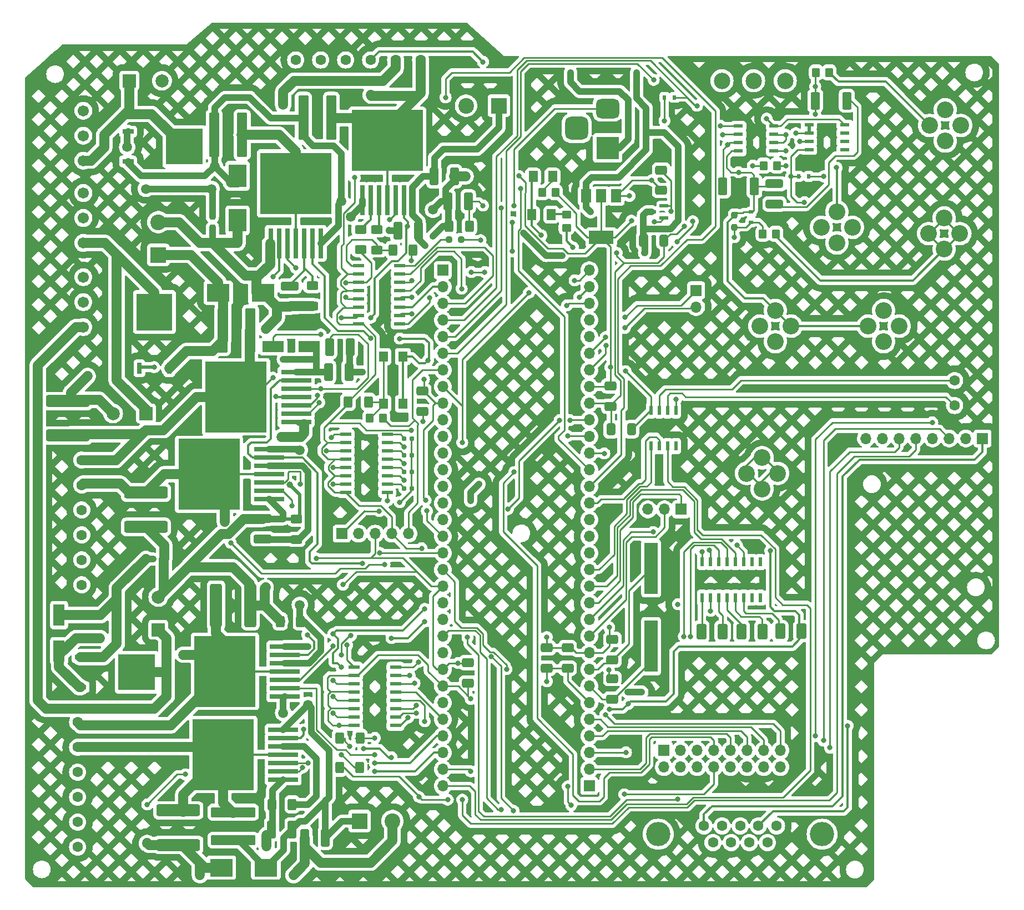
<source format=gbr>
%TF.GenerationSoftware,KiCad,Pcbnew,7.0.1*%
%TF.CreationDate,2023-04-10T20:01:29-05:00*%
%TF.ProjectId,Esquema_CBX_Rex,45737175-656d-4615-9f43-42585f526578,rev?*%
%TF.SameCoordinates,Original*%
%TF.FileFunction,Copper,L1,Top*%
%TF.FilePolarity,Positive*%
%FSLAX46Y46*%
G04 Gerber Fmt 4.6, Leading zero omitted, Abs format (unit mm)*
G04 Created by KiCad (PCBNEW 7.0.1) date 2023-04-10 20:01:29*
%MOMM*%
%LPD*%
G01*
G04 APERTURE LIST*
G04 Aperture macros list*
%AMRoundRect*
0 Rectangle with rounded corners*
0 $1 Rounding radius*
0 $2 $3 $4 $5 $6 $7 $8 $9 X,Y pos of 4 corners*
0 Add a 4 corners polygon primitive as box body*
4,1,4,$2,$3,$4,$5,$6,$7,$8,$9,$2,$3,0*
0 Add four circle primitives for the rounded corners*
1,1,$1+$1,$2,$3*
1,1,$1+$1,$4,$5*
1,1,$1+$1,$6,$7*
1,1,$1+$1,$8,$9*
0 Add four rect primitives between the rounded corners*
20,1,$1+$1,$2,$3,$4,$5,0*
20,1,$1+$1,$4,$5,$6,$7,0*
20,1,$1+$1,$6,$7,$8,$9,0*
20,1,$1+$1,$8,$9,$2,$3,0*%
G04 Aperture macros list end*
%TA.AperFunction,ComponentPad*%
%ADD10C,1.600200*%
%TD*%
%TA.AperFunction,SMDPad,CuDef*%
%ADD11RoundRect,0.250000X-0.537500X-3.150000X0.537500X-3.150000X0.537500X3.150000X-0.537500X3.150000X0*%
%TD*%
%TA.AperFunction,ComponentPad*%
%ADD12R,2.000000X2.000000*%
%TD*%
%TA.AperFunction,ComponentPad*%
%ADD13C,2.000000*%
%TD*%
%TA.AperFunction,ComponentPad*%
%ADD14R,2.400000X2.400000*%
%TD*%
%TA.AperFunction,ComponentPad*%
%ADD15C,2.400000*%
%TD*%
%TA.AperFunction,SMDPad,CuDef*%
%ADD16RoundRect,0.250000X0.412500X0.650000X-0.412500X0.650000X-0.412500X-0.650000X0.412500X-0.650000X0*%
%TD*%
%TA.AperFunction,SMDPad,CuDef*%
%ADD17R,2.000000X7.875000*%
%TD*%
%TA.AperFunction,SMDPad,CuDef*%
%ADD18R,1.701800X0.762000*%
%TD*%
%TA.AperFunction,SMDPad,CuDef*%
%ADD19R,5.638800X5.511800*%
%TD*%
%TA.AperFunction,SMDPad,CuDef*%
%ADD20RoundRect,0.250000X0.400000X0.625000X-0.400000X0.625000X-0.400000X-0.625000X0.400000X-0.625000X0*%
%TD*%
%TA.AperFunction,SMDPad,CuDef*%
%ADD21R,1.701800X0.609600*%
%TD*%
%TA.AperFunction,SMDPad,CuDef*%
%ADD22RoundRect,0.250000X-1.075000X0.400000X-1.075000X-0.400000X1.075000X-0.400000X1.075000X0.400000X0*%
%TD*%
%TA.AperFunction,SMDPad,CuDef*%
%ADD23RoundRect,0.250000X-0.350000X-0.450000X0.350000X-0.450000X0.350000X0.450000X-0.350000X0.450000X0*%
%TD*%
%TA.AperFunction,SMDPad,CuDef*%
%ADD24R,0.800000X4.600000*%
%TD*%
%TA.AperFunction,SMDPad,CuDef*%
%ADD25R,10.800000X9.400000*%
%TD*%
%TA.AperFunction,SMDPad,CuDef*%
%ADD26R,1.460500X0.558800*%
%TD*%
%TA.AperFunction,SMDPad,CuDef*%
%ADD27RoundRect,0.250001X-0.462499X-0.624999X0.462499X-0.624999X0.462499X0.624999X-0.462499X0.624999X0*%
%TD*%
%TA.AperFunction,SMDPad,CuDef*%
%ADD28R,3.500000X2.700000*%
%TD*%
%TA.AperFunction,SMDPad,CuDef*%
%ADD29RoundRect,0.237500X0.250000X0.237500X-0.250000X0.237500X-0.250000X-0.237500X0.250000X-0.237500X0*%
%TD*%
%TA.AperFunction,ComponentPad*%
%ADD30C,1.701800*%
%TD*%
%TA.AperFunction,SMDPad,CuDef*%
%ADD31RoundRect,0.250000X-0.625000X0.400000X-0.625000X-0.400000X0.625000X-0.400000X0.625000X0.400000X0*%
%TD*%
%TA.AperFunction,SMDPad,CuDef*%
%ADD32R,0.558800X0.660400*%
%TD*%
%TA.AperFunction,SMDPad,CuDef*%
%ADD33R,1.320800X0.558800*%
%TD*%
%TA.AperFunction,SMDPad,CuDef*%
%ADD34R,0.533400X1.460500*%
%TD*%
%TA.AperFunction,SMDPad,CuDef*%
%ADD35RoundRect,0.160000X0.197500X0.160000X-0.197500X0.160000X-0.197500X-0.160000X0.197500X-0.160000X0*%
%TD*%
%TA.AperFunction,ComponentPad*%
%ADD36R,1.700000X1.700000*%
%TD*%
%TA.AperFunction,ComponentPad*%
%ADD37O,1.700000X1.700000*%
%TD*%
%TA.AperFunction,SMDPad,CuDef*%
%ADD38RoundRect,0.250000X-0.650000X-3.050000X0.650000X-3.050000X0.650000X3.050000X-0.650000X3.050000X0*%
%TD*%
%TA.AperFunction,SMDPad,CuDef*%
%ADD39RoundRect,0.250000X0.650000X-0.412500X0.650000X0.412500X-0.650000X0.412500X-0.650000X-0.412500X0*%
%TD*%
%TA.AperFunction,ComponentPad*%
%ADD40C,2.550000*%
%TD*%
%TA.AperFunction,SMDPad,CuDef*%
%ADD41RoundRect,0.250000X0.625000X-0.400000X0.625000X0.400000X-0.625000X0.400000X-0.625000X-0.400000X0*%
%TD*%
%TA.AperFunction,SMDPad,CuDef*%
%ADD42R,4.600000X0.800000*%
%TD*%
%TA.AperFunction,SMDPad,CuDef*%
%ADD43R,9.400000X10.800000*%
%TD*%
%TA.AperFunction,SMDPad,CuDef*%
%ADD44RoundRect,0.249999X0.450001X1.075001X-0.450001X1.075001X-0.450001X-1.075001X0.450001X-1.075001X0*%
%TD*%
%TA.AperFunction,SMDPad,CuDef*%
%ADD45R,1.700000X3.300000*%
%TD*%
%TA.AperFunction,ComponentPad*%
%ADD46R,3.500000X3.500000*%
%TD*%
%TA.AperFunction,ComponentPad*%
%ADD47RoundRect,0.750000X-1.000000X0.750000X-1.000000X-0.750000X1.000000X-0.750000X1.000000X0.750000X0*%
%TD*%
%TA.AperFunction,ComponentPad*%
%ADD48RoundRect,0.875000X-0.875000X0.875000X-0.875000X-0.875000X0.875000X-0.875000X0.875000X0.875000X0*%
%TD*%
%TA.AperFunction,SMDPad,CuDef*%
%ADD49R,0.533400X1.461700*%
%TD*%
%TA.AperFunction,SMDPad,CuDef*%
%ADD50RoundRect,0.250000X-0.450000X0.350000X-0.450000X-0.350000X0.450000X-0.350000X0.450000X0.350000X0*%
%TD*%
%TA.AperFunction,ComponentPad*%
%ADD51C,3.708400*%
%TD*%
%TA.AperFunction,SMDPad,CuDef*%
%ADD52R,2.700000X3.500000*%
%TD*%
%TA.AperFunction,SMDPad,CuDef*%
%ADD53RoundRect,0.250000X-0.650000X0.412500X-0.650000X-0.412500X0.650000X-0.412500X0.650000X0.412500X0*%
%TD*%
%TA.AperFunction,SMDPad,CuDef*%
%ADD54RoundRect,0.250000X-3.050000X0.650000X-3.050000X-0.650000X3.050000X-0.650000X3.050000X0.650000X0*%
%TD*%
%TA.AperFunction,SMDPad,CuDef*%
%ADD55RoundRect,0.250000X-0.412500X-1.100000X0.412500X-1.100000X0.412500X1.100000X-0.412500X1.100000X0*%
%TD*%
%TA.AperFunction,SMDPad,CuDef*%
%ADD56R,3.300000X1.700000*%
%TD*%
%TA.AperFunction,SMDPad,CuDef*%
%ADD57RoundRect,0.250000X-1.100000X0.412500X-1.100000X-0.412500X1.100000X-0.412500X1.100000X0.412500X0*%
%TD*%
%TA.AperFunction,SMDPad,CuDef*%
%ADD58RoundRect,0.250001X-0.499999X-0.924999X0.499999X-0.924999X0.499999X0.924999X-0.499999X0.924999X0*%
%TD*%
%TA.AperFunction,SMDPad,CuDef*%
%ADD59RoundRect,0.237500X-0.250000X-0.237500X0.250000X-0.237500X0.250000X0.237500X-0.250000X0.237500X0*%
%TD*%
%TA.AperFunction,SMDPad,CuDef*%
%ADD60RoundRect,0.237500X-0.237500X0.250000X-0.237500X-0.250000X0.237500X-0.250000X0.237500X0.250000X0*%
%TD*%
%TA.AperFunction,ComponentPad*%
%ADD61C,2.500000*%
%TD*%
%TA.AperFunction,SMDPad,CuDef*%
%ADD62R,0.660400X0.558800*%
%TD*%
%TA.AperFunction,SMDPad,CuDef*%
%ADD63RoundRect,0.250000X0.412500X1.100000X-0.412500X1.100000X-0.412500X-1.100000X0.412500X-1.100000X0*%
%TD*%
%TA.AperFunction,SMDPad,CuDef*%
%ADD64RoundRect,0.250000X-0.400000X-0.625000X0.400000X-0.625000X0.400000X0.625000X-0.400000X0.625000X0*%
%TD*%
%TA.AperFunction,SMDPad,CuDef*%
%ADD65R,1.500000X2.000000*%
%TD*%
%TA.AperFunction,SMDPad,CuDef*%
%ADD66R,3.800000X2.000000*%
%TD*%
%TA.AperFunction,SMDPad,CuDef*%
%ADD67RoundRect,0.250000X-0.412500X-0.650000X0.412500X-0.650000X0.412500X0.650000X-0.412500X0.650000X0*%
%TD*%
%TA.AperFunction,SMDPad,CuDef*%
%ADD68RoundRect,0.250000X1.100000X-0.412500X1.100000X0.412500X-1.100000X0.412500X-1.100000X-0.412500X0*%
%TD*%
%TA.AperFunction,SMDPad,CuDef*%
%ADD69R,1.400000X1.600000*%
%TD*%
%TA.AperFunction,SMDPad,CuDef*%
%ADD70RoundRect,0.250000X3.150000X-0.537500X3.150000X0.537500X-3.150000X0.537500X-3.150000X-0.537500X0*%
%TD*%
%TA.AperFunction,SMDPad,CuDef*%
%ADD71RoundRect,0.250000X3.050000X-0.650000X3.050000X0.650000X-3.050000X0.650000X-3.050000X-0.650000X0*%
%TD*%
%TA.AperFunction,SMDPad,CuDef*%
%ADD72R,0.762000X1.701800*%
%TD*%
%TA.AperFunction,SMDPad,CuDef*%
%ADD73R,5.511800X5.638800*%
%TD*%
%TA.AperFunction,ViaPad*%
%ADD74C,1.000000*%
%TD*%
%TA.AperFunction,ViaPad*%
%ADD75C,0.800000*%
%TD*%
%TA.AperFunction,ViaPad*%
%ADD76C,1.500000*%
%TD*%
%TA.AperFunction,Conductor*%
%ADD77C,1.000000*%
%TD*%
%TA.AperFunction,Conductor*%
%ADD78C,0.500000*%
%TD*%
%TA.AperFunction,Conductor*%
%ADD79C,0.350000*%
%TD*%
%TA.AperFunction,Conductor*%
%ADD80C,0.250000*%
%TD*%
%TA.AperFunction,Conductor*%
%ADD81C,1.500000*%
%TD*%
G04 APERTURE END LIST*
D10*
%TO.P,J16,1,Pin_1*%
%TO.N,SALIDAB3*%
X67057000Y-93472000D03*
%TO.P,J16,2,Pin_2*%
%TO.N,SALIDAA3*%
X67057000Y-97282000D03*
%TO.P,J16,3,Pin_3*%
%TO.N,QEIB3*%
X67057000Y-101092000D03*
%TO.P,J16,4,Pin_4*%
%TO.N,QEIA3*%
X67057000Y-104902000D03*
%TO.P,J16,5,Pin_5*%
%TO.N,+3V3*%
X67057000Y-108712000D03*
%TO.P,J16,6,Pin_6*%
%TO.N,GNDREF*%
X67057000Y-112522000D03*
%TD*%
D11*
%TO.P,C25,1*%
%TO.N,Net-(D1-K)*%
X100859500Y-41148000D03*
%TO.P,C25,2*%
%TO.N,SALIDAB1*%
X105134500Y-41148000D03*
%TD*%
D12*
%TO.P,C14,1*%
%TO.N,/VCCM1*%
X74295000Y-35560000D03*
D13*
%TO.P,C14,2*%
%TO.N,GND1*%
X79295000Y-35560000D03*
%TD*%
D14*
%TO.P,C24,1*%
%TO.N,Net-(D1-K)*%
X130683000Y-39370000D03*
D15*
%TO.P,C24,2*%
%TO.N,GND1*%
X125683000Y-39370000D03*
%TD*%
D16*
%TO.P,C7,1*%
%TO.N,+3V3*%
X150914500Y-88773000D03*
%TO.P,C7,2*%
%TO.N,GNDREF*%
X147789500Y-88773000D03*
%TD*%
D17*
%TO.P,Y1,1,1*%
%TO.N,/OSCI*%
X153924000Y-121888500D03*
%TO.P,Y1,2,2*%
%TO.N,/OSCO*%
X153924000Y-110013500D03*
%TD*%
D18*
%TO.P,U12,1,GATE*%
%TO.N,Net-(D3-A)*%
X66878200Y-123576999D03*
D19*
%TO.P,U12,2,DRAIN*%
%TO.N,/VCCM2*%
X75450700Y-125857000D03*
D18*
%TO.P,U12,3,SOURCE*%
%TO.N,Net-(D3-K)*%
X66878200Y-128137001D03*
%TD*%
D20*
%TO.P,R41,1*%
%TO.N,Net-(Q3-SR)*%
X126202500Y-57785000D03*
%TO.P,R41,2*%
%TO.N,GND1*%
X123102500Y-57785000D03*
%TD*%
D21*
%TO.P,U11,1,1*%
%TO.N,MuEnableA2*%
X114909600Y-133985000D03*
%TO.P,U11,2,2*%
%TO.N,Net-(R45-Pad2)*%
X114909600Y-132715000D03*
%TO.P,U11,3,3*%
%TO.N,MuPWMH2*%
X114909600Y-131445000D03*
%TO.P,U11,4,4*%
%TO.N,Net-(R46-Pad2)*%
X114909600Y-130175000D03*
%TO.P,U11,5,5*%
%TO.N,MuEnableB2*%
X114909600Y-128905000D03*
%TO.P,U11,6,6*%
%TO.N,Net-(R49-Pad2)*%
X114909600Y-127635000D03*
%TO.P,U11,7,7*%
%TO.N,MuPWML2*%
X114909600Y-126365000D03*
%TO.P,U11,8,8*%
%TO.N,Net-(R51-Pad2)*%
X114909600Y-125095000D03*
%TO.P,U11,9,9*%
%TO.N,EnableB2*%
X108610400Y-125095000D03*
%TO.P,U11,10,10*%
%TO.N,+3V3*%
X108610400Y-126365000D03*
%TO.P,U11,11,11*%
%TO.N,PWML2*%
X108610400Y-127635000D03*
%TO.P,U11,12,12*%
%TO.N,+3V3*%
X108610400Y-128905000D03*
%TO.P,U11,13,13*%
%TO.N,EnableA2*%
X108610400Y-130175000D03*
%TO.P,U11,14,14*%
%TO.N,+3V3*%
X108610400Y-131445000D03*
%TO.P,U11,15,15*%
%TO.N,PWMH2*%
X108610400Y-132715000D03*
%TO.P,U11,16,16*%
%TO.N,+3V3*%
X108610400Y-133985000D03*
%TD*%
D22*
%TO.P,R16,1*%
%TO.N,GNDREF*%
X172720000Y-51282000D03*
%TO.P,R16,2*%
%TO.N,Net-(R15-Pad1)*%
X172720000Y-54382000D03*
%TD*%
D23*
%TO.P,R8,1*%
%TO.N,AN18*%
X170958000Y-58928000D03*
%TO.P,R8,2*%
%TO.N,FST_539757*%
X172958000Y-58928000D03*
%TD*%
D24*
%TO.P,Q2,1*%
%TO.N,GND1*%
X95885000Y-60385000D03*
%TO.P,Q2,2,IN*%
%TO.N,Net-(Q2-IN)*%
X97155000Y-60385000D03*
%TO.P,Q2,3,INH*%
%TO.N,Net-(Q2-INH)*%
X98425000Y-60385000D03*
%TO.P,Q2,4*%
%TO.N,SALIDAA1*%
X99695000Y-60385000D03*
%TO.P,Q2,5,SR*%
%TO.N,Net-(Q2-SR)*%
X100965000Y-60385000D03*
%TO.P,Q2,6,IS*%
%TO.N,ISH1*%
X102235000Y-60385000D03*
%TO.P,Q2,7*%
%TO.N,Net-(D1-K)*%
X103505000Y-60385000D03*
D25*
%TO.P,Q2,8*%
%TO.N,SALIDAA1*%
X99695000Y-51235000D03*
%TD*%
D26*
%TO.P,U4,1*%
%TO.N,Net-(U4A--)*%
X177996850Y-42291000D03*
%TO.P,U4,2,-*%
X177996850Y-43561000D03*
%TO.P,U4,3,+*%
%TO.N,Net-(U4A-+)*%
X177996850Y-44831000D03*
%TO.P,U4,4,V-*%
%TO.N,GNDREF*%
X177996850Y-46101000D03*
%TO.P,U4,5*%
%TO.N,N/C*%
X183445150Y-46101000D03*
%TO.P,U4,6*%
X183445150Y-44831000D03*
%TO.P,U4,7*%
X183445150Y-43561000D03*
%TO.P,U4,8,V+*%
%TO.N,+3V3*%
X183445150Y-42291000D03*
%TD*%
D27*
%TO.P,D9,1,K*%
%TO.N,GNDREF*%
X135712500Y-56000000D03*
%TO.P,D9,2,A*%
%TO.N,Net-(D9-A)*%
X138687500Y-56000000D03*
%TD*%
D28*
%TO.P,D6,1,K*%
%TO.N,Net-(D5-K)*%
X87900000Y-67945000D03*
%TO.P,D6,2,A*%
%TO.N,GND1*%
X94700000Y-67945000D03*
%TD*%
D29*
%TO.P,R35,1*%
%TO.N,GNDREF*%
X124912500Y-59800000D03*
%TO.P,R35,2*%
%TO.N,Net-(R35-Pad2)*%
X123087500Y-59800000D03*
%TD*%
D30*
%TO.P,J21,1,Pin_1*%
%TO.N,GND1*%
X67300000Y-65550000D03*
%TO.P,J21,2,Pin_2*%
X67300000Y-69360000D03*
%TO.P,J21,3,Pin_3*%
%TO.N,/VCCM2*%
X67300000Y-73170000D03*
%TD*%
D31*
%TO.P,R33,1*%
%TO.N,Net-(Q2-SR)*%
X102235000Y-66837500D03*
%TO.P,R33,2*%
%TO.N,GND1*%
X102235000Y-69937500D03*
%TD*%
D14*
%TO.P,C44,1*%
%TO.N,Net-(D5-K)*%
X78740000Y-62150000D03*
D15*
%TO.P,C44,2*%
%TO.N,GND1*%
X78740000Y-57150000D03*
%TD*%
D32*
%TO.P,CR1,1,1*%
%TO.N,AN17*%
X157492700Y-38100000D03*
%TO.P,CR1,2,2*%
%TO.N,GNDREF*%
X155943300Y-38100000D03*
%TD*%
%TO.P,CR3,1,1*%
%TO.N,AN19*%
X177939700Y-50165000D03*
%TO.P,CR3,2,2*%
%TO.N,GNDREF*%
X176390300Y-50165000D03*
%TD*%
D33*
%TO.P,Q1,1,GND*%
%TO.N,GNDREF*%
X155879800Y-56491999D03*
%TO.P,Q1,2,VOUT*%
%TO.N,+5V*%
X155879800Y-54662001D03*
%TO.P,Q1,3,VIN*%
%TO.N,+12V*%
X154000200Y-55577000D03*
%TD*%
D20*
%TO.P,R56,1*%
%TO.N,Net-(Q5-SR)*%
X100417500Y-118110000D03*
%TO.P,R56,2*%
%TO.N,GND1*%
X97317500Y-118110000D03*
%TD*%
D18*
%TO.P,U10,1,GATE*%
%TO.N,Net-(D1-A)*%
X74117200Y-43312999D03*
D19*
%TO.P,U10,2,DRAIN*%
%TO.N,/VCCM1*%
X82689700Y-45593000D03*
D18*
%TO.P,U10,3,SOURCE*%
%TO.N,Net-(D1-K)*%
X74117200Y-47873001D03*
%TD*%
D34*
%TO.P,U8,1,GND*%
%TO.N,GNDREF*%
X157702500Y-85890975D03*
%TO.P,U8,2,T-*%
%TO.N,T- (SEN 137115)*%
X156432500Y-85890975D03*
%TO.P,U8,3,T+*%
%TO.N,T+ (SEN 137115)*%
X155162500Y-85890975D03*
%TO.P,U8,4,VCC*%
%TO.N,+3V3*%
X153892500Y-85890975D03*
%TO.P,U8,5,SCK*%
%TO.N,SCK*%
X153892500Y-91339275D03*
%TO.P,U8,6,~{CS}*%
%TO.N,CS*%
X155162500Y-91339275D03*
%TO.P,U8,7,SO*%
%TO.N,SO*%
X156432500Y-91339275D03*
%TO.P,U8,8*%
%TO.N,N/C*%
X157702500Y-91339275D03*
%TD*%
D11*
%TO.P,C45,1*%
%TO.N,Net-(D5-K)*%
X88522500Y-73660000D03*
%TO.P,C45,2*%
%TO.N,SALIDAB3*%
X92797500Y-73660000D03*
%TD*%
D21*
%TO.P,U13,1,1*%
%TO.N,MuEnableA3*%
X113639600Y-98425000D03*
%TO.P,U13,2,2*%
%TO.N,Net-(R60-Pad2)*%
X113639600Y-97155000D03*
%TO.P,U13,3,3*%
%TO.N,MuPWMH3*%
X113639600Y-95885000D03*
%TO.P,U13,4,4*%
%TO.N,Net-(R61-Pad2)*%
X113639600Y-94615000D03*
%TO.P,U13,5,5*%
%TO.N,MuEnableB3*%
X113639600Y-93345000D03*
%TO.P,U13,6,6*%
%TO.N,Net-(R64-Pad2)*%
X113639600Y-92075000D03*
%TO.P,U13,7,7*%
%TO.N,MuPWML3*%
X113639600Y-90805000D03*
%TO.P,U13,8,8*%
%TO.N,Net-(R66-Pad2)*%
X113639600Y-89535000D03*
%TO.P,U13,9,9*%
%TO.N,EnableB3*%
X107340400Y-89535000D03*
%TO.P,U13,10,10*%
%TO.N,+3V3*%
X107340400Y-90805000D03*
%TO.P,U13,11,11*%
%TO.N,PWML3*%
X107340400Y-92075000D03*
%TO.P,U13,12,12*%
%TO.N,+3V3*%
X107340400Y-93345000D03*
%TO.P,U13,13,13*%
%TO.N,EnableA3*%
X107340400Y-94615000D03*
%TO.P,U13,14,14*%
%TO.N,+3V3*%
X107340400Y-95885000D03*
%TO.P,U13,15,15*%
%TO.N,PWMH3*%
X107340400Y-97155000D03*
%TO.P,U13,16,16*%
%TO.N,+3V3*%
X107340400Y-98425000D03*
%TD*%
D35*
%TO.P,R61,1*%
%TO.N,GNDREF*%
X117437500Y-95250000D03*
%TO.P,R61,2*%
%TO.N,Net-(R61-Pad2)*%
X116242500Y-95250000D03*
%TD*%
D36*
%TO.P,J3,1,Pin_1*%
%TO.N,TX USB*%
X158500000Y-101000000D03*
D37*
%TO.P,J3,2,Pin_2*%
%TO.N,RX USB*%
X155960000Y-101000000D03*
%TO.P,J3,3,Pin_3*%
%TO.N,GNDREF*%
X153420000Y-101000000D03*
%TD*%
D38*
%TO.P,C36,1*%
%TO.N,SALIDAB2*%
X87545000Y-115655000D03*
%TO.P,C36,2*%
%TO.N,GND1*%
X92795000Y-115655000D03*
%TD*%
D39*
%TO.P,C12,1*%
%TO.N,+3V3*%
X119000000Y-86062500D03*
%TO.P,C12,2*%
%TO.N,GNDREF*%
X119000000Y-82937500D03*
%TD*%
D40*
%TO.P,J8,1,1*%
%TO.N,FST_178577*%
X201168000Y-42385000D03*
%TO.P,J8,2,2*%
X196408000Y-42385000D03*
%TO.P,J8,3,3*%
X198788000Y-44765000D03*
%TO.P,J8,4,4*%
X198788000Y-40005000D03*
%TD*%
D36*
%TO.P,J1,33,Pin_1*%
%TO.N,SLP1*%
X144478377Y-143236327D03*
D37*
%TO.P,J1,34,Pin_2*%
%TO.N,/VBUS 5V*%
X144478377Y-140696327D03*
%TO.P,J1,35,Pin_3*%
%TO.N,/VBUS 3V3*%
X144478377Y-138156327D03*
%TO.P,J1,36,Pin_4*%
%TO.N,/Pin 36*%
X144478377Y-135616327D03*
%TO.P,J1,37,Pin_5*%
%TO.N,/Pin 37*%
X144478377Y-133076327D03*
%TO.P,J1,38,Pin_6*%
%TO.N,+3V3*%
X144478377Y-130536327D03*
%TO.P,J1,39,Pin_7*%
%TO.N,/OSCI*%
X144478377Y-127996327D03*
%TO.P,J1,40,Pin_8*%
%TO.N,/OSCO*%
X144478377Y-125456327D03*
%TO.P,J1,41,Pin_10*%
%TO.N,GNDREF*%
X144478377Y-122916327D03*
%TO.P,J1,42,Pin_10*%
%TO.N,RX USB*%
X144478377Y-120376327D03*
%TO.P,J1,43,Pin_11*%
%TO.N,TX1*%
X144478377Y-117836327D03*
%TO.P,J1,44,Pin_12*%
%TO.N,TX USB*%
X144478377Y-115296327D03*
%TO.P,J1,45,Pin_13*%
%TO.N,RX1*%
X144478377Y-112756327D03*
%TO.P,J1,46,Pin_14*%
%TO.N,SCK*%
X144478377Y-110216327D03*
%TO.P,J1,47,Pin_15*%
%TO.N,/Pin 47*%
X144478377Y-107676327D03*
%TO.P,J1,48,Pin_16*%
%TO.N,/Pin 48*%
X144478377Y-105136327D03*
%TO.P,J1,49,Pin_17*%
%TO.N,/Pin 49*%
X144478377Y-102596327D03*
%TO.P,J1,50,Pin_18*%
%TO.N,CS*%
X144478377Y-100056327D03*
%TO.P,J1,51,Pin_19*%
%TO.N,QEIB1*%
X144478377Y-97516327D03*
%TO.P,J1,52,Pin_20*%
%TO.N,QEIA1*%
X144478377Y-94976327D03*
%TO.P,J1,53,Pin_21*%
%TO.N,/Pin 53*%
X144478377Y-92436327D03*
%TO.P,J1,54,Pin_22*%
%TO.N,PWMaux*%
X144478377Y-89896327D03*
%TO.P,J1,55,Pin_23*%
%TO.N,/Pin 55*%
X144478377Y-87356327D03*
%TO.P,J1,56,Pin_24*%
%TO.N,GNDREF*%
X144478377Y-84816327D03*
%TO.P,J1,57,Pin_25*%
%TO.N,+3V3*%
X144478377Y-82276327D03*
%TO.P,J1,58,Pin_26*%
%TO.N,CAN_Lo*%
X144478377Y-79736327D03*
%TO.P,J1,59,Pin_27*%
%TO.N,CAN_Hi*%
X144478377Y-77196327D03*
%TO.P,J1,60,Pin_28*%
%TO.N,/Pin 60*%
X144478377Y-74656327D03*
%TO.P,J1,61,Pin_29*%
%TO.N,MuPWML3*%
X144478377Y-72116327D03*
%TO.P,J1,62,Pin_30*%
%TO.N,MuPWMH3*%
X144478377Y-69576327D03*
%TO.P,J1,63,Pin_31*%
%TO.N,MuPWML2*%
X144478377Y-67036327D03*
%TO.P,J1,64,Pin_32*%
%TO.N,MuPWMH2*%
X144478377Y-64496327D03*
%TD*%
D40*
%TO.P,J9,1,1*%
%TO.N,GNDREF*%
X175260000Y-73025000D03*
%TO.P,J9,2,2*%
X170500000Y-73025000D03*
%TO.P,J9,3,3*%
X172880000Y-75405000D03*
%TO.P,J9,4,4*%
X172880000Y-70645000D03*
%TD*%
D41*
%TO.P,R43,1*%
%TO.N,EnableB1*%
X112100000Y-61400000D03*
%TO.P,R43,2*%
%TO.N,Net-(Q3-INH)*%
X112100000Y-58300000D03*
%TD*%
D42*
%TO.P,Q6,1*%
%TO.N,GND1*%
X95625000Y-99460000D03*
%TO.P,Q6,2,IN*%
%TO.N,Net-(Q6-IN)*%
X95625000Y-98190000D03*
%TO.P,Q6,3,INH*%
%TO.N,Net-(Q6-INH)*%
X95625000Y-96920000D03*
%TO.P,Q6,4*%
%TO.N,SALIDAA3*%
X95625000Y-95650000D03*
%TO.P,Q6,5,SR*%
%TO.N,Net-(Q6-SR)*%
X95625000Y-94380000D03*
%TO.P,Q6,6,IS*%
%TO.N,ISH3*%
X95625000Y-93110000D03*
%TO.P,Q6,7*%
%TO.N,Net-(D5-K)*%
X95625000Y-91840000D03*
D43*
%TO.P,Q6,8*%
%TO.N,SALIDAA3*%
X86475000Y-95650000D03*
%TD*%
D40*
%TO.P,J11,1,1*%
%TO.N,GNDREF*%
X173228000Y-95504000D03*
%TO.P,J11,2,2*%
X168468000Y-95504000D03*
%TO.P,J11,3,3*%
X170848000Y-97884000D03*
%TO.P,J11,4,4*%
X170848000Y-93124000D03*
%TD*%
D44*
%TO.P,R15,1*%
%TO.N,Net-(R15-Pad1)*%
X183756000Y-38608000D03*
%TO.P,R15,2*%
%TO.N,AN19*%
X178956000Y-38608000D03*
%TD*%
D35*
%TO.P,R64,1*%
%TO.N,GNDREF*%
X117437500Y-92710000D03*
%TO.P,R64,2*%
%TO.N,Net-(R64-Pad2)*%
X116242500Y-92710000D03*
%TD*%
D42*
%TO.P,Q5,1*%
%TO.N,GND1*%
X98050000Y-129540000D03*
%TO.P,Q5,2,IN*%
%TO.N,Net-(Q5-IN)*%
X98050000Y-128270000D03*
%TO.P,Q5,3,INH*%
%TO.N,Net-(Q5-INH)*%
X98050000Y-127000000D03*
%TO.P,Q5,4*%
%TO.N,SALIDAB2*%
X98050000Y-125730000D03*
%TO.P,Q5,5,SR*%
%TO.N,Net-(Q5-SR)*%
X98050000Y-124460000D03*
%TO.P,Q5,6,IS*%
%TO.N,ISH2*%
X98050000Y-123190000D03*
%TO.P,Q5,7*%
%TO.N,Net-(D3-K)*%
X98050000Y-121920000D03*
D43*
%TO.P,Q5,8*%
%TO.N,SALIDAB2*%
X88900000Y-125730000D03*
%TD*%
D42*
%TO.P,Q4,1*%
%TO.N,GND1*%
X97790000Y-142240000D03*
%TO.P,Q4,2,IN*%
%TO.N,Net-(Q4-IN)*%
X97790000Y-140970000D03*
%TO.P,Q4,3,INH*%
%TO.N,Net-(Q4-INH)*%
X97790000Y-139700000D03*
%TO.P,Q4,4*%
%TO.N,SALIDAA2*%
X97790000Y-138430000D03*
%TO.P,Q4,5,SR*%
%TO.N,Net-(Q4-SR)*%
X97790000Y-137160000D03*
%TO.P,Q4,6,IS*%
%TO.N,ISH2*%
X97790000Y-135890000D03*
%TO.P,Q4,7*%
%TO.N,Net-(D3-K)*%
X97790000Y-134620000D03*
D43*
%TO.P,Q4,8*%
%TO.N,SALIDAA2*%
X88640000Y-138430000D03*
%TD*%
D45*
%TO.P,D3,1,K*%
%TO.N,Net-(D3-K)*%
X63600000Y-122650000D03*
%TO.P,D3,2,A*%
%TO.N,Net-(D3-A)*%
X63600000Y-117150000D03*
%TD*%
D46*
%TO.P,J5,1*%
%TO.N,Net-(J5-Pad1)*%
X147257500Y-45800000D03*
D47*
%TO.P,J5,2*%
%TO.N,GNDREF*%
X147257500Y-39800000D03*
D48*
%TO.P,J5,3*%
%TO.N,N/C*%
X142557500Y-42800000D03*
%TD*%
D49*
%TO.P,U6,1,C1+*%
%TO.N,Net-(U6-C1+)*%
X161671000Y-114484752D03*
%TO.P,U6,2,VS+*%
%TO.N,Net-(U6-VS+)*%
X162941000Y-114484752D03*
%TO.P,U6,3,C1-*%
%TO.N,Net-(U6-C1-)*%
X164211000Y-114484752D03*
%TO.P,U6,4,C2+*%
%TO.N,Net-(U6-C2+)*%
X165481000Y-114484752D03*
%TO.P,U6,5,C2-*%
%TO.N,Net-(U6-C2-)*%
X166751000Y-114484752D03*
%TO.P,U6,6,VS-*%
%TO.N,Net-(U6-VS-)*%
X168021000Y-114484752D03*
%TO.P,U6,7,T2OUT*%
%TO.N,unconnected-(U6-T2OUT-Pad7)*%
X169291000Y-114484752D03*
%TO.P,U6,8,R2IN*%
%TO.N,unconnected-(U6-R2IN-Pad8)*%
X170561000Y-114484752D03*
%TO.P,U6,9,R2OUT*%
%TO.N,unconnected-(U6-R2OUT-Pad9)*%
X170561000Y-109035248D03*
%TO.P,U6,10,T2IN*%
%TO.N,unconnected-(U6-T2IN-Pad10)*%
X169291000Y-109035248D03*
%TO.P,U6,11,T1IN*%
%TO.N,TX1*%
X168021000Y-109035248D03*
%TO.P,U6,12,R1OUT*%
%TO.N,RX1*%
X166751000Y-109035248D03*
%TO.P,U6,13,R1IN*%
%TO.N,Net-(U6-R1IN)*%
X165481000Y-109035248D03*
%TO.P,U6,14,T1OUT*%
%TO.N,Net-(U6-T1OUT)*%
X164211000Y-109035248D03*
%TO.P,U6,15,GND*%
%TO.N,GNDREF*%
X162941000Y-109035248D03*
%TO.P,U6,16,VCC*%
%TO.N,+5V*%
X161671000Y-109035248D03*
%TD*%
D50*
%TO.P,R77,1*%
%TO.N,Net-(D9-A)*%
X141000000Y-56000000D03*
%TO.P,R77,2*%
%TO.N,+5V*%
X141000000Y-58000000D03*
%TD*%
D39*
%TO.P,C19,1*%
%TO.N,+3V3*%
X138000000Y-125260500D03*
%TO.P,C19,2*%
%TO.N,GNDREF*%
X138000000Y-122135500D03*
%TD*%
D10*
%TO.P,J4,1,1*%
%TO.N,unconnected-(J4-Pad1)*%
X173045000Y-149330000D03*
%TO.P,J4,2,2*%
%TO.N,Net-(U6-T1OUT)*%
X170275001Y-149330000D03*
%TO.P,J4,3,3*%
%TO.N,Net-(U6-R1IN)*%
X167505001Y-149330000D03*
%TO.P,J4,4,4*%
%TO.N,unconnected-(J4-Pad4)*%
X164735002Y-149330000D03*
%TO.P,J4,5,5*%
%TO.N,GNDREF*%
X161965002Y-149330000D03*
%TO.P,J4,6,6*%
%TO.N,unconnected-(J4-Pad6)*%
X171660002Y-151870000D03*
%TO.P,J4,7,7*%
%TO.N,unconnected-(J4-Pad7)*%
X168890002Y-151870000D03*
%TO.P,J4,8,8*%
%TO.N,unconnected-(J4-Pad8)*%
X166120000Y-151870000D03*
%TO.P,J4,9,9*%
%TO.N,unconnected-(J4-Pad9)*%
X163350000Y-151870000D03*
D51*
%TO.P,J4,10*%
%TO.N,N/C*%
X155010002Y-150600000D03*
%TO.P,J4,11*%
X180000000Y-150600000D03*
%TD*%
D52*
%TO.P,D2,1,K*%
%TO.N,Net-(D1-K)*%
X90805000Y-50080000D03*
%TO.P,D2,2,A*%
%TO.N,GND1*%
X90805000Y-56880000D03*
%TD*%
D36*
%TO.P,J12,1,Pin_1*%
%TO.N,CAN_Hi*%
X160782000Y-67559000D03*
D37*
%TO.P,J12,2,Pin_2*%
%TO.N,CAN_Lo*%
X160782000Y-70099000D03*
%TD*%
D42*
%TO.P,Q7,1*%
%TO.N,GND1*%
X99755000Y-87630000D03*
%TO.P,Q7,2,IN*%
%TO.N,Net-(Q7-IN)*%
X99755000Y-86360000D03*
%TO.P,Q7,3,INH*%
%TO.N,Net-(Q7-INH)*%
X99755000Y-85090000D03*
%TO.P,Q7,4*%
%TO.N,SALIDAB3*%
X99755000Y-83820000D03*
%TO.P,Q7,5,SR*%
%TO.N,Net-(Q7-SR)*%
X99755000Y-82550000D03*
%TO.P,Q7,6,IS*%
%TO.N,ISH3*%
X99755000Y-81280000D03*
%TO.P,Q7,7*%
%TO.N,Net-(D5-K)*%
X99755000Y-80010000D03*
D43*
%TO.P,Q7,8*%
%TO.N,SALIDAB3*%
X90605000Y-83820000D03*
%TD*%
D53*
%TO.P,C20,1*%
%TO.N,+3V3*%
X147700000Y-82137500D03*
%TO.P,C20,2*%
%TO.N,GNDREF*%
X147700000Y-85262500D03*
%TD*%
D28*
%TO.P,D4,1,K*%
%TO.N,Net-(D3-K)*%
X95150000Y-155700000D03*
%TO.P,D4,2,A*%
%TO.N,GND1*%
X88350000Y-155700000D03*
%TD*%
D54*
%TO.P,C43,1*%
%TO.N,SALIDAA3*%
X76835000Y-98425000D03*
%TO.P,C43,2*%
%TO.N,GND1*%
X76835000Y-103675000D03*
%TD*%
D23*
%TO.P,R34,1*%
%TO.N,Net-(R34-Pad1)*%
X111000000Y-87100000D03*
%TO.P,R34,2*%
%TO.N,MCRL PICKIT*%
X113000000Y-87100000D03*
%TD*%
D55*
%TO.P,C48,1*%
%TO.N,Net-(Q7-SR)*%
X104912500Y-76200000D03*
%TO.P,C48,2*%
%TO.N,GND1*%
X108037500Y-76200000D03*
%TD*%
D36*
%TO.P,J19,1,Pin_1*%
%TO.N,PGC1*%
X106725000Y-104700000D03*
D37*
%TO.P,J19,2,Pin_2*%
%TO.N,PGD1*%
X109265000Y-104700000D03*
%TO.P,J19,3,Pin_3*%
%TO.N,GNDREF*%
X111805000Y-104700000D03*
%TO.P,J19,4,Pin_4*%
%TO.N,+3V3*%
X114345000Y-104700000D03*
%TO.P,J19,5,Pin_5*%
%TO.N,MCRL PICKIT*%
X116885000Y-104700000D03*
%TD*%
D26*
%TO.P,U2,1*%
%TO.N,Net-(R1-Pad2)*%
X167201850Y-42481500D03*
%TO.P,U2,2,-*%
%TO.N,Net-(U2A--)*%
X167201850Y-43751500D03*
%TO.P,U2,3,+*%
%TO.N,Net-(U2A-+)*%
X167201850Y-45021500D03*
%TO.P,U2,4,V-*%
%TO.N,GNDREF*%
X167201850Y-46291500D03*
%TO.P,U2,5,+*%
%TO.N,FST_177469*%
X172650150Y-46291500D03*
%TO.P,U2,6,-*%
%TO.N,Net-(U2B--)*%
X172650150Y-45021500D03*
%TO.P,U2,7*%
X172650150Y-43751500D03*
%TO.P,U2,8,V+*%
%TO.N,+3V3*%
X172650150Y-42481500D03*
%TD*%
D39*
%TO.P,C17,1*%
%TO.N,+3V3*%
X141173200Y-125260500D03*
%TO.P,C17,2*%
%TO.N,GNDREF*%
X141173200Y-122135500D03*
%TD*%
D21*
%TO.P,U9,1,1*%
%TO.N,MuEnableA1*%
X115544600Y-72707500D03*
%TO.P,U9,2,2*%
%TO.N,Net-(R28-Pad2)*%
X115544600Y-71437500D03*
%TO.P,U9,3,3*%
%TO.N,MuPWMH1*%
X115544600Y-70167500D03*
%TO.P,U9,4,4*%
%TO.N,Net-(R29-Pad2)*%
X115544600Y-68897500D03*
%TO.P,U9,5,5*%
%TO.N,MuEnableB1*%
X115544600Y-67627500D03*
%TO.P,U9,6,6*%
%TO.N,Net-(R32-Pad2)*%
X115544600Y-66357500D03*
%TO.P,U9,7,7*%
%TO.N,MuPWML1*%
X115544600Y-65087500D03*
%TO.P,U9,8,8*%
%TO.N,Net-(R35-Pad2)*%
X115544600Y-63817500D03*
%TO.P,U9,9,9*%
%TO.N,EnableB1*%
X109245400Y-63817500D03*
%TO.P,U9,10,10*%
%TO.N,+3V3*%
X109245400Y-65087500D03*
%TO.P,U9,11,11*%
%TO.N,PWML1*%
X109245400Y-66357500D03*
%TO.P,U9,12,12*%
%TO.N,+3V3*%
X109245400Y-67627500D03*
%TO.P,U9,13,13*%
%TO.N,EnableA1*%
X109245400Y-68897500D03*
%TO.P,U9,14,14*%
%TO.N,+3V3*%
X109245400Y-70167500D03*
%TO.P,U9,15,15*%
%TO.N,PWMH1*%
X109245400Y-71437500D03*
%TO.P,U9,16,16*%
%TO.N,+3V3*%
X109245400Y-72707500D03*
%TD*%
D56*
%TO.P,D5,1,K*%
%TO.N,Net-(D5-K)*%
X101750000Y-76150000D03*
%TO.P,D5,2,A*%
%TO.N,Net-(D5-A)*%
X96250000Y-76150000D03*
%TD*%
D35*
%TO.P,R66,1*%
%TO.N,GNDREF*%
X117437500Y-90170000D03*
%TO.P,R66,2*%
%TO.N,Net-(R66-Pad2)*%
X116242500Y-90170000D03*
%TD*%
D57*
%TO.P,C18,1*%
%TO.N,Net-(Q2-SR)*%
X98800000Y-66937500D03*
%TO.P,C18,2*%
%TO.N,GND1*%
X98800000Y-70062500D03*
%TD*%
D14*
%TO.P,C34,1*%
%TO.N,Net-(D3-K)*%
X109444785Y-148590000D03*
D15*
%TO.P,C34,2*%
%TO.N,GND1*%
X114444785Y-148590000D03*
%TD*%
D40*
%TO.P,J10,1,1*%
%TO.N,FST_177469*%
X179865000Y-57945000D03*
%TO.P,J10,2,2*%
X184625000Y-57945000D03*
%TO.P,J10,3,3*%
X182245000Y-55565000D03*
%TO.P,J10,4,4*%
X182245000Y-60325000D03*
%TD*%
D55*
%TO.P,C47,1*%
%TO.N,Net-(D5-K)*%
X104687500Y-80010000D03*
%TO.P,C47,2*%
%TO.N,GND1*%
X107812500Y-80010000D03*
%TD*%
D58*
%TO.P,C9,1*%
%TO.N,Net-(U6-VS-)*%
X173600000Y-119600000D03*
%TO.P,C9,2*%
%TO.N,GNDREF*%
X176850000Y-119600000D03*
%TD*%
D41*
%TO.P,R65,1*%
%TO.N,Net-(Q6-SR)*%
X99800000Y-105600000D03*
%TO.P,R65,2*%
%TO.N,GND1*%
X99800000Y-102500000D03*
%TD*%
D59*
%TO.P,R52,1*%
%TO.N,Net-(D3-A)*%
X77827500Y-108585000D03*
%TO.P,R52,2*%
%TO.N,GND1*%
X79652500Y-108585000D03*
%TD*%
D30*
%TO.P,J22,1,Pin_1*%
%TO.N,GND1*%
X67310000Y-52705000D03*
%TO.P,J22,2,Pin_2*%
X67310000Y-56515000D03*
%TO.P,J22,3,Pin_3*%
%TO.N,/VCCM3*%
X67310000Y-60325000D03*
%TD*%
D60*
%TO.P,R37,1*%
%TO.N,Net-(D1-A)*%
X86995000Y-56237500D03*
%TO.P,R37,2*%
%TO.N,GND1*%
X86995000Y-58062500D03*
%TD*%
D61*
%TO.P,SW2,1*%
%TO.N,+12V*%
X164719000Y-35560000D03*
%TO.P,SW2,2*%
%TO.N,Net-(J5-Pad1)*%
X169545000Y-35560000D03*
%TO.P,SW2,3*%
%TO.N,unconnected-(SW2-Pad3)*%
X174371000Y-35560000D03*
%TD*%
D62*
%TO.P,CR2,1,1*%
%TO.N,AN18*%
X169164000Y-57162700D03*
%TO.P,CR2,2,2*%
%TO.N,GNDREF*%
X169164000Y-55613300D03*
%TD*%
D20*
%TO.P,R50,1*%
%TO.N,Net-(Q4-SR)*%
X99147500Y-146050000D03*
%TO.P,R50,2*%
%TO.N,GND1*%
X96047500Y-146050000D03*
%TD*%
%TO.P,R36,1*%
%TO.N,Net-(R34-Pad1)*%
X110770000Y-84582000D03*
%TO.P,R36,2*%
%TO.N,+3V3*%
X107670000Y-84582000D03*
%TD*%
D63*
%TO.P,C27,1*%
%TO.N,Net-(D1-K)*%
X118402500Y-58420000D03*
%TO.P,C27,2*%
%TO.N,GND1*%
X115277500Y-58420000D03*
%TD*%
D54*
%TO.P,C33,1*%
%TO.N,SALIDAA2*%
X81800000Y-146975000D03*
%TO.P,C33,2*%
%TO.N,GND1*%
X81800000Y-152225000D03*
%TD*%
D10*
%TO.P,J17,1,Pin_1*%
%TO.N,T+ (SEN 137115)*%
X200208700Y-81323798D03*
%TO.P,J17,2,Pin_2*%
%TO.N,T- (SEN 137115)*%
X200208700Y-85133798D03*
%TD*%
D27*
%TO.P,D7,1,K*%
%TO.N,GNDREF*%
X135912500Y-50200000D03*
%TO.P,D7,2,A*%
%TO.N,Net-(D7-A)*%
X138887500Y-50200000D03*
%TD*%
D55*
%TO.P,C21,1*%
%TO.N,Net-(D1-K)*%
X120787500Y-50165000D03*
%TO.P,C21,2*%
%TO.N,GND1*%
X123912500Y-50165000D03*
%TD*%
D60*
%TO.P,R6,1*%
%TO.N,GNDREF*%
X166624000Y-56087000D03*
%TO.P,R6,2*%
%TO.N,AN18*%
X166624000Y-57912000D03*
%TD*%
D63*
%TO.P,C37,1*%
%TO.N,Net-(D3-K)*%
X104227500Y-151130000D03*
%TO.P,C37,2*%
%TO.N,GND1*%
X101102500Y-151130000D03*
%TD*%
D36*
%TO.P,J31,1,Pin_1*%
%TO.N,GNDREF*%
X204470000Y-90170000D03*
D37*
%TO.P,J31,2,Pin_2*%
%TO.N,DIRaux*%
X201930000Y-90170000D03*
%TO.P,J31,3,Pin_3*%
%TO.N,PWMaux*%
X199390000Y-90170000D03*
%TO.P,J31,4,Pin_4*%
%TO.N,SLP1*%
X196850000Y-90170000D03*
%TO.P,J31,5,Pin_5*%
%TO.N,FLT1*%
X194310000Y-90170000D03*
%TO.P,J31,6,Pin_6*%
%TO.N,CS1*%
X191770000Y-90170000D03*
%TO.P,J31,7,Pin_7*%
%TO.N,/3V31*%
X189230000Y-90170000D03*
%TO.P,J31,8,Pin_8*%
%TO.N,/VM1*%
X186690000Y-90170000D03*
%TD*%
D64*
%TO.P,R47,1*%
%TO.N,Net-(Q4-INH)*%
X106400000Y-135890000D03*
%TO.P,R47,2*%
%TO.N,EnableA2*%
X109500000Y-135890000D03*
%TD*%
D58*
%TO.P,C4,1*%
%TO.N,Net-(U6-C1+)*%
X161570000Y-119634000D03*
%TO.P,C4,2*%
%TO.N,Net-(U6-C1-)*%
X164820000Y-119634000D03*
%TD*%
D36*
%TO.P,J18,1,Pin_1*%
%TO.N,GNDREF*%
X155860000Y-137800000D03*
D37*
%TO.P,J18,2,Pin_2*%
X155860000Y-140340000D03*
%TO.P,J18,3,Pin_3*%
%TO.N,/VBUS 3V3*%
X158400000Y-137800000D03*
%TO.P,J18,4,Pin_4*%
%TO.N,+5V*%
X158400000Y-140340000D03*
%TO.P,J18,5,Pin_5*%
X160940000Y-137800000D03*
%TO.P,J18,6,Pin_6*%
%TO.N,/Pin 60*%
X160940000Y-140340000D03*
%TO.P,J18,7,Pin_7*%
%TO.N,/Pin 1*%
X163480000Y-137800000D03*
%TO.P,J18,8,Pin_8*%
%TO.N,/Pin 47*%
X163480000Y-140340000D03*
%TO.P,J18,9,Pin_9*%
%TO.N,/VBUS 5V*%
X166020000Y-137800000D03*
%TO.P,J18,10,Pin_10*%
%TO.N,/Pin 53*%
X166020000Y-140340000D03*
%TO.P,J18,11,Pin_11*%
%TO.N,/Pin 36*%
X168560000Y-137800000D03*
%TO.P,J18,12,Pin_12*%
%TO.N,/Pin 49*%
X168560000Y-140340000D03*
%TO.P,J18,13,Pin_13*%
%TO.N,/Pin 37*%
X171100000Y-137800000D03*
%TO.P,J18,14,Pin_14*%
%TO.N,/Pin 55*%
X171100000Y-140340000D03*
%TO.P,J18,15,Pin_15*%
%TO.N,/Pin 48*%
X173640000Y-137800000D03*
%TO.P,J18,16,Pin_16*%
%TO.N,+12V*%
X173640000Y-140340000D03*
%TD*%
D58*
%TO.P,C8,1*%
%TO.N,Net-(U6-C2+)*%
X167679500Y-119634000D03*
%TO.P,C8,2*%
%TO.N,Net-(U6-C2-)*%
X170929500Y-119634000D03*
%TD*%
D39*
%TO.P,C13,1*%
%TO.N,+3V3*%
X125984000Y-127546500D03*
%TO.P,C13,2*%
%TO.N,GNDREF*%
X125984000Y-124421500D03*
%TD*%
D64*
%TO.P,R38,1*%
%TO.N,EnableB1*%
X114500000Y-61400000D03*
%TO.P,R38,2*%
%TO.N,GNDREF*%
X117600000Y-61400000D03*
%TD*%
D23*
%TO.P,R17,1*%
%TO.N,AN19*%
X179086000Y-34290000D03*
%TO.P,R17,2*%
%TO.N,FST_178577*%
X181086000Y-34290000D03*
%TD*%
D53*
%TO.P,C3,1*%
%TO.N,+5V*%
X155448000Y-49188500D03*
%TO.P,C3,2*%
%TO.N,GNDREF*%
X155448000Y-52313500D03*
%TD*%
D40*
%TO.P,J7,1,1*%
%TO.N,GNDREF*%
X189390000Y-75405000D03*
%TO.P,J7,2,2*%
X189390000Y-70645000D03*
%TO.P,J7,3,3*%
X187010000Y-73025000D03*
%TO.P,J7,4,4*%
X191770000Y-73025000D03*
%TD*%
D39*
%TO.P,C15,1*%
%TO.N,/OSCO*%
X148000000Y-123990500D03*
%TO.P,C15,2*%
%TO.N,GNDREF*%
X148000000Y-120865500D03*
%TD*%
D20*
%TO.P,R59,1*%
%TO.N,PWMH2*%
X109480000Y-140440000D03*
%TO.P,R59,2*%
%TO.N,GNDREF*%
X106380000Y-140440000D03*
%TD*%
D65*
%TO.P,U3,1,GND*%
%TO.N,GNDREF*%
X148600000Y-53150000D03*
%TO.P,U3,2,Vout*%
%TO.N,+3V3*%
X146300000Y-53150000D03*
D66*
X146300000Y-59450000D03*
D65*
%TO.P,U3,3,Vin*%
%TO.N,+12V*%
X144000000Y-53150000D03*
%TD*%
D10*
%TO.P,J15,1,Pin_1*%
%TO.N,SALIDAB2*%
X66422000Y-133512000D03*
%TO.P,J15,2,Pin_2*%
%TO.N,SALIDAA2*%
X66422000Y-137322000D03*
%TO.P,J15,3,Pin_3*%
%TO.N,QEIA2*%
X66422000Y-141132000D03*
%TO.P,J15,4,Pin_4*%
%TO.N,QEIB2*%
X66422000Y-144942000D03*
%TO.P,J15,5,Pin_5*%
%TO.N,+3V3*%
X66422000Y-148752000D03*
%TO.P,J15,6,Pin_6*%
%TO.N,GNDREF*%
X66422000Y-152562000D03*
%TD*%
D12*
%TO.P,C29,1*%
%TO.N,/VCCM2*%
X78740000Y-119380000D03*
D13*
%TO.P,C29,2*%
%TO.N,GND1*%
X78740000Y-114380000D03*
%TD*%
D11*
%TO.P,C22,1*%
%TO.N,Net-(D1-K)*%
X87252500Y-43815000D03*
%TO.P,C22,2*%
%TO.N,SALIDAA1*%
X91527500Y-43815000D03*
%TD*%
D35*
%TO.P,R60,1*%
%TO.N,GNDREF*%
X117437500Y-97790000D03*
%TO.P,R60,2*%
%TO.N,Net-(R60-Pad2)*%
X116242500Y-97790000D03*
%TD*%
D41*
%TO.P,R40,1*%
%TO.N,PWML1*%
X109600000Y-61350000D03*
%TO.P,R40,2*%
%TO.N,Net-(Q3-IN)*%
X109600000Y-58250000D03*
%TD*%
D30*
%TO.P,J13,1,Pin_1*%
%TO.N,GND1*%
X67310000Y-40132000D03*
%TO.P,J13,2,Pin_2*%
X67310000Y-43942000D03*
%TO.P,J13,3,Pin_3*%
%TO.N,/VCCM1*%
X67310000Y-47752000D03*
%TD*%
D67*
%TO.P,C2,1*%
%TO.N,+12V*%
X152742500Y-59944000D03*
%TO.P,C2,2*%
%TO.N,GNDREF*%
X155867500Y-59944000D03*
%TD*%
D12*
%TO.P,C39,1*%
%TO.N,/VCCM3*%
X76835000Y-86360000D03*
D13*
%TO.P,C39,2*%
%TO.N,GND1*%
X71835000Y-86360000D03*
%TD*%
D68*
%TO.P,C40,1*%
%TO.N,Net-(Q6-SR)*%
X94615000Y-105497500D03*
%TO.P,C40,2*%
%TO.N,GND1*%
X94615000Y-102372500D03*
%TD*%
D23*
%TO.P,R75,1*%
%TO.N,Net-(D7-A)*%
X137300000Y-52600000D03*
%TO.P,R75,2*%
%TO.N,+3V3*%
X139300000Y-52600000D03*
%TD*%
%TO.P,R11,1*%
%TO.N,Net-(U2A--)*%
X171085000Y-48514000D03*
%TO.P,R11,2*%
%TO.N,Net-(U4A--)*%
X173085000Y-48514000D03*
%TD*%
D69*
%TO.P,SW1,1,1*%
%TO.N,GNDREF*%
X116054000Y-77680000D03*
X116054000Y-84880000D03*
%TO.P,SW1,2,2*%
%TO.N,Net-(R34-Pad1)*%
X113054000Y-77680000D03*
X113054000Y-84880000D03*
%TD*%
D40*
%TO.P,J6,1,1*%
%TO.N,FST_539757*%
X201008000Y-58895000D03*
%TO.P,J6,2,2*%
X196248000Y-58895000D03*
%TO.P,J6,3,3*%
X198628000Y-61275000D03*
%TO.P,J6,4,4*%
X198628000Y-56515000D03*
%TD*%
D63*
%TO.P,C28,1*%
%TO.N,Net-(Q3-SR)*%
X126022500Y-53975000D03*
%TO.P,C28,2*%
%TO.N,GND1*%
X122897500Y-53975000D03*
%TD*%
D70*
%TO.P,C32,1*%
%TO.N,Net-(D3-K)*%
X90170000Y-151507500D03*
%TO.P,C32,2*%
%TO.N,SALIDAA2*%
X90170000Y-147232500D03*
%TD*%
D10*
%TO.P,J14,1,Pin_1*%
%TO.N,SALIDAB1*%
X118745000Y-32385000D03*
%TO.P,J14,2,Pin_2*%
%TO.N,SALIDAA1*%
X114935000Y-32385000D03*
%TO.P,J14,3,Pin_3*%
%TO.N,QEIA1*%
X111125000Y-32385000D03*
%TO.P,J14,4,Pin_4*%
%TO.N,QEIB1*%
X107315000Y-32385000D03*
%TO.P,J14,5,Pin_5*%
%TO.N,+3V3*%
X103505000Y-32385000D03*
%TO.P,J14,6,Pin_6*%
%TO.N,GNDREF*%
X99695000Y-32385000D03*
%TD*%
D71*
%TO.P,C46,1*%
%TO.N,SALIDAB3*%
X64900000Y-89725000D03*
%TO.P,C46,2*%
%TO.N,GND1*%
X64900000Y-84475000D03*
%TD*%
D36*
%TO.P,J2,1,Pin_1*%
%TO.N,/Pin 1*%
X122126377Y-64491327D03*
D37*
%TO.P,J2,2,Pin_2*%
%TO.N,MuPWMH1*%
X122126377Y-67031327D03*
%TO.P,J2,3,Pin_3*%
%TO.N,MuPWML1*%
X122126377Y-69571327D03*
%TO.P,J2,4,Pin_4*%
%TO.N,AN17*%
X122126377Y-72111327D03*
%TO.P,J2,5,Pin_5*%
%TO.N,AN18*%
X122126377Y-74651327D03*
%TO.P,J2,6,Pin_6*%
%TO.N,AN19*%
X122126377Y-77191327D03*
%TO.P,J2,7,Pin_7*%
%TO.N,MCRL PICKIT*%
X122126377Y-79731327D03*
%TO.P,J2,8,Pin_8*%
%TO.N,ISH1*%
X122126377Y-82271327D03*
%TO.P,J2,9,Pin_9*%
%TO.N,GNDREF*%
X122126377Y-84811327D03*
%TO.P,J2,10,Pin_10*%
%TO.N,+3V3*%
X122126377Y-87351327D03*
%TO.P,J2,11,Pin_11*%
%TO.N,MuEnableB1*%
X122126377Y-89891327D03*
%TO.P,J2,12,Pin_12*%
%TO.N,MuEnableA1*%
X122126377Y-92431327D03*
%TO.P,J2,13,Pin_13*%
%TO.N,MuEnableA3*%
X122126377Y-94971327D03*
%TO.P,J2,14,Pin_14*%
%TO.N,MuEnableB3*%
X122126377Y-97511327D03*
%TO.P,J2,15,Pin_15*%
%TO.N,QEIA3*%
X122126377Y-100051327D03*
%TO.P,J2,16,Pin_16*%
%TO.N,QEIB3*%
X122126377Y-102591327D03*
%TO.P,J2,17,Pin_17*%
%TO.N,PGC1*%
X122126377Y-105131327D03*
%TO.P,J2,18,Pin_18*%
%TO.N,PGD1*%
X122126377Y-107671327D03*
%TO.P,J2,19,Pin_19*%
%TO.N,+3V3*%
X122126377Y-110211327D03*
%TO.P,J2,20,Pin_20*%
%TO.N,GNDREF*%
X122126377Y-112751327D03*
%TO.P,J2,21,Pin_21*%
%TO.N,ISH2*%
X122126377Y-115291327D03*
%TO.P,J2,22,Pin_22*%
%TO.N,ISH3*%
X122126377Y-117831327D03*
%TO.P,J2,23,Pin_23*%
%TO.N,DIRaux*%
X122126377Y-120371327D03*
%TO.P,J2,24,Pin_24*%
%TO.N,CS1*%
X122126377Y-122911327D03*
%TO.P,J2,25,Pin_25*%
%TO.N,GNDREF*%
X122126377Y-125451327D03*
%TO.P,J2,26,Pin_26*%
%TO.N,+3V3*%
X122126377Y-127991327D03*
%TO.P,J2,27,Pin_27*%
%TO.N,MuEnableA2*%
X122126377Y-130531327D03*
%TO.P,J2,28,Pin_28*%
%TO.N,MuEnableB2*%
X122126377Y-133071327D03*
%TO.P,J2,29,Pin_29*%
%TO.N,QEIA2*%
X122126377Y-135611327D03*
%TO.P,J2,30,Pin_30*%
%TO.N,QEIB2*%
X122126377Y-138151327D03*
%TO.P,J2,31,Pin_31*%
%TO.N,FLT1*%
X122126377Y-140691327D03*
%TO.P,J2,32,Pin_32*%
%TO.N,SO*%
X122126377Y-143231327D03*
%TD*%
D24*
%TO.P,Q3,1*%
%TO.N,GND1*%
X109855000Y-53835000D03*
%TO.P,Q3,2,IN*%
%TO.N,Net-(Q3-IN)*%
X111125000Y-53835000D03*
%TO.P,Q3,3,INH*%
%TO.N,Net-(Q3-INH)*%
X112395000Y-53835000D03*
%TO.P,Q3,4*%
%TO.N,SALIDAB1*%
X113665000Y-53835000D03*
%TO.P,Q3,5,SR*%
%TO.N,Net-(Q3-SR)*%
X114935000Y-53835000D03*
%TO.P,Q3,6,IS*%
%TO.N,ISH1*%
X116205000Y-53835000D03*
%TO.P,Q3,7*%
%TO.N,Net-(D1-K)*%
X117475000Y-53835000D03*
D25*
%TO.P,Q3,8*%
%TO.N,SALIDAB1*%
X113665000Y-44685000D03*
%TD*%
D39*
%TO.P,C16,1*%
%TO.N,/OSCI*%
X148000000Y-129959500D03*
%TO.P,C16,2*%
%TO.N,GNDREF*%
X148000000Y-126834500D03*
%TD*%
D44*
%TO.P,R9,1*%
%TO.N,GNDREF*%
X169659000Y-51689000D03*
%TO.P,R9,2*%
%TO.N,Net-(U2A-+)*%
X164859000Y-51689000D03*
%TD*%
D63*
%TO.P,C31,1*%
%TO.N,Net-(D3-K)*%
X99147500Y-149860000D03*
%TO.P,C31,2*%
%TO.N,GND1*%
X96022500Y-149860000D03*
%TD*%
D72*
%TO.P,U14,1,GATE*%
%TO.N,Net-(D5-A)*%
X75849999Y-79445300D03*
D73*
%TO.P,U14,2,DRAIN*%
%TO.N,/VCCM3*%
X78130000Y-70872800D03*
D72*
%TO.P,U14,3,SOURCE*%
%TO.N,Net-(D5-K)*%
X80410001Y-79445300D03*
%TD*%
D74*
%TO.N,+12V*%
X150379510Y-128916510D03*
D75*
X144700000Y-55600000D03*
D74*
X151700000Y-34300000D03*
X152500000Y-128905000D03*
X152908000Y-61849000D03*
D75*
%TO.N,+5V*%
X157869000Y-60123500D03*
X156980250Y-55500000D03*
X142000000Y-61000000D03*
X160269701Y-57018701D03*
X161654503Y-107500000D03*
X158000000Y-115500000D03*
D76*
%TO.N,SALIDAA1*%
X97790000Y-39265960D03*
X97155000Y-43815000D03*
%TO.N,SALIDAB1*%
X111125000Y-37719000D03*
%TO.N,Net-(D1-K)*%
X106674500Y-54000000D03*
X87340000Y-48605000D03*
D74*
X119400000Y-60700000D03*
D75*
%TO.N,AN17*%
X160909000Y-39370000D03*
%TO.N,AN18*%
X131064000Y-55000000D03*
X166624000Y-59436000D03*
%TO.N,AN19*%
X180213000Y-50165000D03*
X154305000Y-35433000D03*
X178943000Y-40677500D03*
X178943000Y-36449000D03*
%TO.N,Net-(Q3-SR)*%
X128270000Y-54610000D03*
X114000000Y-56800000D03*
%TO.N,CAN_Lo*%
X149900000Y-73300000D03*
X147000000Y-76000000D03*
%TO.N,CAN_Hi*%
X146975500Y-74700000D03*
X149900000Y-71700000D03*
%TO.N,QEIA1*%
X128270000Y-32676500D03*
X134000000Y-52000000D03*
%TO.N,QEIB1*%
X122555000Y-38100000D03*
%TO.N,/Pin 53*%
X146774500Y-92456000D03*
%TO.N,/Pin 55*%
X157988000Y-145275500D03*
X139954000Y-87376000D03*
X132080000Y-100965000D03*
X125902380Y-120554440D03*
X141515500Y-87376000D03*
%TO.N,MuEnableB3*%
X116205000Y-93980000D03*
%TO.N,MuEnableA3*%
X113665000Y-99695000D03*
%TO.N,MuPWMH3*%
X141059500Y-69850000D03*
X116205000Y-96520000D03*
%TO.N,PWMH2*%
X106680000Y-138430000D03*
X105410000Y-132080000D03*
%TO.N,PWML2*%
X105410000Y-127089500D03*
%TO.N,MuEnableB1*%
X125005500Y-67310000D03*
%TO.N,MuEnableA1*%
X120113067Y-68678067D03*
%TO.N,/Pin 1*%
X133027299Y-95327299D03*
X126492000Y-64770000D03*
X128524000Y-64770000D03*
%TO.N,ISH1*%
X132715000Y-61624500D03*
X116737956Y-57817943D03*
X125095000Y-90805000D03*
X111125000Y-74910500D03*
X135255000Y-67945000D03*
X132715000Y-57150000D03*
X111125000Y-71755000D03*
%TO.N,EnableA2*%
X111760000Y-135890000D03*
X105410000Y-129540000D03*
%TO.N,QEIA2*%
X111760000Y-139700000D03*
%TO.N,QEIB2*%
X111760000Y-140970000D03*
%TO.N,/Pin 47*%
X149826519Y-144503230D03*
%TO.N,TX1*%
X167000000Y-106500000D03*
X154220201Y-104456500D03*
%TO.N,ISH2*%
X106680000Y-125095000D03*
X119380000Y-116205000D03*
X100907715Y-134596450D03*
X101457536Y-120157464D03*
X105410000Y-120015000D03*
%TO.N,FST_177469*%
X182181500Y-48831500D03*
X174434500Y-46291500D03*
%TO.N,SALIDAB3*%
X96200000Y-80900000D03*
X96674500Y-83800000D03*
D76*
%TO.N,SALIDAA3*%
X88900000Y-102870000D03*
D75*
%TO.N,QEIB3*%
X113250000Y-109450000D03*
X89772830Y-106092099D03*
D76*
%TO.N,SALIDAB2*%
X82550000Y-123190000D03*
D74*
%TO.N,Net-(Q4-SR)*%
X101600000Y-146050000D03*
D75*
%TO.N,Net-(D3-K)*%
X101600000Y-121920000D03*
D76*
X69850000Y-120650000D03*
X101600000Y-130810000D03*
D75*
%TO.N,PWMaux*%
X141200000Y-89800000D03*
X180200000Y-136300000D03*
X141200000Y-143300000D03*
X141732000Y-146177000D03*
D76*
%TO.N,Net-(Q5-SR)*%
X100330000Y-115570000D03*
D75*
%TO.N,ISH3*%
X114300000Y-120650000D03*
X109855000Y-109220000D03*
X119380000Y-118110000D03*
%TO.N,Net-(R1-Pad2)*%
X164465000Y-42418000D03*
D76*
%TO.N,Net-(D5-K)*%
X86995000Y-76835000D03*
D74*
X97790000Y-78105000D03*
D76*
X100330000Y-91948000D03*
D75*
%TO.N,Net-(Q7-SR)*%
X103505000Y-82550000D03*
D76*
%TO.N,Net-(D1-A)*%
X74000000Y-45700000D03*
X86868000Y-52070000D03*
X76835000Y-52070000D03*
D75*
%TO.N,Net-(D5-A)*%
X78100000Y-79300000D03*
X103505000Y-74295000D03*
%TO.N,Net-(R28-Pad2)*%
X117385500Y-71120000D03*
%TO.N,Net-(R29-Pad2)*%
X117385500Y-68580000D03*
%TO.N,EnableA1*%
X107315000Y-68580000D03*
%TO.N,Net-(U6-R1IN)*%
X158914500Y-120396000D03*
%TO.N,Net-(U6-T1OUT)*%
X159913899Y-120410386D03*
X183900000Y-134050980D03*
%TO.N,Net-(Q2-IN)*%
X96200000Y-65500000D03*
%TO.N,Net-(Q2-INH)*%
X99695000Y-64135000D03*
%TO.N,DIRaux*%
X131000000Y-146824500D03*
%TO.N,Net-(Q4-IN)*%
X100750000Y-140424500D03*
%TO.N,Net-(Q4-INH)*%
X101600000Y-139700000D03*
X107950000Y-137160000D03*
%TO.N,Net-(Q5-IN)*%
X111760000Y-138430000D03*
%TO.N,Net-(Q5-INH)*%
X105400000Y-121900000D03*
%TO.N,Net-(Q6-IN)*%
X99099500Y-100457000D03*
%TO.N,Net-(R32-Pad2)*%
X117385500Y-66040000D03*
%TO.N,Net-(R45-Pad2)*%
X118110000Y-132080000D03*
%TO.N,Net-(R46-Pad2)*%
X119380000Y-133350000D03*
%TO.N,Net-(R49-Pad2)*%
X117818500Y-127508000D03*
%TO.N,Net-(R51-Pad2)*%
X118394890Y-124290989D03*
%TO.N,MuEnableA2*%
X116840000Y-132804500D03*
%TO.N,MuPWMH2*%
X118110000Y-130899500D03*
X142240000Y-66040000D03*
%TO.N,MuPWML2*%
X117094000Y-126365000D03*
X142964500Y-68580000D03*
%TO.N,Net-(Q6-INH)*%
X100424500Y-97155000D03*
%TO.N,Net-(Q7-IN)*%
X103287500Y-84662098D03*
%TO.N,Net-(Q7-INH)*%
X103000000Y-83600000D03*
%TO.N,Net-(U2A--)*%
X169418000Y-48514000D03*
X164846000Y-43815000D03*
%TO.N,Net-(U2A-+)*%
X165608000Y-45339000D03*
%TO.N,Net-(U2B--)*%
X174498000Y-43815000D03*
%TO.N,Net-(U4A--)*%
X175984500Y-43561000D03*
X174498000Y-48514000D03*
%TO.N,PWMH3*%
X105410000Y-97155000D03*
%TO.N,PGC1*%
X119700000Y-101250000D03*
X112450000Y-101275500D03*
%TO.N,PGD1*%
X112524500Y-107653229D03*
D76*
%TO.N,GND1*%
X85090000Y-156845000D03*
D74*
X113900000Y-58400000D03*
D76*
X125600000Y-50165000D03*
X67945000Y-80645000D03*
D75*
X95100000Y-73450000D03*
D74*
X127635000Y-97155000D03*
X126365000Y-99701816D03*
D76*
X95250000Y-152400000D03*
D74*
X98811904Y-97254117D03*
D76*
X108100000Y-56300000D03*
X97790000Y-132080000D03*
D75*
X109855000Y-80010000D03*
D74*
X120650000Y-59295000D03*
D76*
X97536000Y-89916000D03*
D74*
X134466878Y-58800000D03*
D76*
X95100000Y-112900000D03*
X120650000Y-55245000D03*
X77000000Y-152000000D03*
X99350000Y-156850000D03*
D74*
X140335000Y-62230000D03*
D75*
%TO.N,Net-(U4A-+)*%
X176621740Y-44832212D03*
D74*
%TO.N,Net-(J5-Pad1)*%
X141605000Y-34290000D03*
D75*
%TO.N,MuPWML3*%
X116205000Y-91440000D03*
%TO.N,PWMH1*%
X106680000Y-71755000D03*
%TO.N,PWML1*%
X107300000Y-66400000D03*
%TO.N,EnableB2*%
X107500000Y-121740989D03*
%TO.N,EnableA3*%
X105410000Y-94615000D03*
%TO.N,EnableB3*%
X105100000Y-90000000D03*
%TO.N,PWML3*%
X104400000Y-92075000D03*
%TO.N,/VBUS 3V3*%
X150076500Y-138100000D03*
%TO.N,SLP1*%
X179000000Y-135600000D03*
X196800000Y-87724500D03*
%TO.N,FLT1*%
X126400000Y-141000000D03*
X125099087Y-145325511D03*
%TO.N,CS1*%
X129540000Y-123500000D03*
X132900000Y-147000000D03*
X181200500Y-137400000D03*
%TO.N,/Pin 48*%
X146939000Y-132351827D03*
%TO.N,GNDREF*%
X122887701Y-145325511D03*
X106680000Y-123190000D03*
X147512299Y-119012299D03*
X119253000Y-81153000D03*
X138000000Y-120500000D03*
X127900000Y-59900000D03*
X153983500Y-50761500D03*
X159004000Y-57785000D03*
X115570000Y-74930000D03*
X150599000Y-53150000D03*
X108100000Y-120300000D03*
X147512310Y-131500000D03*
X119500000Y-99600000D03*
X177292000Y-54102000D03*
X114300000Y-138850000D03*
X102870000Y-108500000D03*
X175260000Y-50165000D03*
X137170647Y-59171353D03*
X172085000Y-107315000D03*
X157700000Y-84200000D03*
X150400000Y-130700000D03*
X133000000Y-54610000D03*
X117300000Y-63000000D03*
X162750000Y-107250000D03*
X154432000Y-57066500D03*
X106900000Y-112500000D03*
X119888000Y-78232000D03*
X110000000Y-137500000D03*
X115570000Y-99911501D03*
X155956000Y-41656000D03*
X148674500Y-61836897D03*
X167259000Y-49530000D03*
X118500000Y-144900000D03*
X147447000Y-125476000D03*
X124460000Y-124460000D03*
%TO.N,+3V3*%
X147675500Y-79300000D03*
X150900000Y-56950000D03*
X77050000Y-146050000D03*
X171550000Y-41364500D03*
X82900000Y-141465500D03*
X106350000Y-134000000D03*
X117334891Y-88902147D03*
X133724500Y-50100000D03*
X150026460Y-79900000D03*
X119100000Y-87550000D03*
X126400000Y-129950000D03*
X138000000Y-127250000D03*
X108700000Y-50350000D03*
X131850000Y-125400000D03*
X118900000Y-106946827D03*
%TO.N,Net-(U6-VS+)*%
X163000000Y-116500000D03*
%TD*%
D77*
%TO.N,+12V*%
X151700000Y-38255635D02*
X153162000Y-39717635D01*
X144850000Y-50300000D02*
X148963000Y-50300000D01*
X148963000Y-50300000D02*
X153162000Y-46101000D01*
X153035000Y-58166000D02*
X152742500Y-58458500D01*
X152908000Y-61849000D02*
X152932500Y-61824500D01*
X152742500Y-58458500D02*
X152742500Y-59944000D01*
X152932500Y-61824500D02*
X152932500Y-59411500D01*
X158079750Y-56931250D02*
X156845000Y-58166000D01*
X153162000Y-43434000D02*
X153162000Y-44196000D01*
X153261000Y-55577000D02*
X152742500Y-56095500D01*
X150391020Y-128905000D02*
X150379510Y-128916510D01*
X144000000Y-51150000D02*
X144850000Y-50300000D01*
X144000000Y-54900000D02*
X144700000Y-55600000D01*
X153162000Y-46101000D02*
X153162000Y-44196000D01*
X158079750Y-55883500D02*
X158079750Y-45606750D01*
X158079750Y-55883500D02*
X158079750Y-56931250D01*
D78*
X158079750Y-55883500D02*
X157829750Y-55633500D01*
D77*
X153162000Y-39717635D02*
X153162000Y-43434000D01*
X144000000Y-53150000D02*
X144000000Y-54900000D01*
X155907000Y-43434000D02*
X153162000Y-43434000D01*
X152500000Y-128905000D02*
X150391020Y-128905000D01*
X152742500Y-56095500D02*
X152742500Y-58458500D01*
X154000200Y-55577000D02*
X153261000Y-55577000D01*
X151700000Y-34300000D02*
X151700000Y-38255635D01*
X156845000Y-58166000D02*
X153035000Y-58166000D01*
X158079750Y-45606750D02*
X155907000Y-43434000D01*
X144000000Y-53150000D02*
X144000000Y-51150000D01*
D79*
%TO.N,+5V*%
X141000000Y-60000000D02*
X141000000Y-58000000D01*
D80*
X156972000Y-50800000D02*
X156972000Y-54617750D01*
X161654503Y-107500000D02*
X161671000Y-107516497D01*
X156980250Y-55500000D02*
X156980250Y-54714502D01*
X155448000Y-49276000D02*
X156972000Y-50800000D01*
X156972000Y-54617750D02*
X156927749Y-54662001D01*
X156980250Y-54714502D02*
X156927749Y-54662001D01*
D79*
X142000000Y-61000000D02*
X141000000Y-60000000D01*
D80*
X161671000Y-107516497D02*
X161671000Y-109035248D01*
X156927749Y-54662001D02*
X155879800Y-54662001D01*
X157869000Y-60079000D02*
X160269701Y-57678299D01*
X160269701Y-57678299D02*
X160269701Y-57018701D01*
X157869000Y-60123500D02*
X157869000Y-60079000D01*
%TO.N,Net-(U6-C1+)*%
X161671000Y-114484752D02*
X161671000Y-120255500D01*
%TO.N,Net-(U6-C1-)*%
X164846000Y-117221000D02*
X164846000Y-120155500D01*
X164211000Y-114484752D02*
X164211000Y-116586000D01*
X164211000Y-116586000D02*
X164846000Y-117221000D01*
%TO.N,Net-(U6-C2+)*%
X165481000Y-114484752D02*
X165481000Y-116332000D01*
X165481000Y-116332000D02*
X167767000Y-118618000D01*
X167767000Y-118618000D02*
X167767000Y-119634000D01*
%TO.N,Net-(U6-C2-)*%
X167633049Y-117348000D02*
X170434000Y-117348000D01*
X170842000Y-117756000D02*
X170842000Y-119634000D01*
X166751000Y-114484752D02*
X166751000Y-116465951D01*
X170434000Y-117348000D02*
X170842000Y-117756000D01*
X166751000Y-116465951D02*
X167633049Y-117348000D01*
%TO.N,Net-(U6-VS-)*%
X173355000Y-117856000D02*
X173355000Y-119634000D01*
X168021000Y-116517000D02*
X168402000Y-116898000D01*
X168402000Y-116898000D02*
X172397000Y-116898000D01*
X168021000Y-114484752D02*
X168021000Y-116517000D01*
X172397000Y-116898000D02*
X173355000Y-117856000D01*
%TO.N,/OSCO*%
X147535500Y-124498500D02*
X146723800Y-124498500D01*
X146558000Y-124664300D02*
X146533150Y-124689150D01*
X146533150Y-124689150D02*
X145765973Y-125456327D01*
X150539000Y-121495000D02*
X147535500Y-124498500D01*
X150539000Y-113398500D02*
X150539000Y-121495000D01*
X145765973Y-125456327D02*
X144478377Y-125456327D01*
X153924000Y-110013500D02*
X150539000Y-113398500D01*
X146723800Y-124498500D02*
X146533150Y-124689150D01*
%TO.N,/OSCI*%
X146441550Y-129959500D02*
X144478377Y-127996327D01*
X153924000Y-121888500D02*
X153924000Y-124206000D01*
X153924000Y-124206000D02*
X148170500Y-129959500D01*
X148170500Y-129959500D02*
X146441550Y-129959500D01*
D79*
%TO.N,Net-(Q2-SR)*%
X102235000Y-66925000D02*
X102235000Y-65405000D01*
X100965000Y-64565000D02*
X100965000Y-64135000D01*
X98425000Y-67105000D02*
X100965000Y-64565000D01*
X102235000Y-65405000D02*
X100965000Y-64135000D01*
X100965000Y-64135000D02*
X100965000Y-60385000D01*
D81*
%TO.N,SALIDAA1*%
X99441000Y-35560000D02*
X97790000Y-37211000D01*
X99695000Y-51235000D02*
X99695000Y-46355000D01*
X99695000Y-46355000D02*
X97155000Y-43815000D01*
X113030000Y-35560000D02*
X99441000Y-35560000D01*
X114935000Y-33655000D02*
X113030000Y-35560000D01*
D79*
X99695000Y-60385000D02*
X99695000Y-51235000D01*
D81*
X97790000Y-37211000D02*
X97790000Y-39015960D01*
X114935000Y-32385000D02*
X114935000Y-33655000D01*
X91440000Y-43815000D02*
X97155000Y-43815000D01*
D79*
%TO.N,SALIDAB1*%
X113665000Y-44685000D02*
X113665000Y-53835000D01*
D81*
X118745000Y-37465000D02*
X113665000Y-42545000D01*
X113665000Y-42545000D02*
X113665000Y-44685000D01*
X111125000Y-37719000D02*
X111252000Y-37846000D01*
X118745000Y-37465000D02*
X118364000Y-37846000D01*
X110255000Y-41275000D02*
X113665000Y-44685000D01*
X118364000Y-37846000D02*
X115316000Y-37846000D01*
X105261500Y-41275000D02*
X110255000Y-41275000D01*
X111252000Y-37846000D02*
X115316000Y-37846000D01*
X118745000Y-32385000D02*
X118745000Y-37465000D01*
X105134500Y-41148000D02*
X105261500Y-41275000D01*
D77*
%TO.N,Net-(D1-K)*%
X106674500Y-54000000D02*
X106195000Y-54479500D01*
X88900000Y-38100000D02*
X92710000Y-38100000D01*
X122200000Y-46000000D02*
X127400000Y-46000000D01*
X87340000Y-48605000D02*
X87340000Y-39660000D01*
X87340000Y-48605000D02*
X85845000Y-50100000D01*
X74117200Y-48117200D02*
X74117200Y-47873001D01*
X76100000Y-50100000D02*
X74117200Y-48117200D01*
X106195000Y-57695000D02*
X103505000Y-60385000D01*
X106195000Y-54479500D02*
X106195000Y-57695000D01*
X120875000Y-50077500D02*
X120875000Y-47325000D01*
X95885000Y-41275000D02*
X100732500Y-41275000D01*
X87340000Y-39660000D02*
X88900000Y-38100000D01*
D81*
X90805000Y-51080000D02*
X89815000Y-51080000D01*
D77*
X119126000Y-50165000D02*
X117475000Y-51816000D01*
X100732500Y-41275000D02*
X100859500Y-41148000D01*
D79*
X118315000Y-58420000D02*
X118491000Y-58244000D01*
D77*
X89815000Y-51080000D02*
X87340000Y-48605000D01*
X130683000Y-42717000D02*
X130683000Y-39370000D01*
X102362000Y-45466000D02*
X105466000Y-45466000D01*
X85845000Y-50100000D02*
X76100000Y-50100000D01*
X100859500Y-41148000D02*
X100859500Y-43963500D01*
X118491000Y-57023000D02*
X117475000Y-56007000D01*
X117475000Y-51816000D02*
X117475000Y-53835000D01*
X120787500Y-50165000D02*
X120875000Y-50077500D01*
X119400000Y-60700000D02*
X118315000Y-59615000D01*
X100859500Y-43963500D02*
X102362000Y-45466000D01*
X120787500Y-50165000D02*
X119126000Y-50165000D01*
X127400000Y-46000000D02*
X130683000Y-42717000D01*
X118491000Y-58244000D02*
X118491000Y-57023000D01*
X117475000Y-56007000D02*
X117475000Y-53835000D01*
X105466000Y-45466000D02*
X106674500Y-46674500D01*
X118315000Y-59615000D02*
X118315000Y-58420000D01*
X106674500Y-46674500D02*
X106674500Y-54000000D01*
X120875000Y-47325000D02*
X122200000Y-46000000D01*
X92710000Y-38100000D02*
X95885000Y-41275000D01*
D80*
%TO.N,AN17*%
X130302000Y-47117000D02*
X130302000Y-67183000D01*
X157492700Y-38100000D02*
X159385000Y-38100000D01*
X153785000Y-32500000D02*
X134900000Y-32500000D01*
X130302000Y-67183000D02*
X125373673Y-72111327D01*
X133477000Y-33923000D02*
X133477000Y-43942000D01*
X160401000Y-39116000D02*
X153785000Y-32500000D01*
X160655000Y-39370000D02*
X160401000Y-39116000D01*
X133477000Y-43942000D02*
X130302000Y-47117000D01*
X125373673Y-72111327D02*
X122126377Y-72111327D01*
X159385000Y-38100000D02*
X160401000Y-39116000D01*
X134900000Y-32500000D02*
X133477000Y-33923000D01*
X160909000Y-39370000D02*
X160655000Y-39370000D01*
%TO.N,AN18*%
X131064000Y-55000000D02*
X131064000Y-67564000D01*
X166624000Y-57912000D02*
X168414700Y-57912000D01*
X170319700Y-57162700D02*
X170958000Y-57801000D01*
X123976673Y-74651327D02*
X122126377Y-74651327D01*
X166624000Y-59436000D02*
X166624000Y-57912000D01*
X131064000Y-67564000D02*
X123976673Y-74651327D01*
X168414700Y-57912000D02*
X169164000Y-57162700D01*
X169164000Y-57162700D02*
X170319700Y-57162700D01*
X170958000Y-57801000D02*
X170958000Y-58928000D01*
%TO.N,AN19*%
X124357673Y-77191327D02*
X131826000Y-69723000D01*
X179086000Y-34528000D02*
X179086000Y-34290000D01*
X122126377Y-77191327D02*
X124357673Y-77191327D01*
X178943000Y-34671000D02*
X179086000Y-34528000D01*
X133985000Y-34115000D02*
X135150000Y-32950000D01*
X131826000Y-69723000D02*
X131826000Y-46229396D01*
X135150000Y-32950000D02*
X151822000Y-32950000D01*
X178943000Y-40677500D02*
X178943000Y-36449000D01*
X178193700Y-50165000D02*
X180213000Y-50165000D01*
X151822000Y-32950000D02*
X154305000Y-35433000D01*
X133985000Y-44070396D02*
X133985000Y-34115000D01*
X178943000Y-36449000D02*
X178943000Y-34671000D01*
X131826000Y-46229396D02*
X133985000Y-44070396D01*
X178689000Y-38862000D02*
X178789500Y-38862000D01*
%TO.N,Net-(Q3-SR)*%
X128270000Y-54610000D02*
X127635000Y-53975000D01*
X114935000Y-55865000D02*
X114935000Y-53835000D01*
X125935000Y-53975000D02*
X126115000Y-54155000D01*
X127635000Y-53975000D02*
X125935000Y-53975000D01*
X114000000Y-56800000D02*
X114935000Y-55865000D01*
X126115000Y-54155000D02*
X126115000Y-57785000D01*
%TO.N,CAN_Lo*%
X146975500Y-77239204D02*
X146975500Y-76000000D01*
X152905000Y-70295000D02*
X160586000Y-70295000D01*
X149900000Y-73300000D02*
X152905000Y-70295000D01*
X160586000Y-70295000D02*
X160782000Y-70099000D01*
X144478377Y-79736327D02*
X146975500Y-77239204D01*
%TO.N,CAN_Hi*%
X151755000Y-69845000D02*
X158496000Y-69845000D01*
X144478377Y-77196327D02*
X146974704Y-74700000D01*
X146974704Y-74700000D02*
X146975500Y-74700000D01*
X149900000Y-71700000D02*
X151755000Y-69845000D01*
X158496000Y-69845000D02*
X160782000Y-67559000D01*
%TO.N,QEIA1*%
X134000000Y-58100151D02*
X133641878Y-58458273D01*
X140678511Y-88921489D02*
X139800000Y-89800000D01*
X134000000Y-52000000D02*
X134000000Y-58100151D01*
D79*
X112395000Y-31115000D02*
X126708500Y-31115000D01*
X111125000Y-32385000D02*
X112395000Y-31115000D01*
D80*
X139800000Y-90297950D02*
X144478377Y-94976327D01*
D79*
X126708500Y-31115000D02*
X128270000Y-32676500D01*
D80*
X140678511Y-71550413D02*
X140678511Y-88921489D01*
X133641878Y-64513780D02*
X140678511Y-71550413D01*
X133641878Y-58458273D02*
X133641878Y-64513780D01*
X139800000Y-89800000D02*
X139800000Y-90297950D01*
%TO.N,QEIB1*%
X163740000Y-40169000D02*
X163740000Y-57748000D01*
X149352000Y-92642704D02*
X144478377Y-97516327D01*
X161671000Y-59817000D02*
X159385000Y-59817000D01*
X155621000Y-32050000D02*
X163740000Y-40169000D01*
X149733000Y-81026000D02*
X149733000Y-85471000D01*
X149352000Y-85852000D02*
X149352000Y-92642704D01*
X122555000Y-38100000D02*
X122555000Y-35245000D01*
X134550000Y-32050000D02*
X155621000Y-32050000D01*
X163740000Y-57748000D02*
X161671000Y-59817000D01*
X148850000Y-80143000D02*
X149733000Y-81026000D01*
X148850000Y-65780000D02*
X148850000Y-80143000D01*
X122555000Y-35245000D02*
X123510000Y-34290000D01*
X150807000Y-63823000D02*
X148850000Y-65780000D01*
X159385000Y-59817000D02*
X155379000Y-63823000D01*
X123510000Y-34290000D02*
X132310000Y-34290000D01*
X155379000Y-63823000D02*
X150807000Y-63823000D01*
X132310000Y-34290000D02*
X134550000Y-32050000D01*
X149733000Y-85471000D02*
X149352000Y-85852000D01*
%TO.N,/Pin 53*%
X146774500Y-92456000D02*
X146754827Y-92436327D01*
X146754827Y-92436327D02*
X144478377Y-92436327D01*
%TO.N,/Pin 55*%
X132080000Y-100965000D02*
X133752299Y-99292701D01*
X147627780Y-147872220D02*
X128372220Y-147872220D01*
X133752299Y-93577701D02*
X139954000Y-87376000D01*
X125902380Y-121538776D02*
X125902380Y-120554440D01*
X141535173Y-87356327D02*
X144478377Y-87356327D01*
X128372220Y-147872220D02*
X127600000Y-147100000D01*
X127600000Y-147100000D02*
X127600000Y-123236396D01*
X141515500Y-87376000D02*
X141535173Y-87356327D01*
X127600000Y-123236396D02*
X125902380Y-121538776D01*
X157913500Y-145350000D02*
X150150000Y-145350000D01*
X157988000Y-145275500D02*
X157913500Y-145350000D01*
X133752299Y-99292701D02*
X133752299Y-93577701D01*
X150150000Y-145350000D02*
X147627780Y-147872220D01*
%TO.N,MuEnableB3*%
X115570000Y-93345000D02*
X116205000Y-93980000D01*
X113639600Y-93345000D02*
X115570000Y-93345000D01*
%TO.N,MuEnableA3*%
X113639600Y-98425000D02*
X113639600Y-99669600D01*
X113639600Y-99669600D02*
X113665000Y-99695000D01*
%TO.N,MuPWMH3*%
X115570000Y-95885000D02*
X116205000Y-96520000D01*
X141059500Y-69850000D02*
X141333173Y-69576327D01*
X113639600Y-95885000D02*
X115570000Y-95885000D01*
X141333173Y-69576327D02*
X144478377Y-69576327D01*
%TO.N,PWMH2*%
X106045000Y-132715000D02*
X105410000Y-132080000D01*
X108690000Y-140440000D02*
X106680000Y-138430000D01*
X108610400Y-132715000D02*
X106045000Y-132715000D01*
X108755000Y-140440000D02*
X108690000Y-140440000D01*
%TO.N,PWML2*%
X105410000Y-127089500D02*
X105955500Y-127635000D01*
X105955500Y-127635000D02*
X108610400Y-127635000D01*
D79*
%TO.N,MuPWMH1*%
X115544600Y-70167500D02*
X117528325Y-70167500D01*
X120664498Y-67031327D02*
X122126377Y-67031327D01*
X117528325Y-70167500D02*
X120664498Y-67031327D01*
D80*
%TO.N,MuPWML1*%
X121285000Y-60960000D02*
X128524000Y-60960000D01*
X128524000Y-60960000D02*
X129794000Y-62230000D01*
X129794000Y-65278000D02*
X125500673Y-69571327D01*
X129794000Y-62230000D02*
X129794000Y-65278000D01*
X125500673Y-69571327D02*
X122126377Y-69571327D01*
X115544600Y-65087500D02*
X117157500Y-65087500D01*
X117157500Y-65087500D02*
X121285000Y-60960000D01*
%TO.N,MCRL PICKIT*%
X117500000Y-81255000D02*
X117500000Y-87020000D01*
X118300000Y-88073604D02*
X118295000Y-88078604D01*
X113000000Y-87100000D02*
X114200000Y-88300000D01*
X117856000Y-87376000D02*
X118300000Y-87820000D01*
X118295000Y-88078604D02*
X118295000Y-100055000D01*
X122126377Y-79731327D02*
X119023673Y-79731327D01*
X114200000Y-88300000D02*
X116932000Y-88300000D01*
X118295000Y-100055000D02*
X116885000Y-101465000D01*
X117500000Y-87020000D02*
X117856000Y-87376000D01*
X119023673Y-79731327D02*
X117500000Y-81255000D01*
X116885000Y-101465000D02*
X116885000Y-104700000D01*
X116932000Y-88300000D02*
X117856000Y-87376000D01*
X118300000Y-87820000D02*
X118300000Y-88073604D01*
%TO.N,MuEnableB1*%
X117157500Y-67627500D02*
X118745000Y-66040000D01*
X121285359Y-61595359D02*
X123824641Y-61595359D01*
X124968000Y-62738718D02*
X124968000Y-67272500D01*
X115544600Y-67627500D02*
X117157500Y-67627500D01*
X123824641Y-61595359D02*
X124968000Y-62738718D01*
X124968000Y-67272500D02*
X125005500Y-67310000D01*
X118745000Y-64135718D02*
X121285359Y-61595359D01*
X118745000Y-66040000D02*
X118745000Y-64135718D01*
%TO.N,MuEnableA1*%
X120113067Y-69417047D02*
X120113067Y-68678067D01*
X116822614Y-72707500D02*
X120113067Y-69417047D01*
X115544600Y-72707500D02*
X116822614Y-72707500D01*
%TO.N,/Pin 1*%
X153642367Y-136087633D02*
X153990000Y-135740000D01*
X133027299Y-95327299D02*
X131355000Y-96999598D01*
X131355000Y-96999598D02*
X131355000Y-104431000D01*
X128524000Y-64770000D02*
X126492000Y-64770000D01*
X142875000Y-145542000D02*
X146050000Y-145542000D01*
X141986000Y-144653000D02*
X142875000Y-145542000D01*
X146685000Y-141986000D02*
X147524673Y-141146327D01*
X162990000Y-135740000D02*
X163480000Y-136230000D01*
X147524673Y-141146327D02*
X152390069Y-141146327D01*
X136525000Y-109601000D02*
X136525000Y-132910152D01*
X141986000Y-138371152D02*
X141986000Y-144653000D01*
X152390069Y-141146327D02*
X153642367Y-139894029D01*
X153642367Y-139894029D02*
X153642367Y-136087633D01*
X136525000Y-132910152D02*
X141986000Y-138371152D01*
X131355000Y-104431000D02*
X136525000Y-109601000D01*
X146050000Y-145542000D02*
X146685000Y-144907000D01*
X153990000Y-135740000D02*
X162990000Y-135740000D01*
X163480000Y-136230000D02*
X163480000Y-137800000D01*
X146685000Y-144907000D02*
X146685000Y-141986000D01*
D79*
%TO.N,ISH1*%
X111125000Y-74910500D02*
X110009500Y-73795000D01*
X132715000Y-57150000D02*
X132715000Y-61624500D01*
X111760000Y-65696400D02*
X111760000Y-71120000D01*
X106180000Y-73795000D02*
X104140000Y-71755000D01*
X104140000Y-71755000D02*
X104140000Y-65405000D01*
D80*
X125095000Y-85239950D02*
X125095000Y-90805000D01*
D79*
X116737956Y-57817943D02*
X116840000Y-57715899D01*
D80*
X125095000Y-85239950D02*
X125095000Y-78105000D01*
D79*
X102235000Y-63500000D02*
X102235000Y-60385000D01*
X115297300Y-63137700D02*
X114318700Y-63137700D01*
X104140000Y-65405000D02*
X102235000Y-63500000D01*
X116840000Y-57120000D02*
X116205000Y-56485000D01*
X116205000Y-56485000D02*
X116205000Y-53835000D01*
X111760000Y-71120000D02*
X111125000Y-71755000D01*
X116737956Y-57817943D02*
X116575000Y-57980899D01*
X116575000Y-57980899D02*
X116575000Y-61860000D01*
X110009500Y-73795000D02*
X106180000Y-73795000D01*
D80*
X125095000Y-78105000D02*
X135255000Y-67945000D01*
X122126377Y-82271327D02*
X125095000Y-85239950D01*
D79*
X116575000Y-61860000D02*
X115297300Y-63137700D01*
X116840000Y-57715899D02*
X116840000Y-57120000D01*
X114318700Y-63137700D02*
X111760000Y-65696400D01*
D80*
%TO.N,CS*%
X149750000Y-99441000D02*
X149750000Y-99340812D01*
X155162500Y-90392500D02*
X155162500Y-91339275D01*
X146304000Y-99441000D02*
X149750000Y-99441000D01*
X153035000Y-90549825D02*
X153667429Y-89917396D01*
X152450000Y-97050000D02*
X153035000Y-96465000D01*
X152040812Y-97050000D02*
X152450000Y-97050000D01*
X155162500Y-91802825D02*
X155162500Y-91339275D01*
X145688673Y-100056327D02*
X146304000Y-99441000D01*
X149750000Y-99340812D02*
X152040812Y-97050000D01*
X154687396Y-89917396D02*
X155162500Y-90392500D01*
X153035000Y-96465000D02*
X153035000Y-90549825D01*
X144478377Y-100056327D02*
X145688673Y-100056327D01*
X153667429Y-89917396D02*
X154687396Y-89917396D01*
%TO.N,EnableA2*%
X108775000Y-135890000D02*
X111760000Y-135890000D01*
X106045000Y-130175000D02*
X108610400Y-130175000D01*
X105410000Y-129540000D02*
X106045000Y-130175000D01*
D79*
%TO.N,QEIA2*%
X117170000Y-139700000D02*
X121258673Y-135611327D01*
X111760000Y-139700000D02*
X117170000Y-139700000D01*
X121258673Y-135611327D02*
X122126377Y-135611327D01*
%TO.N,QEIB2*%
X120758673Y-138151327D02*
X122126377Y-138151327D01*
X117940000Y-140970000D02*
X120758673Y-138151327D01*
X111760000Y-140970000D02*
X117940000Y-140970000D01*
D80*
%TO.N,/Pin 47*%
X163480000Y-142971000D02*
X163480000Y-140340000D01*
X149826519Y-144503230D02*
X161947770Y-144503230D01*
X161947770Y-144503230D02*
X163480000Y-142971000D01*
%TO.N,/Pin 36*%
X167605000Y-134805000D02*
X168560000Y-135760000D01*
X168560000Y-135760000D02*
X168560000Y-137800000D01*
X147262000Y-134805000D02*
X167605000Y-134805000D01*
X144478377Y-135616327D02*
X146450673Y-135616327D01*
X146450673Y-135616327D02*
X147262000Y-134805000D01*
%TO.N,/Pin 37*%
X169139000Y-134239000D02*
X147320000Y-134239000D01*
X147320000Y-134239000D02*
X146157327Y-133076327D01*
X171100000Y-137800000D02*
X171100000Y-136200000D01*
X171100000Y-136200000D02*
X169139000Y-134239000D01*
X146157327Y-133076327D02*
X144478377Y-133076327D01*
%TO.N,TX1*%
X150746000Y-104554000D02*
X149639960Y-105660040D01*
X150843500Y-104456500D02*
X150746000Y-104554000D01*
X149639960Y-112674744D02*
X144478377Y-117836327D01*
X167000000Y-106500000D02*
X168021000Y-107521000D01*
X149639960Y-105660040D02*
X149639960Y-112674744D01*
X168021000Y-107521000D02*
X168021000Y-109035248D01*
X154220201Y-104456500D02*
X150843500Y-104456500D01*
D79*
%TO.N,ISH2*%
X106680000Y-125095000D02*
X106045000Y-124460000D01*
X102475000Y-121174928D02*
X101457536Y-120157464D01*
X106175000Y-120780000D02*
X105410000Y-120015000D01*
X105410000Y-122986016D02*
X106175000Y-122221016D01*
X106175000Y-122221016D02*
X106175000Y-120780000D01*
X116060000Y-119525000D02*
X119380000Y-116205000D01*
X105410000Y-120015000D02*
X105900000Y-119525000D01*
X97790000Y-135890000D02*
X100440000Y-135890000D01*
X105900000Y-119525000D02*
X116060000Y-119525000D01*
X102475000Y-122315000D02*
X102475000Y-121174928D01*
X100440000Y-135890000D02*
X100907715Y-135422285D01*
X100907715Y-135422285D02*
X100907715Y-134596450D01*
X98050000Y-123190000D02*
X101600000Y-123190000D01*
X101600000Y-123190000D02*
X102475000Y-122315000D01*
X106045000Y-124460000D02*
X105410000Y-124460000D01*
X105410000Y-124460000D02*
X105410000Y-122986016D01*
D80*
%TO.N,RX1*%
X148739000Y-111103000D02*
X148739000Y-103761000D01*
X160500000Y-99750000D02*
X160500000Y-104500000D01*
X161500000Y-105500000D02*
X164636396Y-105500000D01*
X164636396Y-105500000D02*
X166751000Y-107614604D01*
X150650000Y-99713604D02*
X152363604Y-98000000D01*
X152363604Y-98000000D02*
X158750000Y-98000000D01*
X147085673Y-112756327D02*
X148739000Y-111103000D01*
X144478377Y-112756327D02*
X147085673Y-112756327D01*
X150650000Y-101850000D02*
X150650000Y-99713604D01*
X160500000Y-104500000D02*
X161500000Y-105500000D01*
X158750000Y-98000000D02*
X160500000Y-99750000D01*
X148739000Y-103761000D02*
X150650000Y-101850000D01*
X166751000Y-107614604D02*
X166751000Y-109035248D01*
%TO.N,RX USB*%
X150089480Y-114765224D02*
X144478377Y-120376327D01*
X155960000Y-101000000D02*
X155960000Y-103755000D01*
X154534000Y-105181000D02*
X150919000Y-105181000D01*
X150919000Y-105181000D02*
X150089480Y-106010520D01*
X150089480Y-106010520D02*
X150089480Y-114765224D01*
X155960000Y-103755000D02*
X155857500Y-103857500D01*
X155857500Y-103857500D02*
X154534000Y-105181000D01*
D79*
%TO.N,FST_539757*%
X200980000Y-59055000D02*
X198600000Y-61435000D01*
X198600000Y-61435000D02*
X196220000Y-59055000D01*
X172958000Y-58928000D02*
X172958000Y-59293000D01*
X193863000Y-66040000D02*
X198628000Y-61275000D01*
X179705000Y-66040000D02*
X193863000Y-66040000D01*
X196200000Y-59075000D02*
X196220000Y-59055000D01*
X200980000Y-59055000D02*
X198600000Y-56675000D01*
X172958000Y-59293000D02*
X179705000Y-66040000D01*
X196220000Y-59055000D02*
X198600000Y-56675000D01*
%TO.N,FST_178577*%
X181086000Y-34290000D02*
X182483000Y-35687000D01*
X189710000Y-35687000D02*
X196408000Y-42385000D01*
X182483000Y-35687000D02*
X189710000Y-35687000D01*
%TO.N,FST_177469*%
X182372000Y-48641000D02*
X182245000Y-48768000D01*
X182245000Y-48768000D02*
X182245000Y-55565000D01*
D80*
X172650150Y-46291500D02*
X174434500Y-46291500D01*
D81*
%TO.N,SALIDAB3*%
X92710000Y-73660000D02*
X92710000Y-81715000D01*
X72263000Y-93472000D02*
X76835000Y-88900000D01*
D79*
X93200000Y-83900000D02*
X90685000Y-83900000D01*
D81*
X65405000Y-89535000D02*
X76200000Y-89535000D01*
X84580000Y-83820000D02*
X90605000Y-83820000D01*
D79*
X96694500Y-83820000D02*
X99755000Y-83820000D01*
D81*
X76200000Y-89535000D02*
X76835000Y-88900000D01*
X76835000Y-88900000D02*
X79500000Y-88900000D01*
X92710000Y-81715000D02*
X90605000Y-83820000D01*
D79*
X90685000Y-83900000D02*
X90605000Y-83820000D01*
X96674500Y-83800000D02*
X96694500Y-83820000D01*
X96200000Y-80900000D02*
X93200000Y-83900000D01*
D81*
X67057000Y-93472000D02*
X72263000Y-93472000D01*
X79500000Y-88900000D02*
X84580000Y-83820000D01*
%TO.N,SALIDAA3*%
X86475000Y-95650000D02*
X79610000Y-95650000D01*
X88900000Y-98075000D02*
X86475000Y-95650000D01*
X76835000Y-98425000D02*
X74295000Y-98425000D01*
X79610000Y-95650000D02*
X76835000Y-98425000D01*
X67264000Y-97075000D02*
X67057000Y-97282000D01*
X72945000Y-97075000D02*
X67264000Y-97075000D01*
X88900000Y-102870000D02*
X88900000Y-98075000D01*
X74295000Y-98425000D02*
X72945000Y-97075000D01*
D79*
X95625000Y-95650000D02*
X86475000Y-95650000D01*
D80*
%TO.N,QEIB3*%
X113250000Y-109450000D02*
X110895000Y-109450000D01*
X110895000Y-109450000D02*
X110305000Y-110040000D01*
X106493604Y-110040000D02*
X105733604Y-110800000D01*
X105733604Y-110800000D02*
X94480731Y-110800000D01*
X110305000Y-110040000D02*
X106493604Y-110040000D01*
X94480731Y-110800000D02*
X89772830Y-106092099D01*
D79*
%TO.N,SALIDAB2*%
X98050000Y-125730000D02*
X88900000Y-125730000D01*
D81*
X66895000Y-133985000D02*
X66422000Y-133512000D01*
X80645000Y-133985000D02*
X88900000Y-125730000D01*
D77*
X86360000Y-123190000D02*
X88900000Y-125730000D01*
D81*
X87545000Y-119930000D02*
X87545000Y-115655000D01*
X82550000Y-123190000D02*
X86360000Y-123190000D01*
X88900000Y-125730000D02*
X88900000Y-121285000D01*
X80645000Y-133985000D02*
X66895000Y-133985000D01*
X88900000Y-121285000D02*
X87545000Y-119930000D01*
D79*
%TO.N,SALIDAA2*%
X97790000Y-138430000D02*
X88640000Y-138430000D01*
D81*
X66444000Y-137300000D02*
X66422000Y-137322000D01*
X82550000Y-144520000D02*
X88640000Y-138430000D01*
X88640000Y-138430000D02*
X87510000Y-137300000D01*
X87510000Y-137300000D02*
X66444000Y-137300000D01*
X88640000Y-138430000D02*
X88640000Y-145790000D01*
X88640000Y-145790000D02*
X90170000Y-147320000D01*
X82550000Y-147150000D02*
X82550000Y-144520000D01*
D80*
%TO.N,T+ (SEN 137115)*%
X156100000Y-82700000D02*
X166220000Y-82700000D01*
X166220000Y-82700000D02*
X167640000Y-81280000D01*
X200164902Y-81280000D02*
X200208700Y-81323798D01*
X155162500Y-85890975D02*
X155162500Y-83637500D01*
X167640000Y-81280000D02*
X200164902Y-81280000D01*
X155162500Y-83637500D02*
X156100000Y-82700000D01*
%TO.N,T- (SEN 137115)*%
X156432500Y-83667500D02*
X156800000Y-83300000D01*
X159120000Y-83820000D02*
X198894902Y-83820000D01*
X156800000Y-83300000D02*
X158600000Y-83300000D01*
X156432500Y-85890975D02*
X156432500Y-83667500D01*
X198894902Y-83820000D02*
X200208700Y-85133798D01*
X158600000Y-83300000D02*
X159120000Y-83820000D01*
D77*
%TO.N,Net-(Q4-SR)*%
X102870000Y-144780000D02*
X101600000Y-146050000D01*
X100965000Y-137160000D02*
X102870000Y-139065000D01*
X102870000Y-139065000D02*
X102870000Y-144780000D01*
X99060000Y-146050000D02*
X101600000Y-146050000D01*
X97790000Y-137160000D02*
X100965000Y-137160000D01*
%TO.N,Net-(D3-K)*%
X102045000Y-131255000D02*
X102045000Y-135065000D01*
X97860000Y-151147500D02*
X97860000Y-152990000D01*
X90170000Y-151507500D02*
X90957500Y-151507500D01*
X104775000Y-144975000D02*
X104750000Y-144950000D01*
X101160000Y-148590000D02*
X104775000Y-144975000D01*
X97860000Y-152990000D02*
X95150000Y-155700000D01*
X102045000Y-135065000D02*
X104775000Y-137795000D01*
X104750000Y-144950000D02*
X104227500Y-145472500D01*
X109444785Y-148590000D02*
X106767500Y-148590000D01*
D81*
X66878200Y-128137001D02*
X66681700Y-128137001D01*
D77*
X100965000Y-131445000D02*
X101600000Y-130810000D01*
X99060000Y-149860000D02*
X100330000Y-148590000D01*
X98050000Y-121920000D02*
X101600000Y-121920000D01*
X104227500Y-145472500D02*
X104227500Y-151130000D01*
X104775000Y-137795000D02*
X104775000Y-144975000D01*
X106767500Y-148590000D02*
X104227500Y-151130000D01*
X97790000Y-134620000D02*
X100965000Y-131445000D01*
D81*
X69850000Y-120650000D02*
X66200000Y-120650000D01*
D77*
X101600000Y-130810000D02*
X102045000Y-131255000D01*
X100330000Y-148590000D02*
X101160000Y-148590000D01*
D81*
X66200000Y-120650000D02*
X63500000Y-123350000D01*
D77*
X90957500Y-151507500D02*
X95150000Y-155700000D01*
D81*
X63600000Y-125055301D02*
X63600000Y-122650000D01*
D77*
X99147500Y-149860000D02*
X97860000Y-151147500D01*
D81*
X66681700Y-128137001D02*
X63600000Y-125055301D01*
D80*
%TO.N,PWMaux*%
X141732000Y-146177000D02*
X141200000Y-145645000D01*
X144382050Y-89800000D02*
X141200000Y-89800000D01*
X182000000Y-88700000D02*
X197920000Y-88700000D01*
X141200000Y-145645000D02*
X141200000Y-143300000D01*
X180200000Y-90500000D02*
X182000000Y-88700000D01*
X197920000Y-88700000D02*
X199390000Y-90170000D01*
X180200000Y-136300000D02*
X180200000Y-90500000D01*
X144478377Y-89896327D02*
X144382050Y-89800000D01*
D77*
%TO.N,Net-(Q5-SR)*%
X101703274Y-124460000D02*
X103505000Y-122658274D01*
X103505000Y-122658274D02*
X103505000Y-120650000D01*
X100965000Y-118110000D02*
X100330000Y-118110000D01*
X103505000Y-120650000D02*
X100965000Y-118110000D01*
X100330000Y-118110000D02*
X100330000Y-115570000D01*
X98050000Y-124460000D02*
X101703274Y-124460000D01*
%TO.N,Net-(Q6-SR)*%
X94855000Y-105650000D02*
X99750000Y-105650000D01*
X94615000Y-105410000D02*
X94855000Y-105650000D01*
X100140000Y-105600000D02*
X101600000Y-104140000D01*
X101600000Y-95250000D02*
X100730000Y-94380000D01*
X99750000Y-105650000D02*
X99800000Y-105600000D01*
X100730000Y-94380000D02*
X95625000Y-94380000D01*
X101600000Y-104140000D02*
X101600000Y-95250000D01*
X99800000Y-105600000D02*
X100140000Y-105600000D01*
D79*
%TO.N,ISH3*%
X101800000Y-108900000D02*
X102175000Y-109275000D01*
X92456000Y-92456000D02*
X93110000Y-93110000D01*
X101800000Y-107500000D02*
X101800000Y-108900000D01*
X103005000Y-106295000D02*
X101800000Y-107500000D01*
X95900000Y-90200000D02*
X95300000Y-90800000D01*
X92900000Y-90800000D02*
X92456000Y-91244000D01*
X103005000Y-95417564D02*
X103005000Y-106295000D01*
X97220000Y-81280000D02*
X95900000Y-82600000D01*
X114300000Y-120650000D02*
X116840000Y-120650000D01*
X100697436Y-93110000D02*
X103005000Y-95417564D01*
X99755000Y-81280000D02*
X97220000Y-81280000D01*
X93110000Y-93110000D02*
X95625000Y-93110000D01*
X109800000Y-109275000D02*
X109855000Y-109220000D01*
X92456000Y-91244000D02*
X92456000Y-92456000D01*
X116840000Y-120650000D02*
X119380000Y-118110000D01*
X95300000Y-90800000D02*
X92900000Y-90800000D01*
X95625000Y-93110000D02*
X100697436Y-93110000D01*
X102175000Y-109275000D02*
X109800000Y-109275000D01*
X95900000Y-82600000D02*
X95900000Y-90200000D01*
D80*
%TO.N,Net-(R1-Pad2)*%
X166423975Y-42481500D02*
X164528500Y-42481500D01*
X164528500Y-42481500D02*
X164465000Y-42418000D01*
D77*
%TO.N,Net-(D5-K)*%
X97790000Y-78105000D02*
X102870000Y-78105000D01*
D78*
X88610000Y-74585000D02*
X88610000Y-73660000D01*
D81*
X78740000Y-62150000D02*
X83740000Y-62150000D01*
D77*
X102870000Y-78105000D02*
X102870000Y-80010000D01*
D81*
X86995000Y-76835000D02*
X83020301Y-76835000D01*
D77*
X100222000Y-91840000D02*
X95625000Y-91840000D01*
X102870000Y-80010000D02*
X104775000Y-80010000D01*
D81*
X88610000Y-68655000D02*
X87900000Y-67945000D01*
D77*
X102870000Y-76200000D02*
X102870000Y-78105000D01*
X99755000Y-80010000D02*
X102870000Y-80010000D01*
D81*
X88610000Y-73660000D02*
X88610000Y-68655000D01*
X83740000Y-62150000D02*
X87900000Y-66310000D01*
X88610000Y-75220000D02*
X88610000Y-73660000D01*
D80*
X100330000Y-91948000D02*
X100222000Y-91840000D01*
D81*
X87900000Y-66310000D02*
X87900000Y-67945000D01*
X83020301Y-76835000D02*
X80410001Y-79445300D01*
X86995000Y-76835000D02*
X88610000Y-75220000D01*
D80*
%TO.N,Net-(Q7-SR)*%
X109050000Y-82550000D02*
X103505000Y-82550000D01*
X110680000Y-75755000D02*
X110680000Y-80920000D01*
X103505000Y-82550000D02*
X99755000Y-82550000D01*
X105000000Y-76200000D02*
X105000000Y-74705000D01*
X109220000Y-74295000D02*
X110680000Y-75755000D01*
X105410000Y-74295000D02*
X109220000Y-74295000D01*
X110680000Y-80920000D02*
X109050000Y-82550000D01*
X105000000Y-74705000D02*
X105410000Y-74295000D01*
D77*
%TO.N,Net-(D1-A)*%
X74000000Y-43430199D02*
X74117200Y-43312999D01*
X86868000Y-52070000D02*
X76835000Y-52070000D01*
X86995000Y-52197000D02*
X86995000Y-56237500D01*
X86868000Y-52070000D02*
X86995000Y-52197000D01*
X74000000Y-45700000D02*
X74000000Y-43430199D01*
D81*
%TO.N,Net-(D3-A)*%
X72400000Y-121500000D02*
X72400000Y-114700000D01*
X76835000Y-108585000D02*
X72400000Y-113020000D01*
D77*
X76835000Y-108585000D02*
X77915000Y-108585000D01*
D81*
X70329000Y-123571000D02*
X72400000Y-121500000D01*
X69950000Y-117150000D02*
X72400000Y-114700000D01*
X72400000Y-113020000D02*
X72400000Y-114700000D01*
X63600000Y-117150000D02*
X69950000Y-117150000D01*
X66884199Y-123571000D02*
X70329000Y-123571000D01*
X66878200Y-123576999D02*
X66884199Y-123571000D01*
D80*
%TO.N,Net-(D5-A)*%
X96250000Y-76150000D02*
X96250000Y-74700000D01*
D78*
X78100000Y-79300000D02*
X75995299Y-79300000D01*
D80*
X96655000Y-74295000D02*
X103505000Y-74295000D01*
X96250000Y-74700000D02*
X96655000Y-74295000D01*
D78*
X75995299Y-79300000D02*
X75849999Y-79445300D01*
D80*
%TO.N,Net-(R15-Pad1)*%
X181000000Y-51419305D02*
X177592305Y-54827000D01*
X183668500Y-38608000D02*
X184404000Y-38608000D01*
X185362000Y-39566000D02*
X185362000Y-46413000D01*
X184775000Y-47000000D02*
X182000000Y-47000000D01*
X184404000Y-38608000D02*
X185362000Y-39566000D01*
X185362000Y-46413000D02*
X184775000Y-47000000D01*
X182000000Y-47000000D02*
X181000000Y-48000000D01*
X181000000Y-48000000D02*
X181000000Y-51419305D01*
X177592305Y-54827000D02*
X173165000Y-54827000D01*
X173165000Y-54827000D02*
X172720000Y-54382000D01*
D79*
%TO.N,Net-(R28-Pad2)*%
X117385500Y-71120000D02*
X115862100Y-71120000D01*
X115862100Y-71120000D02*
X115544600Y-71437500D01*
%TO.N,Net-(R29-Pad2)*%
X117385500Y-68580000D02*
X115862100Y-68580000D01*
X115862100Y-68580000D02*
X115544600Y-68897500D01*
D80*
%TO.N,Net-(D7-A)*%
X138887500Y-50200000D02*
X138887500Y-50712500D01*
X137300000Y-52300000D02*
X137300000Y-52600000D01*
X138887500Y-50712500D02*
X137300000Y-52300000D01*
%TO.N,EnableA1*%
X107632500Y-68897500D02*
X107315000Y-68580000D01*
X109245400Y-68897500D02*
X107632500Y-68897500D01*
D79*
%TO.N,Net-(D9-A)*%
X140880000Y-55880000D02*
X141000000Y-56000000D01*
X138921000Y-55880000D02*
X140880000Y-55880000D01*
D80*
%TO.N,Net-(U6-R1IN)*%
X160313802Y-106050480D02*
X158914500Y-107449782D01*
X165481000Y-109035248D02*
X165481000Y-106981000D01*
X165481000Y-106981000D02*
X164550480Y-106050480D01*
X158914500Y-107449782D02*
X158914500Y-120396000D01*
X164550480Y-106050480D02*
X160313802Y-106050480D01*
%TO.N,Net-(U6-T1OUT)*%
X160500000Y-106500000D02*
X163452307Y-106500000D01*
D79*
X183300000Y-147100000D02*
X183900000Y-146500000D01*
D80*
X159913899Y-120410386D02*
X159913899Y-107086101D01*
D79*
X172505001Y-147100000D02*
X183300000Y-147100000D01*
D80*
X159913899Y-107086101D02*
X160500000Y-106500000D01*
D79*
X170275001Y-149330000D02*
X172505001Y-147100000D01*
D80*
X164211000Y-107258693D02*
X164211000Y-109035248D01*
D79*
X183900000Y-146500000D02*
X183900000Y-134050980D01*
D80*
X163452307Y-106500000D02*
X164211000Y-107258693D01*
D79*
%TO.N,Net-(Q2-IN)*%
X97155000Y-64545000D02*
X97155000Y-60385000D01*
X96200000Y-65500000D02*
X97155000Y-64545000D01*
%TO.N,Net-(Q2-INH)*%
X98425000Y-60385000D02*
X98425000Y-62865000D01*
X98425000Y-62865000D02*
X99695000Y-64135000D01*
D80*
%TO.N,DIRaux*%
X127800000Y-122800000D02*
X127800000Y-120200000D01*
X122997704Y-119500000D02*
X122126377Y-120371327D01*
X128800000Y-123800000D02*
X127800000Y-122800000D01*
X127800000Y-120200000D02*
X127100000Y-119500000D01*
X131000000Y-146824500D02*
X130524500Y-146824500D01*
X128800000Y-145100000D02*
X128800000Y-123800000D01*
X127100000Y-119500000D02*
X122997704Y-119500000D01*
X130524500Y-146824500D02*
X128800000Y-145100000D01*
D79*
%TO.N,Net-(Q3-IN)*%
X111125000Y-56725000D02*
X109800000Y-58050000D01*
X111125000Y-53835000D02*
X111125000Y-56725000D01*
%TO.N,Net-(Q3-INH)*%
X112395000Y-53835000D02*
X112395000Y-57785000D01*
D80*
%TO.N,Net-(Q4-IN)*%
X100204500Y-140970000D02*
X97790000Y-140970000D01*
X100750000Y-140424500D02*
X100204500Y-140970000D01*
%TO.N,Net-(Q4-INH)*%
X107125000Y-136335000D02*
X107950000Y-137160000D01*
X101600000Y-139700000D02*
X97790000Y-139700000D01*
X107125000Y-135890000D02*
X107125000Y-136335000D01*
%TO.N,Net-(Q5-IN)*%
X111760000Y-138430000D02*
X108050000Y-138430000D01*
X108050000Y-138430000D02*
X107325489Y-137705489D01*
X107325489Y-137705489D02*
X105955489Y-137705489D01*
X105955489Y-137705489D02*
X102870000Y-134620000D01*
X102870000Y-134620000D02*
X102870000Y-128270000D01*
X102870000Y-128270000D02*
X98050000Y-128270000D01*
%TO.N,Net-(Q5-INH)*%
X105400000Y-121900000D02*
X105400000Y-121930000D01*
X105015000Y-122315000D02*
X100330000Y-127000000D01*
X105400000Y-121930000D02*
X105015000Y-122315000D01*
X100330000Y-127000000D02*
X98050000Y-127000000D01*
X105410000Y-121920000D02*
X105015000Y-122315000D01*
%TO.N,Net-(Q6-IN)*%
X99099500Y-99584500D02*
X97705000Y-98190000D01*
X99099500Y-100457000D02*
X99099500Y-99584500D01*
X97705000Y-98190000D02*
X95625000Y-98190000D01*
%TO.N,TX USB*%
X149189000Y-104176000D02*
X151100000Y-102265000D01*
X149189000Y-111923000D02*
X149189000Y-104176000D01*
X158500000Y-99000000D02*
X158500000Y-101000000D01*
X145815673Y-115296327D02*
X149189000Y-111923000D01*
X152300000Y-98700000D02*
X158200000Y-98700000D01*
X151100000Y-99900000D02*
X152300000Y-98700000D01*
X151100000Y-102265000D02*
X151100000Y-99900000D01*
X144478377Y-115296327D02*
X145815673Y-115296327D01*
X158200000Y-98700000D02*
X158500000Y-99000000D01*
%TO.N,Net-(R32-Pad2)*%
X115544600Y-66357500D02*
X117068000Y-66357500D01*
X117068000Y-66357500D02*
X117385500Y-66040000D01*
%TO.N,Net-(R34-Pad1)*%
X111000000Y-87100000D02*
X113054000Y-85046000D01*
X110770000Y-84582000D02*
X112756000Y-84582000D01*
X113054000Y-84880000D02*
X113054000Y-77680000D01*
X113054000Y-85046000D02*
X113054000Y-84880000D01*
X112756000Y-84582000D02*
X113054000Y-84880000D01*
%TO.N,Net-(R35-Pad2)*%
X121808604Y-59800000D02*
X117791104Y-63817500D01*
X123087500Y-59800000D02*
X121808604Y-59800000D01*
X117791104Y-63817500D02*
X115544600Y-63817500D01*
%TO.N,Net-(R45-Pad2)*%
X118110000Y-132080000D02*
X116079322Y-132080000D01*
X116079322Y-132080000D02*
X115444322Y-132715000D01*
X115444322Y-132715000D02*
X114909600Y-132715000D01*
%TO.N,Net-(R46-Pad2)*%
X119380000Y-133350000D02*
X119380000Y-130960668D01*
X118594332Y-130175000D02*
X114909600Y-130175000D01*
X119380000Y-130960668D02*
X118594332Y-130175000D01*
%TO.N,Net-(R49-Pad2)*%
X117818500Y-127508000D02*
X117691500Y-127635000D01*
X117691500Y-127635000D02*
X114909600Y-127635000D01*
%TO.N,Net-(R51-Pad2)*%
X117590879Y-125095000D02*
X118394890Y-124290989D01*
X114909600Y-125095000D02*
X117590879Y-125095000D01*
%TO.N,MuEnableA2*%
X115659500Y-133985000D02*
X116840000Y-132804500D01*
X114909600Y-133985000D02*
X115659500Y-133985000D01*
%TO.N,MuPWMH2*%
X142240000Y-66040000D02*
X142934704Y-66040000D01*
X142934704Y-66040000D02*
X144478377Y-64496327D01*
X118110000Y-130899500D02*
X117564500Y-131445000D01*
X117564500Y-131445000D02*
X114909600Y-131445000D01*
%TO.N,MuEnableB2*%
X122126377Y-133071327D02*
X117960050Y-128905000D01*
X117960050Y-128905000D02*
X114909600Y-128905000D01*
%TO.N,MuPWML2*%
X142934704Y-68580000D02*
X144478377Y-67036327D01*
X142964500Y-68550204D02*
X144478377Y-67036327D01*
X142964500Y-68580000D02*
X142964500Y-68550204D01*
X117094000Y-126365000D02*
X114909600Y-126365000D01*
%TO.N,Net-(Q6-INH)*%
X100388274Y-95205000D02*
X98695000Y-95205000D01*
X100424500Y-95241226D02*
X100388274Y-95205000D01*
X100424500Y-97155000D02*
X100424500Y-95241226D01*
X98500000Y-95400000D02*
X98500000Y-96400000D01*
X98695000Y-95205000D02*
X98500000Y-95400000D01*
X97980000Y-96920000D02*
X95625000Y-96920000D01*
X98500000Y-96400000D02*
X97980000Y-96920000D01*
%TO.N,Net-(Q7-IN)*%
X103287500Y-84727500D02*
X101655000Y-86360000D01*
X101655000Y-86360000D02*
X99755000Y-86360000D01*
X103287500Y-84662098D02*
X103287500Y-84727500D01*
%TO.N,Net-(Q7-INH)*%
X101835000Y-85090000D02*
X99755000Y-85090000D01*
X103000000Y-83925000D02*
X101835000Y-85090000D01*
X103000000Y-83600000D02*
X103000000Y-83925000D01*
%TO.N,Net-(U2A--)*%
X167201850Y-43751500D02*
X164909500Y-43751500D01*
X171172500Y-48514000D02*
X169418000Y-48514000D01*
X164909500Y-43751500D02*
X164846000Y-43815000D01*
%TO.N,Net-(U2A-+)*%
X164946500Y-46000500D02*
X165544500Y-45402500D01*
X164946500Y-51689000D02*
X164946500Y-46000500D01*
X165925500Y-45021500D02*
X165544500Y-45402500D01*
X167201850Y-45021500D02*
X165925500Y-45021500D01*
%TO.N,Net-(U2B--)*%
X172713650Y-43815000D02*
X172650150Y-43751500D01*
X174053500Y-45021500D02*
X174498000Y-44577000D01*
X174498000Y-43815000D02*
X172713650Y-43815000D01*
X172650150Y-45021500D02*
X174053500Y-45021500D01*
X174498000Y-44577000D02*
X174498000Y-43815000D01*
D78*
%TO.N,Net-(U4A--)*%
X177996850Y-42291000D02*
X177996850Y-43561000D01*
D80*
X172997500Y-48514000D02*
X174498000Y-48514000D01*
X175984500Y-43561000D02*
X177996850Y-43561000D01*
%TO.N,Net-(R60-Pad2)*%
X116330000Y-97790000D02*
X115695000Y-97155000D01*
X115695000Y-97155000D02*
X113639600Y-97155000D01*
%TO.N,Net-(R61-Pad2)*%
X116330000Y-95250000D02*
X115695000Y-94615000D01*
X115695000Y-94615000D02*
X113639600Y-94615000D01*
%TO.N,PWMH3*%
X105410000Y-97155000D02*
X107340400Y-97155000D01*
%TO.N,Net-(R64-Pad2)*%
X116330000Y-92710000D02*
X115695000Y-92075000D01*
X115695000Y-92075000D02*
X113639600Y-92075000D01*
%TO.N,Net-(R66-Pad2)*%
X116330000Y-90170000D02*
X115695000Y-89535000D01*
X115695000Y-89535000D02*
X113639600Y-89535000D01*
%TO.N,PGC1*%
X119700000Y-102704950D02*
X122126377Y-105131327D01*
X112450000Y-101275500D02*
X110249500Y-101275500D01*
X119700000Y-101225500D02*
X119700000Y-102704950D01*
X110249500Y-101275500D02*
X110199500Y-101225500D01*
X106725000Y-104700000D02*
X110199500Y-101225500D01*
%TO.N,PGD1*%
X112542598Y-107671327D02*
X112524500Y-107653229D01*
X122126377Y-107671327D02*
X112542598Y-107671327D01*
D78*
%TO.N,GND1*%
X100125000Y-88000000D02*
X101000000Y-88000000D01*
D81*
X92710000Y-112395000D02*
X90170000Y-109855000D01*
D78*
X99755000Y-87630000D02*
X100125000Y-88000000D01*
D81*
X79565000Y-113555000D02*
X78740000Y-114380000D01*
X101102500Y-155097500D02*
X99350000Y-156850000D01*
D77*
X122555000Y-52070000D02*
X122555000Y-53545000D01*
D81*
X85850000Y-155700000D02*
X85090000Y-154940000D01*
D77*
X109855000Y-54545000D02*
X109855000Y-53835000D01*
X95250000Y-150720000D02*
X96110000Y-149860000D01*
D81*
X97317500Y-118022500D02*
X94950000Y-115655000D01*
X97536000Y-89916000D02*
X100444000Y-89916000D01*
D77*
X86995000Y-60325000D02*
X87312500Y-60642500D01*
X120650000Y-55245000D02*
X121920000Y-53975000D01*
X126365000Y-98425000D02*
X127635000Y-97155000D01*
X121920000Y-53975000D02*
X122985000Y-53975000D01*
D81*
X93700000Y-65315000D02*
X91985000Y-65315000D01*
D77*
X113920000Y-58420000D02*
X113900000Y-58400000D01*
X123825000Y-50165000D02*
X123825000Y-50800000D01*
D81*
X83265000Y-109855000D02*
X78740000Y-114380000D01*
D77*
X107950000Y-76200000D02*
X107950000Y-79785000D01*
D81*
X81915000Y-57150000D02*
X85090000Y-60325000D01*
D77*
X81915000Y-152400000D02*
X82550000Y-152400000D01*
D81*
X88377901Y-104742099D02*
X83265000Y-109855000D01*
X91714163Y-102460000D02*
X89432064Y-104742099D01*
D78*
X100330000Y-98772213D02*
X100330000Y-101970000D01*
X99850000Y-102450000D02*
X97750000Y-102450000D01*
D81*
X65405000Y-83185000D02*
X67945000Y-80645000D01*
D77*
X96135000Y-143895000D02*
X97790000Y-142240000D01*
D80*
X123825000Y-50165000D02*
X123825000Y-51435000D01*
D81*
X85090000Y-154940000D02*
X85090000Y-156845000D01*
X101000000Y-89360000D02*
X101000000Y-88000000D01*
D77*
X120650000Y-59295000D02*
X122160000Y-57785000D01*
X109855000Y-80010000D02*
X107725000Y-80010000D01*
D81*
X95100000Y-112900000D02*
X94950000Y-113050000D01*
X94700000Y-67945000D02*
X96817500Y-70062500D01*
X92795000Y-115655000D02*
X92710000Y-115570000D01*
X90805000Y-55880000D02*
X90805000Y-60325000D01*
X125600000Y-50165000D02*
X123825000Y-50165000D01*
X82550000Y-152400000D02*
X85090000Y-154940000D01*
X79652500Y-108585000D02*
X79652500Y-106492500D01*
X94615000Y-102460000D02*
X91714163Y-102460000D01*
X101102500Y-152537500D02*
X101102500Y-151130000D01*
X96817500Y-70062500D02*
X98800000Y-70062500D01*
D77*
X122985000Y-53975000D02*
X122985000Y-57580000D01*
D81*
X93700000Y-67945000D02*
X93700000Y-65315000D01*
X79565000Y-108585000D02*
X79565000Y-113555000D01*
X90170000Y-109855000D02*
X83265000Y-109855000D01*
X98925000Y-69937500D02*
X98800000Y-70062500D01*
X89432064Y-104742099D02*
X88377901Y-104742099D01*
X96817500Y-70062500D02*
X96817500Y-71732500D01*
X100444000Y-89916000D02*
X101000000Y-89360000D01*
D77*
X134466878Y-58800000D02*
X137896878Y-62230000D01*
D81*
X94950000Y-113050000D02*
X94950000Y-115655000D01*
D78*
X98811904Y-97254117D02*
X100330000Y-98772213D01*
D81*
X90805000Y-60325000D02*
X86995000Y-60325000D01*
D77*
X126365000Y-99701816D02*
X126365000Y-98425000D01*
D81*
X103505000Y-154940000D02*
X101102500Y-152537500D01*
X65405000Y-84285000D02*
X65405000Y-83185000D01*
X96817500Y-71732500D02*
X95100000Y-73450000D01*
D77*
X97790000Y-129800000D02*
X98050000Y-129540000D01*
D81*
X85090000Y-60325000D02*
X86995000Y-60325000D01*
D77*
X97750000Y-102450000D02*
X97750000Y-101585000D01*
D81*
X81800000Y-152225000D02*
X77345280Y-152225000D01*
X93700000Y-65315000D02*
X94070000Y-65315000D01*
D77*
X137896878Y-62230000D02*
X140335000Y-62230000D01*
X97750000Y-101585000D02*
X95625000Y-99460000D01*
D81*
X69760000Y-84285000D02*
X65405000Y-84285000D01*
X97317500Y-118110000D02*
X97317500Y-118022500D01*
D77*
X96135000Y-146050000D02*
X96135000Y-143895000D01*
D81*
X114444785Y-151620215D02*
X111125000Y-154940000D01*
D77*
X97740000Y-102460000D02*
X94615000Y-102460000D01*
D81*
X101102500Y-151130000D02*
X101102500Y-155097500D01*
X95805000Y-63580000D02*
X95805000Y-60385000D01*
D77*
X97750000Y-102450000D02*
X97740000Y-102460000D01*
D81*
X78740000Y-57150000D02*
X81915000Y-57150000D01*
D78*
X100330000Y-101970000D02*
X99850000Y-102450000D01*
D77*
X108100000Y-56300000D02*
X109855000Y-54545000D01*
X115365000Y-58420000D02*
X113920000Y-58420000D01*
D81*
X95250000Y-152400000D02*
X95250000Y-150720000D01*
X102235000Y-69937500D02*
X98925000Y-69937500D01*
X114444785Y-148590000D02*
X114444785Y-151620215D01*
D77*
X96135000Y-149835000D02*
X96110000Y-149860000D01*
X85090000Y-156010000D02*
X85090000Y-156845000D01*
D81*
X94950000Y-115655000D02*
X92795000Y-115655000D01*
D77*
X97790000Y-132080000D02*
X97790000Y-129800000D01*
D81*
X79652500Y-106492500D02*
X76835000Y-103675000D01*
D77*
X122555000Y-53545000D02*
X122985000Y-53975000D01*
D81*
X71835000Y-86360000D02*
X69760000Y-84285000D01*
X94070000Y-65315000D02*
X95805000Y-63580000D01*
X111125000Y-154940000D02*
X103505000Y-154940000D01*
D77*
X86995000Y-58062500D02*
X86995000Y-60325000D01*
X122160000Y-57785000D02*
X123102500Y-57785000D01*
D81*
X92710000Y-115570000D02*
X92710000Y-112395000D01*
D77*
X122985000Y-57580000D02*
X123190000Y-57785000D01*
D81*
X77345280Y-152225000D02*
X77060140Y-151939860D01*
D77*
X96135000Y-146050000D02*
X96135000Y-149835000D01*
X107950000Y-79785000D02*
X107725000Y-80010000D01*
D79*
X96110000Y-146075000D02*
X96135000Y-146050000D01*
D81*
X88350000Y-155700000D02*
X85850000Y-155700000D01*
X91985000Y-65315000D02*
X87312500Y-60642500D01*
D77*
X123825000Y-50800000D02*
X122555000Y-52070000D01*
D81*
%TO.N,/VCCM1*%
X73660000Y-40640000D02*
X77736700Y-40640000D01*
X82689700Y-43989700D02*
X82689700Y-45593000D01*
X73658299Y-40640000D02*
X73660000Y-40640000D01*
X82726700Y-45630000D02*
X83027200Y-45630000D01*
X74295000Y-40005000D02*
X73660000Y-40640000D01*
X77736700Y-40640000D02*
X82689700Y-45593000D01*
X70485000Y-45720000D02*
X70485000Y-43813299D01*
X70485000Y-43813299D02*
X73658299Y-40640000D01*
X67310000Y-47752000D02*
X68453000Y-47752000D01*
X68453000Y-47752000D02*
X70485000Y-45720000D01*
X74295000Y-35560000D02*
X74295000Y-40005000D01*
%TO.N,/VCCM2*%
X78105000Y-131445000D02*
X80010000Y-129540000D01*
X80010000Y-129540000D02*
X80010000Y-126100000D01*
X66180634Y-73170000D02*
X60350000Y-79000634D01*
X61595000Y-131445000D02*
X64192501Y-131445000D01*
X80010000Y-120650000D02*
X78740000Y-119380000D01*
X60350000Y-79000634D02*
X60350000Y-81890000D01*
X79767000Y-125857000D02*
X80010000Y-126100000D01*
X60350000Y-81890000D02*
X60325000Y-81915000D01*
X75450700Y-125857000D02*
X79767000Y-125857000D01*
X60325000Y-130175000D02*
X61595000Y-131445000D01*
X80010000Y-126100000D02*
X80010000Y-120650000D01*
X67300000Y-73170000D02*
X66180634Y-73170000D01*
X64192501Y-131445000D02*
X78105000Y-131445000D01*
X60325000Y-81915000D02*
X60325000Y-130175000D01*
%TO.N,/VCCM3*%
X70612000Y-60325000D02*
X72390000Y-62103000D01*
X78130000Y-67843000D02*
X72390000Y-62103000D01*
X78130000Y-70872800D02*
X78130000Y-67843000D01*
X76835000Y-86360000D02*
X76835000Y-85725000D01*
X67310000Y-60325000D02*
X70612000Y-60325000D01*
X76835000Y-85725000D02*
X72390000Y-81280000D01*
X72390000Y-81280000D02*
X72390000Y-62103000D01*
D80*
%TO.N,Net-(U4A-+)*%
X176621740Y-44832212D02*
X177995638Y-44832212D01*
X177995638Y-44832212D02*
X177996850Y-44831000D01*
D77*
%TO.N,Net-(J5-Pad1)*%
X150400000Y-44500000D02*
X149100000Y-45800000D01*
X149100000Y-37200000D02*
X150400000Y-38500000D01*
X150400000Y-38500000D02*
X150400000Y-44500000D01*
X141605000Y-34290000D02*
X141605000Y-35805000D01*
X141605000Y-35805000D02*
X143000000Y-37200000D01*
X143000000Y-37200000D02*
X149100000Y-37200000D01*
X149100000Y-45800000D02*
X147257500Y-45800000D01*
D80*
%TO.N,MuPWML3*%
X115570000Y-90805000D02*
X116205000Y-91440000D01*
X113639600Y-90805000D02*
X115570000Y-90805000D01*
D79*
%TO.N,PWMH1*%
X106680000Y-71755000D02*
X108927900Y-71755000D01*
X108927900Y-71755000D02*
X109245400Y-71437500D01*
D80*
%TO.N,EnableB1*%
X111300000Y-59800000D02*
X108300000Y-59800000D01*
X108300000Y-59800000D02*
X107400000Y-60700000D01*
X107405000Y-61505000D02*
X107405000Y-63005000D01*
X112100000Y-60600000D02*
X111300000Y-59800000D01*
X112100000Y-61400000D02*
X112100000Y-60600000D01*
X107400000Y-60700000D02*
X107400000Y-61500000D01*
X107405000Y-63005000D02*
X108217500Y-63817500D01*
X112100000Y-61400000D02*
X114500000Y-61400000D01*
X107400000Y-61500000D02*
X107405000Y-61505000D01*
X108217500Y-63817500D02*
X109245400Y-63817500D01*
%TO.N,PWML1*%
X107500000Y-66300000D02*
X107400000Y-66400000D01*
X107500000Y-66300000D02*
X107557500Y-66357500D01*
X111200000Y-65600000D02*
X110442500Y-66357500D01*
X109600000Y-61350000D02*
X109600000Y-61800000D01*
X107557500Y-66357500D02*
X109245400Y-66357500D01*
X107400000Y-66400000D02*
X107300000Y-66400000D01*
X111200000Y-63400000D02*
X111200000Y-65600000D01*
X109600000Y-61800000D02*
X111200000Y-63400000D01*
X110442500Y-66357500D02*
X109245400Y-66357500D01*
%TO.N,EnableB2*%
X107505000Y-121920000D02*
X107505000Y-121745989D01*
X107505000Y-121745989D02*
X107500000Y-121740989D01*
X108610400Y-125095000D02*
X107505000Y-123989600D01*
X107505000Y-123989600D02*
X107505000Y-121920000D01*
%TO.N,EnableA3*%
X105410000Y-94615000D02*
X107340400Y-94615000D01*
%TO.N,EnableB3*%
X105100000Y-90000000D02*
X105565000Y-89535000D01*
X105565000Y-89535000D02*
X107340400Y-89535000D01*
%TO.N,PWML3*%
X107340400Y-92075000D02*
X104400000Y-92075000D01*
%TO.N,/VBUS 5V*%
X166020000Y-135820000D02*
X166020000Y-137800000D01*
X153162000Y-135838000D02*
X153745000Y-135255000D01*
X152203673Y-140696327D02*
X153162000Y-139738000D01*
X153162000Y-139738000D02*
X153162000Y-135838000D01*
X165455000Y-135255000D02*
X166020000Y-135820000D01*
X144478377Y-140696327D02*
X152203673Y-140696327D01*
X153745000Y-135255000D02*
X165455000Y-135255000D01*
%TO.N,/VBUS 3V3*%
X150056327Y-138156327D02*
X150076500Y-138136154D01*
X150076500Y-138136154D02*
X150076500Y-138100000D01*
X144478377Y-138156327D02*
X150056327Y-138156327D01*
%TO.N,SO*%
X174024409Y-144965000D02*
X178181000Y-140808409D01*
X127089511Y-147589511D02*
X127900000Y-148400000D01*
X161036000Y-104140000D02*
X160950000Y-104140000D01*
X156432500Y-96742500D02*
X156432500Y-91339275D01*
X122126377Y-143231327D02*
X126231327Y-143231327D01*
X178181000Y-116078000D02*
X177673000Y-115570000D01*
X160950000Y-104140000D02*
X160950000Y-99563604D01*
X126231327Y-143231327D02*
X127089511Y-144089511D01*
X177673000Y-115570000D02*
X173990000Y-115570000D01*
X156432500Y-91339275D02*
X156432500Y-91802825D01*
X172847000Y-114427000D02*
X172847000Y-107051695D01*
X170697305Y-104902000D02*
X161798000Y-104902000D01*
X160950000Y-99563604D02*
X158936396Y-97550000D01*
X127089511Y-144089511D02*
X127089511Y-147589511D01*
X161798000Y-104902000D02*
X161036000Y-104140000D01*
X147800000Y-148400000D02*
X150200000Y-146000000D01*
X172847000Y-107051695D02*
X170697305Y-104902000D01*
X157240000Y-97550000D02*
X156432500Y-96742500D01*
X158936396Y-97550000D02*
X157240000Y-97550000D01*
X178181000Y-140808409D02*
X178181000Y-116078000D01*
X173990000Y-115570000D02*
X172847000Y-114427000D01*
X159300000Y-146000000D02*
X160335000Y-144965000D01*
X127900000Y-148400000D02*
X147800000Y-148400000D01*
X160335000Y-144965000D02*
X174024409Y-144965000D01*
X150200000Y-146000000D02*
X159300000Y-146000000D01*
%TO.N,SCK*%
X153892500Y-91339275D02*
X153892500Y-96857500D01*
X145942673Y-110216327D02*
X144478377Y-110216327D01*
X148289000Y-107870000D02*
X145942673Y-110216327D01*
X153250000Y-97500000D02*
X152227208Y-97500000D01*
X152227208Y-97500000D02*
X150200000Y-99527208D01*
X153892500Y-96857500D02*
X153250000Y-97500000D01*
X150200000Y-101663604D02*
X148289000Y-103574604D01*
X148289000Y-103574604D02*
X148289000Y-107870000D01*
X150200000Y-99527208D02*
X150200000Y-101663604D01*
%TO.N,SLP1*%
X179000000Y-135600000D02*
X179000000Y-90300000D01*
X181575500Y-87724500D02*
X196800000Y-87724500D01*
X179000000Y-90300000D02*
X181575500Y-87724500D01*
%TO.N,FLT1*%
X184900000Y-92900000D02*
X193310000Y-92900000D01*
X159426396Y-146510000D02*
X160521396Y-145415000D01*
X194310000Y-91900000D02*
X194310000Y-90170000D01*
X193310000Y-92900000D02*
X194310000Y-91900000D01*
X160521396Y-145415000D02*
X181102000Y-145415000D01*
X182300000Y-144217000D02*
X182300000Y-95500000D01*
X125067455Y-140691327D02*
X122126377Y-140691327D01*
X125099087Y-145325511D02*
X125100000Y-145326424D01*
X125100000Y-145326424D02*
X125100000Y-147700000D01*
X125067455Y-140691327D02*
X126091327Y-140691327D01*
X181102000Y-145415000D02*
X182300000Y-144217000D01*
X126091327Y-140691327D02*
X126400000Y-141000000D01*
X125100000Y-147700000D02*
X126400000Y-149000000D01*
X150490000Y-146510000D02*
X159426396Y-146510000D01*
X182300000Y-95500000D02*
X184900000Y-92900000D01*
X148000000Y-149000000D02*
X150490000Y-146510000D01*
X126400000Y-149000000D02*
X148000000Y-149000000D01*
%TO.N,CS1*%
X191770000Y-91530000D02*
X191770000Y-90170000D01*
X181200500Y-95199500D02*
X184200000Y-92200000D01*
X184200000Y-92200000D02*
X191100000Y-92200000D01*
X191100000Y-92200000D02*
X191770000Y-91530000D01*
X132900000Y-147000000D02*
X131000000Y-145100000D01*
X131000000Y-145100000D02*
X131000000Y-124960000D01*
X131000000Y-124960000D02*
X129540000Y-123500000D01*
X181200500Y-137400000D02*
X181200500Y-95199500D01*
%TO.N,/Pin 48*%
X146939000Y-132351827D02*
X148318173Y-133731000D01*
X172531000Y-133731000D02*
X173640000Y-134840000D01*
X144478377Y-105136327D02*
X144842050Y-105500000D01*
X173640000Y-134840000D02*
X173640000Y-137800000D01*
X148318173Y-133731000D02*
X172531000Y-133731000D01*
D79*
%TO.N,GNDREF*%
X150798000Y-130302000D02*
X156198000Y-130302000D01*
D80*
X124460000Y-124460000D02*
X125945500Y-124460000D01*
X108445000Y-141780000D02*
X107105000Y-140440000D01*
D79*
X204470000Y-92202000D02*
X204470000Y-90170000D01*
X175900000Y-116500000D02*
X172700000Y-116500000D01*
D80*
X119194520Y-99245836D02*
X119194520Y-88877594D01*
D79*
X176517500Y-119400000D02*
X176517500Y-120882500D01*
X168210000Y-68800000D02*
X165608000Y-66198000D01*
D80*
X150599000Y-53150000D02*
X148600000Y-53150000D01*
X153983500Y-50761500D02*
X150988500Y-50761500D01*
X120371327Y-112751327D02*
X122126377Y-112751327D01*
X106900000Y-112500000D02*
X108910000Y-110490000D01*
X122126377Y-84811327D02*
X121044827Y-84811327D01*
X119253000Y-83019500D02*
X119126000Y-83019500D01*
X117350000Y-92710000D02*
X117350000Y-95250000D01*
X108100000Y-120300000D02*
X107915684Y-120300000D01*
X157798000Y-58991000D02*
X156820500Y-58991000D01*
X172313000Y-51689000D02*
X169659000Y-51689000D01*
D79*
X183100000Y-144800000D02*
X183100000Y-96000000D01*
D80*
X139200000Y-39800000D02*
X147257500Y-39800000D01*
X166116000Y-49530000D02*
X169164000Y-49530000D01*
X117300000Y-61700000D02*
X117600000Y-61400000D01*
D79*
X168020000Y-94800000D02*
X170400000Y-97180000D01*
X149600000Y-131500000D02*
X150200000Y-130900000D01*
D80*
X146503673Y-122916327D02*
X144478377Y-122916327D01*
X108910000Y-110490000D02*
X118060000Y-110490000D01*
X141693500Y-122135500D02*
X142474327Y-122916327D01*
X115434980Y-141780000D02*
X108445000Y-141780000D01*
D79*
X170400000Y-92420000D02*
X172780000Y-94800000D01*
D80*
X123117704Y-124460000D02*
X124460000Y-124460000D01*
X155882500Y-59929000D02*
X155882500Y-62430500D01*
D79*
X113850000Y-138850000D02*
X114300000Y-138850000D01*
D80*
X157700000Y-84200000D02*
X157700000Y-85888475D01*
X148674500Y-62314500D02*
X149733000Y-63373000D01*
X159004000Y-57785000D02*
X157798000Y-58991000D01*
X175260000Y-50165000D02*
X175260000Y-53213000D01*
D79*
X167005000Y-55753000D02*
X165608000Y-57150000D01*
X175480000Y-121920000D02*
X158115000Y-121920000D01*
D80*
X149225000Y-81280000D02*
X148400000Y-80455000D01*
X127800000Y-59800000D02*
X127900000Y-59900000D01*
D79*
X110000000Y-137500000D02*
X112500000Y-137500000D01*
D80*
X118060000Y-110490000D02*
X118085000Y-110465000D01*
X176276000Y-46101000D02*
X175260000Y-47117000D01*
D79*
X150200000Y-130900000D02*
X150798000Y-130302000D01*
D80*
X150988500Y-50761500D02*
X149625000Y-52125000D01*
X111800000Y-107550000D02*
X111805000Y-107545000D01*
X117350000Y-90170000D02*
X117350000Y-92710000D01*
X117350000Y-97790000D02*
X117350000Y-95250000D01*
X175260000Y-47117000D02*
X175260000Y-50165000D01*
X141173200Y-122135500D02*
X141693500Y-122135500D01*
X176149000Y-54102000D02*
X177292000Y-54102000D01*
X142474327Y-122916327D02*
X144478377Y-122916327D01*
D79*
X158115000Y-121920000D02*
X157353000Y-122682000D01*
D80*
X119253000Y-83019500D02*
X119253000Y-81153000D01*
X167894000Y-55753000D02*
X168033200Y-55613800D01*
X147662500Y-85225000D02*
X147662500Y-85128500D01*
D79*
X187010000Y-73025000D02*
X175260000Y-73025000D01*
D80*
X153983500Y-50761500D02*
X155448000Y-52226000D01*
X122126377Y-112751327D02*
X120650000Y-114227704D01*
D79*
X157353000Y-129147000D02*
X157353000Y-127753000D01*
D80*
X169571500Y-55384100D02*
X169341800Y-55613800D01*
X162750000Y-107250000D02*
X162941000Y-107441000D01*
D79*
X116100000Y-77700000D02*
X117500000Y-77700000D01*
D80*
X169571500Y-49937500D02*
X169571500Y-51689000D01*
X148400000Y-80455000D02*
X148400000Y-64706000D01*
D79*
X176517500Y-119634000D02*
X176517500Y-117117500D01*
X120000000Y-78120000D02*
X120000000Y-77582000D01*
D80*
X156820500Y-58991000D02*
X155882500Y-59929000D01*
X157700000Y-85888475D02*
X157702500Y-85890975D01*
X155943300Y-41643300D02*
X155943300Y-38100000D01*
X117300000Y-63000000D02*
X117300000Y-61700000D01*
D79*
X116054000Y-77680000D02*
X116054000Y-84880000D01*
D80*
X117350000Y-97790000D02*
X117350000Y-98131501D01*
D79*
X172780000Y-94800000D02*
X170400000Y-97180000D01*
D80*
X121248852Y-125451327D02*
X122126377Y-125451327D01*
X147512299Y-120887701D02*
X147512299Y-121907701D01*
X172720000Y-51282000D02*
X172313000Y-51689000D01*
D79*
X165608000Y-57150000D02*
X165608000Y-64516000D01*
D80*
X144478377Y-84816327D02*
X147253827Y-84816327D01*
X111800000Y-107700000D02*
X111800000Y-107550000D01*
D79*
X112500000Y-137500000D02*
X113850000Y-138850000D01*
X147512310Y-131500000D02*
X149600000Y-131500000D01*
D80*
X120650000Y-85090000D02*
X120928673Y-84811327D01*
X120928673Y-84811327D02*
X122126377Y-84811327D01*
X106680000Y-121535684D02*
X106680000Y-123190000D01*
D79*
X176517500Y-120882500D02*
X175480000Y-121920000D01*
D80*
X175260000Y-50165000D02*
X176644300Y-50165000D01*
X118925511Y-145325511D02*
X118500000Y-144900000D01*
X147512299Y-119012299D02*
X147512299Y-120887701D01*
X175260000Y-53213000D02*
X176149000Y-54102000D01*
X168033200Y-55613800D02*
X169341800Y-55613800D01*
X149225000Y-83566000D02*
X149225000Y-81280000D01*
X147447000Y-125476000D02*
X147447000Y-126707500D01*
X165396500Y-48810500D02*
X166116000Y-49530000D01*
X116080000Y-77680000D02*
X116054000Y-77680000D01*
X154005480Y-50783480D02*
X154100000Y-50878000D01*
X148674500Y-61836897D02*
X148674500Y-62314500D01*
X148000000Y-120865500D02*
X147534500Y-120865500D01*
D79*
X161965002Y-147534998D02*
X163200000Y-146300000D01*
X171035000Y-68800000D02*
X168210000Y-68800000D01*
D80*
X122887701Y-145325511D02*
X118925511Y-145325511D01*
X147534500Y-120865500D02*
X147512299Y-120887701D01*
X162941000Y-107441000D02*
X162941000Y-109035248D01*
X169164000Y-49530000D02*
X169571500Y-49937500D01*
D79*
X172085000Y-115885000D02*
X172085000Y-107315000D01*
D80*
X133000000Y-54610000D02*
X133000000Y-46000000D01*
D79*
X183100000Y-96000000D02*
X185700000Y-93400000D01*
X168020000Y-94800000D02*
X170400000Y-92420000D01*
X119380000Y-74930000D02*
X120000000Y-75550000D01*
D80*
X148400000Y-64706000D02*
X149733000Y-63373000D01*
X138000000Y-120500000D02*
X138000000Y-122135500D01*
X167201850Y-46291500D02*
X166179500Y-46291500D01*
X154100000Y-50878000D02*
X153983500Y-50761500D01*
X133000000Y-46000000D02*
X139200000Y-39800000D01*
X118500000Y-144900000D02*
X118500000Y-144845020D01*
X149625000Y-52125000D02*
X148600000Y-53150000D01*
X120650000Y-124852475D02*
X121248852Y-125451327D01*
X111100000Y-108400000D02*
X102970000Y-108400000D01*
X118500000Y-144845020D02*
X115434980Y-141780000D01*
D79*
X157353000Y-127753000D02*
X157353000Y-122682000D01*
D80*
X122126377Y-125451327D02*
X123117704Y-124460000D01*
X147512299Y-121907701D02*
X146503673Y-122916327D01*
X111805000Y-107545000D02*
X111805000Y-104700000D01*
X166179500Y-46291500D02*
X165396500Y-47074500D01*
D79*
X118500000Y-78700000D02*
X119420000Y-78700000D01*
D80*
X117350000Y-98131501D02*
X115570000Y-99911501D01*
X177996850Y-46101000D02*
X176276000Y-46101000D01*
X154940000Y-63373000D02*
X149733000Y-63373000D01*
X165396500Y-47074500D02*
X165396500Y-48810500D01*
X154432000Y-57066500D02*
X155305299Y-57066500D01*
X102970000Y-108400000D02*
X102870000Y-108500000D01*
D79*
X115570000Y-74930000D02*
X119380000Y-74930000D01*
D80*
X120650000Y-87422114D02*
X120650000Y-85090000D01*
X111100000Y-108400000D02*
X111800000Y-107700000D01*
X147662500Y-85128500D02*
X149225000Y-83566000D01*
D79*
X161965002Y-149330000D02*
X161965002Y-147534998D01*
D80*
X147789500Y-85352000D02*
X147789500Y-88773000D01*
X150200000Y-130900000D02*
X150400000Y-130700000D01*
D79*
X176517500Y-117117500D02*
X175900000Y-116500000D01*
X163200000Y-146300000D02*
X181600000Y-146300000D01*
X172700000Y-116500000D02*
X172085000Y-115885000D01*
X119420000Y-78700000D02*
X120000000Y-78120000D01*
D80*
X155305299Y-57066500D02*
X155879800Y-56491999D01*
X157988000Y-122047000D02*
X157353000Y-122682000D01*
D79*
X175260000Y-73025000D02*
X171035000Y-68800000D01*
D80*
X138000000Y-122135500D02*
X141173200Y-122135500D01*
X118085000Y-110465000D02*
X120371327Y-112751327D01*
X169571500Y-51689000D02*
X169571500Y-55384100D01*
X119888000Y-78232000D02*
X120000000Y-78120000D01*
D79*
X185700000Y-93400000D02*
X203272000Y-93400000D01*
X120000000Y-75550000D02*
X120000000Y-77582000D01*
D80*
X119194520Y-88877594D02*
X120650000Y-87422114D01*
X107915684Y-120300000D02*
X106680000Y-121535684D01*
X119550000Y-99601316D02*
X119194520Y-99245836D01*
X147253827Y-84816327D02*
X147662500Y-85225000D01*
X124912500Y-59800000D02*
X127800000Y-59800000D01*
X121044827Y-84811327D02*
X119253000Y-83019500D01*
D79*
X117500000Y-77700000D02*
X118500000Y-78700000D01*
X165608000Y-66198000D02*
X165608000Y-64516000D01*
X181600000Y-146300000D02*
X183100000Y-144800000D01*
D80*
X116100000Y-77700000D02*
X116080000Y-77680000D01*
D79*
X156198000Y-130302000D02*
X157353000Y-129147000D01*
D80*
X118085000Y-110465000D02*
X116020000Y-108400000D01*
X147700000Y-85262500D02*
X147789500Y-85352000D01*
X116020000Y-108400000D02*
X111100000Y-108400000D01*
X155448000Y-52226000D02*
X155448000Y-52313500D01*
X125945500Y-124460000D02*
X125984000Y-124421500D01*
D79*
X135712500Y-57713206D02*
X135712500Y-50700000D01*
X203272000Y-93400000D02*
X204470000Y-92202000D01*
X137170647Y-59171353D02*
X135712500Y-57713206D01*
D80*
X155956000Y-41656000D02*
X155943300Y-41643300D01*
X167005000Y-55753000D02*
X167894000Y-55753000D01*
X120650000Y-114227704D02*
X120650000Y-124852475D01*
X155882500Y-62430500D02*
X154940000Y-63373000D01*
%TO.N,+3V3*%
X106575000Y-66725000D02*
X107477500Y-67627500D01*
X107670000Y-84582000D02*
X107670000Y-84880000D01*
X119100000Y-86162500D02*
X119000000Y-86062500D01*
X105350000Y-134000000D02*
X106350000Y-134000000D01*
X172650150Y-42481500D02*
X173618500Y-42481500D01*
X106950000Y-70200000D02*
X105955000Y-71195000D01*
X109425000Y-87875000D02*
X110452147Y-88902147D01*
X138124695Y-61150000D02*
X140421726Y-61150000D01*
X125984000Y-129534000D02*
X125984000Y-127546500D01*
X104644695Y-93345000D02*
X107340400Y-93345000D01*
X105955000Y-71195000D02*
X105955000Y-72305000D01*
X106650000Y-60800000D02*
X106650000Y-64150305D01*
X122126377Y-127991327D02*
X124491327Y-127991327D01*
X107361202Y-70190000D02*
X109129102Y-70190000D01*
X104600000Y-129250000D02*
X105035000Y-128815000D01*
X114345000Y-104700000D02*
X116591827Y-106946827D01*
X174698000Y-41402000D02*
X182556150Y-41402000D01*
X106575000Y-66099695D02*
X106575000Y-66725000D01*
X122126377Y-110211327D02*
X123951377Y-112036327D01*
X144150000Y-59450000D02*
X142500000Y-57800000D01*
X108520400Y-131355000D02*
X105109695Y-131355000D01*
X110452147Y-88902147D02*
X117334891Y-88902147D01*
X116591827Y-106946827D02*
X118900000Y-106946827D01*
X146300000Y-59450000D02*
X144150000Y-59450000D01*
X104675000Y-87875000D02*
X109425000Y-87875000D01*
X122126377Y-127991327D02*
X119859850Y-125724800D01*
X127286396Y-119050000D02*
X128250000Y-120013604D01*
X140421726Y-61150000D02*
X141171726Y-61900000D01*
X146300000Y-53150000D02*
X146300000Y-59450000D01*
X104500000Y-126700000D02*
X104850000Y-126350000D01*
X107370897Y-70200000D02*
X106950000Y-70200000D01*
X129840305Y-122775000D02*
X129325000Y-122775000D01*
X104965000Y-128815000D02*
X104500000Y-128350000D01*
X108610400Y-131445000D02*
X108520400Y-131355000D01*
X104675000Y-87875000D02*
X104050000Y-88500000D01*
X104865000Y-126365000D02*
X108610400Y-126365000D01*
X103675000Y-91635000D02*
X103675000Y-92375305D01*
X103675000Y-92375305D02*
X104644695Y-93345000D01*
X104050000Y-88500000D02*
X104050000Y-90350000D01*
X147700000Y-82137500D02*
X147561173Y-82276327D01*
X105055000Y-131355000D02*
X104600000Y-130900000D01*
X125984000Y-129484000D02*
X125984000Y-129534000D01*
X105955000Y-72305000D02*
X106390000Y-72740000D01*
X104650000Y-133300000D02*
X105350000Y-134000000D01*
X124491327Y-127991327D02*
X125984000Y-129484000D01*
X107477500Y-67627500D02*
X109245400Y-67627500D01*
X148400000Y-59450000D02*
X150900000Y-56950000D01*
X133724500Y-50100000D02*
X134750000Y-51125500D01*
X109957500Y-72707500D02*
X109245400Y-72707500D01*
X108520400Y-128815000D02*
X108610400Y-128905000D01*
X104650000Y-96889695D02*
X104650000Y-97420305D01*
X112261100Y-123250000D02*
X109146100Y-126365000D01*
X147725000Y-60875000D02*
X147725000Y-79250500D01*
X153892500Y-83766040D02*
X153892500Y-85890975D01*
X104685000Y-94314695D02*
X104685000Y-94935000D01*
X108700000Y-54179720D02*
X107025000Y-55854720D01*
X129840305Y-122775000D02*
X131850000Y-124784695D01*
X104050000Y-90350000D02*
X104505000Y-90805000D01*
X147561173Y-82276327D02*
X144478377Y-82276327D01*
X104650000Y-131814695D02*
X104650000Y-133300000D01*
X129325000Y-122775000D02*
X128250000Y-121700000D01*
X105109695Y-131355000D02*
X104650000Y-131814695D01*
X111850000Y-74600000D02*
X109957500Y-72707500D01*
X107670000Y-84582000D02*
X111850000Y-80402000D01*
X104505000Y-90805000D02*
X107340400Y-90805000D01*
X107025000Y-60425000D02*
X106650000Y-60800000D01*
X150914500Y-88773000D02*
X153796525Y-85890975D01*
X107025000Y-55854720D02*
X107025000Y-60425000D01*
X150026460Y-79900000D02*
X153892500Y-83766040D01*
X107587195Y-65087500D02*
X106575000Y-66099695D01*
X173618500Y-42481500D02*
X174698000Y-41402000D01*
X104505000Y-90805000D02*
X103675000Y-91635000D01*
X104650000Y-97420305D02*
X105654695Y-98425000D01*
X105109695Y-131355000D02*
X105055000Y-131355000D01*
X112649805Y-100450000D02*
X114345000Y-102145195D01*
X104500000Y-128350000D02*
X104500000Y-126700000D01*
X107340400Y-95885000D02*
X105654695Y-95885000D01*
X81634500Y-141465500D02*
X77050000Y-146050000D01*
X104600000Y-130900000D02*
X104600000Y-129250000D01*
X106950000Y-67650000D02*
X106590000Y-68010000D01*
X146300000Y-59450000D02*
X147725000Y-60875000D01*
X141173200Y-125260500D02*
X141173200Y-127231150D01*
X134750000Y-52650000D02*
X134675000Y-52725000D01*
X107340400Y-93345000D02*
X105654695Y-93345000D01*
X105654695Y-93345000D02*
X104685000Y-94314695D01*
X105654695Y-95885000D02*
X104650000Y-96889695D01*
X119859850Y-124730644D02*
X118379206Y-123250000D01*
X107340400Y-98425000D02*
X109365400Y-100450000D01*
X147725000Y-79250500D02*
X147675500Y-79300000D01*
X107670000Y-84880000D02*
X104675000Y-87875000D01*
X134675000Y-52725000D02*
X134675000Y-57700305D01*
X104685000Y-94935000D02*
X105635000Y-95885000D01*
X124950000Y-119050000D02*
X127286396Y-119050000D01*
X138000000Y-125260500D02*
X141173200Y-125260500D01*
X118379206Y-123250000D02*
X112261100Y-123250000D01*
X119859850Y-125724800D02*
X119859850Y-124730644D01*
X142500000Y-55800000D02*
X139300000Y-52600000D01*
X82900000Y-141465500D02*
X81634500Y-141465500D01*
X141171726Y-61900000D02*
X143850000Y-61900000D01*
X108595400Y-134000000D02*
X108610400Y-133985000D01*
X134750000Y-51125500D02*
X134750000Y-52650000D01*
X114345000Y-102145195D02*
X114345000Y-104700000D01*
X105654695Y-98425000D02*
X107340400Y-98425000D01*
X106590000Y-68010000D02*
X106590000Y-69418798D01*
X105035000Y-128815000D02*
X104965000Y-128815000D01*
X109245400Y-65087500D02*
X107587195Y-65087500D01*
X126400000Y-129950000D02*
X125984000Y-129534000D01*
X123951377Y-112036327D02*
X123951377Y-118051377D01*
X146300000Y-59450000D02*
X148400000Y-59450000D01*
X105635000Y-95885000D02*
X107340400Y-95885000D01*
X171550000Y-41381350D02*
X172650150Y-42481500D01*
X107470897Y-67650000D02*
X106950000Y-67650000D01*
X142500000Y-57800000D02*
X142500000Y-55800000D01*
X141173200Y-127231150D02*
X144478377Y-130536327D01*
X106350000Y-134000000D02*
X108595400Y-134000000D01*
X128250000Y-121700000D02*
X128250000Y-120013604D01*
X104850000Y-126350000D02*
X104865000Y-126365000D01*
X119100000Y-87550000D02*
X119100000Y-86162500D01*
X171550000Y-41364500D02*
X171550000Y-41381350D01*
X131850000Y-124784695D02*
X131850000Y-125400000D01*
X111850000Y-80402000D02*
X111850000Y-74600000D01*
X134675000Y-57700305D02*
X138124695Y-61150000D01*
X143850000Y-61900000D02*
X146300000Y-59450000D01*
X108700000Y-50350000D02*
X108700000Y-54179720D01*
X106650000Y-64150305D02*
X107587195Y-65087500D01*
X153796525Y-85890975D02*
X153892500Y-85890975D01*
X109365400Y-100450000D02*
X112649805Y-100450000D01*
X182556150Y-41402000D02*
X183445150Y-42291000D01*
X105035000Y-128815000D02*
X108520400Y-128815000D01*
X147675500Y-79300000D02*
X147675500Y-82113000D01*
X123951377Y-118051377D02*
X124950000Y-119050000D01*
X106390000Y-72740000D02*
X109029102Y-72740000D01*
X106590000Y-69418798D02*
X107361202Y-70190000D01*
X109146100Y-126365000D02*
X108610400Y-126365000D01*
X138000000Y-127250000D02*
X138000000Y-125260500D01*
%TO.N,Net-(U6-VS+)*%
X163000000Y-116500000D02*
X163000000Y-114543752D01*
X163000000Y-114543752D02*
X162941000Y-114484752D01*
%TD*%
%TA.AperFunction,NonConductor*%
G36*
X153518687Y-33142939D02*
G01*
X153558915Y-33169819D01*
X154773958Y-34384862D01*
X154807001Y-34444227D01*
X154803800Y-34512094D01*
X154765318Y-34568086D01*
X154703106Y-34595396D01*
X154635842Y-34585823D01*
X154587286Y-34564204D01*
X154400489Y-34524500D01*
X154400487Y-34524500D01*
X154343767Y-34524500D01*
X154296314Y-34515061D01*
X154256086Y-34488181D01*
X153113086Y-33345181D01*
X153082836Y-33295818D01*
X153078294Y-33238102D01*
X153100449Y-33184615D01*
X153144472Y-33147015D01*
X153200767Y-33133500D01*
X153471234Y-33133500D01*
X153518687Y-33142939D01*
G37*
%TD.AperFunction*%
%TA.AperFunction,NonConductor*%
G36*
X117440634Y-31811288D02*
G01*
X117484166Y-31847014D01*
X117507407Y-31898309D01*
X117505565Y-31954592D01*
X117494032Y-31997634D01*
X117451357Y-32156898D01*
X117431400Y-32384999D01*
X117451357Y-32613101D01*
X117482275Y-32728487D01*
X117486500Y-32760581D01*
X117486500Y-36463500D01*
X117469887Y-36525500D01*
X117424500Y-36570887D01*
X117362500Y-36587500D01*
X115429267Y-36587500D01*
X114081649Y-36587500D01*
X114025354Y-36573985D01*
X113981331Y-36536385D01*
X113959176Y-36482898D01*
X113963718Y-36425182D01*
X113993968Y-36375819D01*
X114881900Y-35487887D01*
X115770002Y-34599784D01*
X115780351Y-34590536D01*
X115808218Y-34568314D01*
X115852134Y-34518046D01*
X115857810Y-34511977D01*
X115858425Y-34511362D01*
X115864861Y-34504927D01*
X115891142Y-34473447D01*
X115892950Y-34471330D01*
X115938329Y-34419390D01*
X115957263Y-34397718D01*
X115959549Y-34393890D01*
X115970816Y-34378012D01*
X115973671Y-34374593D01*
X116021904Y-34289586D01*
X116023296Y-34287196D01*
X116073453Y-34203250D01*
X116075021Y-34199071D01*
X116083272Y-34181436D01*
X116085468Y-34177567D01*
X116117757Y-34085286D01*
X116118692Y-34082709D01*
X116153049Y-33991168D01*
X116153049Y-33991164D01*
X116153051Y-33991161D01*
X116153847Y-33986773D01*
X116158813Y-33967955D01*
X116160287Y-33963745D01*
X116175579Y-33867195D01*
X116176045Y-33864450D01*
X116176386Y-33862574D01*
X116193500Y-33768267D01*
X116193500Y-33763805D01*
X116195027Y-33744406D01*
X116195725Y-33740000D01*
X116193531Y-33642244D01*
X116193500Y-33639462D01*
X116193500Y-32760581D01*
X116197725Y-32728487D01*
X116200048Y-32719819D01*
X116228642Y-32613104D01*
X116248599Y-32385000D01*
X116228642Y-32156896D01*
X116174434Y-31954592D01*
X116172593Y-31898309D01*
X116195834Y-31847014D01*
X116239366Y-31811288D01*
X116294210Y-31798500D01*
X117385790Y-31798500D01*
X117440634Y-31811288D01*
G37*
%TD.AperFunction*%
%TA.AperFunction,NonConductor*%
G36*
X150793688Y-33599609D02*
G01*
X150838927Y-33643751D01*
X150856532Y-33704457D01*
X150841927Y-33765953D01*
X150785672Y-33871200D01*
X150763759Y-33912196D01*
X150739803Y-33991168D01*
X150706091Y-34102301D01*
X150686620Y-34300000D01*
X150690903Y-34343486D01*
X150691500Y-34355640D01*
X150691500Y-37065904D01*
X150677985Y-37122199D01*
X150640385Y-37166222D01*
X150586898Y-37188377D01*
X150529182Y-37183835D01*
X150479819Y-37153585D01*
X149852464Y-36526230D01*
X149844291Y-36517213D01*
X149816567Y-36483431D01*
X149663003Y-36357404D01*
X149487804Y-36263759D01*
X149472350Y-36259071D01*
X149357127Y-36224118D01*
X149297702Y-36206091D01*
X149162790Y-36192804D01*
X149100000Y-36186620D01*
X149099999Y-36186620D01*
X149056512Y-36190903D01*
X149044358Y-36191500D01*
X143469096Y-36191500D01*
X143421643Y-36182061D01*
X143381415Y-36155181D01*
X142649819Y-35423585D01*
X142622939Y-35383357D01*
X142613500Y-35335904D01*
X142613500Y-34581500D01*
X144483574Y-34581500D01*
X145095574Y-35193500D01*
X145574362Y-35193500D01*
X146186362Y-34581500D01*
X148019108Y-34581500D01*
X148631108Y-35193500D01*
X149001421Y-35193500D01*
X149060952Y-35187636D01*
X149097087Y-35149685D01*
X149147783Y-35130131D01*
X149171513Y-35131881D01*
X149693500Y-34609896D01*
X149693500Y-34581500D01*
X148019108Y-34581500D01*
X146186362Y-34581500D01*
X144483574Y-34581500D01*
X142613500Y-34581500D01*
X142613500Y-34345640D01*
X142614097Y-34333486D01*
X142616036Y-34313796D01*
X142618380Y-34290000D01*
X142598908Y-34092299D01*
X142541241Y-33902196D01*
X142468418Y-33765953D01*
X142453813Y-33704457D01*
X142471418Y-33643751D01*
X142516657Y-33599609D01*
X142577776Y-33583500D01*
X150732569Y-33583500D01*
X150793688Y-33599609D01*
G37*
%TD.AperFunction*%
%TA.AperFunction,NonConductor*%
G36*
X155354687Y-32692939D02*
G01*
X155394915Y-32719819D01*
X160924914Y-38249819D01*
X160955164Y-38299182D01*
X160959706Y-38356898D01*
X160937551Y-38410385D01*
X160893528Y-38447985D01*
X160837233Y-38461500D01*
X160813510Y-38461500D01*
X160738253Y-38477496D01*
X160677255Y-38475100D01*
X160624792Y-38443887D01*
X159892091Y-37711187D01*
X159879044Y-37694901D01*
X159827332Y-37646341D01*
X159824564Y-37643659D01*
X159804770Y-37623865D01*
X159804769Y-37623864D01*
X159798537Y-37617632D01*
X159798536Y-37617632D01*
X159798531Y-37617627D01*
X155076086Y-32895181D01*
X155045836Y-32845818D01*
X155041294Y-32788102D01*
X155063449Y-32734615D01*
X155107472Y-32697015D01*
X155163767Y-32683500D01*
X155307234Y-32683500D01*
X155354687Y-32692939D01*
G37*
%TD.AperFunction*%
%TA.AperFunction,NonConductor*%
G36*
X152870818Y-34913835D02*
G01*
X152920181Y-34944085D01*
X153358378Y-35382282D01*
X153382617Y-35416579D01*
X153394018Y-35457001D01*
X153411458Y-35622929D01*
X153470472Y-35804556D01*
X153565957Y-35969941D01*
X153565960Y-35969944D01*
X153693747Y-36111866D01*
X153805147Y-36192803D01*
X153848248Y-36224118D01*
X154022714Y-36301795D01*
X154209511Y-36341500D01*
X154209513Y-36341500D01*
X154400487Y-36341500D01*
X154400489Y-36341500D01*
X154587285Y-36301795D01*
X154587286Y-36301794D01*
X154587288Y-36301794D01*
X154761752Y-36224118D01*
X154916253Y-36111866D01*
X155044040Y-35969944D01*
X155052008Y-35956144D01*
X155139527Y-35804556D01*
X155153513Y-35761512D01*
X155198542Y-35622928D01*
X155218504Y-35433000D01*
X155198542Y-35243072D01*
X155149440Y-35091955D01*
X155146358Y-35026589D01*
X155176980Y-34968755D01*
X155232777Y-34934563D01*
X155298209Y-34933535D01*
X155355053Y-34965958D01*
X157438714Y-37049619D01*
X157468964Y-37098982D01*
X157473506Y-37156698D01*
X157451351Y-37210185D01*
X157407328Y-37247785D01*
X157351033Y-37261300D01*
X157164662Y-37261300D01*
X157137745Y-37264193D01*
X157104094Y-37267811D01*
X156967096Y-37318910D01*
X156850040Y-37406537D01*
X156817267Y-37450317D01*
X156773504Y-37486890D01*
X156718000Y-37500006D01*
X156662496Y-37486890D01*
X156618733Y-37450317D01*
X156605686Y-37432889D01*
X156585961Y-37406539D01*
X156585959Y-37406538D01*
X156585959Y-37406537D01*
X156468903Y-37318910D01*
X156331905Y-37267811D01*
X156301619Y-37264555D01*
X156271338Y-37261300D01*
X155615262Y-37261300D01*
X155588345Y-37264193D01*
X155554694Y-37267811D01*
X155417696Y-37318910D01*
X155300638Y-37406538D01*
X155213010Y-37523596D01*
X155161911Y-37660594D01*
X155160275Y-37675818D01*
X155155400Y-37721162D01*
X155155400Y-38478838D01*
X155157370Y-38497160D01*
X155161911Y-38539405D01*
X155213009Y-38676401D01*
X155213010Y-38676403D01*
X155213011Y-38676404D01*
X155285068Y-38772660D01*
X155303454Y-38807810D01*
X155309800Y-38846969D01*
X155309800Y-40968348D01*
X155301564Y-41012786D01*
X155277949Y-41051321D01*
X155216959Y-41119055D01*
X155121472Y-41284443D01*
X155062458Y-41466070D01*
X155053171Y-41554429D01*
X155042496Y-41656000D01*
X155047132Y-41700111D01*
X155062458Y-41845929D01*
X155121472Y-42027556D01*
X155216959Y-42192943D01*
X155239995Y-42218527D01*
X155267278Y-42268153D01*
X155269650Y-42324735D01*
X155246616Y-42376470D01*
X155202981Y-42412568D01*
X155147846Y-42425500D01*
X154294500Y-42425500D01*
X154232500Y-42408887D01*
X154187113Y-42363500D01*
X154170500Y-42301500D01*
X154170500Y-39773275D01*
X154171097Y-39761121D01*
X154172637Y-39745480D01*
X154175380Y-39717635D01*
X154155908Y-39519934D01*
X154098241Y-39329831D01*
X154004595Y-39154631D01*
X154000702Y-39149887D01*
X153983473Y-39128894D01*
X153983472Y-39128893D01*
X153878568Y-39001067D01*
X153844784Y-38973341D01*
X153835768Y-38965169D01*
X152744819Y-37874220D01*
X152717939Y-37833992D01*
X152708500Y-37786539D01*
X152708500Y-35031766D01*
X152722015Y-34975471D01*
X152759615Y-34931448D01*
X152813102Y-34909293D01*
X152870818Y-34913835D01*
G37*
%TD.AperFunction*%
%TA.AperFunction,NonConductor*%
G36*
X199422094Y-41740711D02*
G01*
X199456244Y-41795059D01*
X199458644Y-41859202D01*
X199399474Y-42118439D01*
X199379498Y-42384999D01*
X199399474Y-42651560D01*
X199431175Y-42790448D01*
X199457711Y-42906713D01*
X199458644Y-42910798D01*
X199456244Y-42974941D01*
X199422094Y-43029289D01*
X199365346Y-43059282D01*
X199301203Y-43056882D01*
X199185978Y-43021339D01*
X198921655Y-42981500D01*
X198654345Y-42981500D01*
X198390019Y-43021340D01*
X198274795Y-43056882D01*
X198210653Y-43059282D01*
X198153904Y-43029289D01*
X198119755Y-42974940D01*
X198117355Y-42910802D01*
X198176525Y-42651562D01*
X198196501Y-42385000D01*
X198176525Y-42118438D01*
X198117355Y-41859197D01*
X198119755Y-41795060D01*
X198153904Y-41740711D01*
X198210653Y-41710718D01*
X198274795Y-41713118D01*
X198335907Y-41731968D01*
X198390021Y-41748660D01*
X198654345Y-41788500D01*
X198921655Y-41788500D01*
X199185979Y-41748660D01*
X199301203Y-41713117D01*
X199365346Y-41710718D01*
X199422094Y-41740711D01*
G37*
%TD.AperFunction*%
%TA.AperFunction,NonConductor*%
G36*
X176696100Y-42052113D02*
G01*
X176741487Y-42097500D01*
X176758100Y-42159500D01*
X176758100Y-42619038D01*
X176762235Y-42657500D01*
X176764611Y-42679601D01*
X176787224Y-42740228D01*
X176793570Y-42802610D01*
X176768586Y-42860121D01*
X176718658Y-42898055D01*
X176656555Y-42906713D01*
X176598156Y-42883880D01*
X176595751Y-42882133D01*
X176514084Y-42822798D01*
X176441251Y-42769881D01*
X176266785Y-42692204D01*
X176079989Y-42652500D01*
X176079987Y-42652500D01*
X175889013Y-42652500D01*
X175889011Y-42652500D01*
X175702214Y-42692204D01*
X175527748Y-42769881D01*
X175373730Y-42881783D01*
X175373247Y-42882134D01*
X175360312Y-42896500D01*
X175245456Y-43024060D01*
X175228479Y-43053465D01*
X175179306Y-43100950D01*
X175112442Y-43115162D01*
X175048208Y-43091782D01*
X174954997Y-43024060D01*
X174954751Y-43023881D01*
X174780285Y-42946204D01*
X174593489Y-42906500D01*
X174593487Y-42906500D01*
X174402513Y-42906500D01*
X174389480Y-42906500D01*
X174389480Y-42902818D01*
X174351391Y-42900986D01*
X174298126Y-42867519D01*
X174268139Y-42812219D01*
X174269147Y-42749321D01*
X174300889Y-42695013D01*
X174924084Y-42071819D01*
X174964313Y-42044939D01*
X175011766Y-42035500D01*
X176634100Y-42035500D01*
X176696100Y-42052113D01*
G37*
%TD.AperFunction*%
%TA.AperFunction,NonConductor*%
G36*
X140693343Y-33599609D02*
G01*
X140738582Y-33643751D01*
X140756187Y-33704457D01*
X140741582Y-33765953D01*
X140688935Y-33864450D01*
X140668759Y-33902196D01*
X140641772Y-33991161D01*
X140611091Y-34092301D01*
X140591620Y-34290000D01*
X140595903Y-34333486D01*
X140596500Y-34345640D01*
X140596500Y-35749358D01*
X140595903Y-35761511D01*
X140591620Y-35805000D01*
X140598031Y-35870094D01*
X140611091Y-36002702D01*
X140653196Y-36141500D01*
X140653196Y-36141502D01*
X140657346Y-36155181D01*
X140668759Y-36192804D01*
X140718813Y-36286449D01*
X140762404Y-36368003D01*
X140880227Y-36511571D01*
X140888432Y-36521568D01*
X140898689Y-36529986D01*
X140922213Y-36549291D01*
X140931230Y-36557464D01*
X142247535Y-37873769D01*
X142255706Y-37882784D01*
X142283432Y-37916568D01*
X142436996Y-38042595D01*
X142487493Y-38069586D01*
X142612194Y-38136241D01*
X142619899Y-38138577D01*
X142624898Y-38140094D01*
X142802299Y-38193909D01*
X143000000Y-38213380D01*
X143043488Y-38209096D01*
X143055642Y-38208500D01*
X145072715Y-38208500D01*
X145136911Y-38226411D01*
X145182561Y-38274969D01*
X145196479Y-38340147D01*
X145174644Y-38403116D01*
X145158503Y-38426413D01*
X145064822Y-38632660D01*
X145064820Y-38632664D01*
X145064821Y-38632664D01*
X145009470Y-38852331D01*
X145000590Y-38965169D01*
X144999000Y-38985367D01*
X144999000Y-39042500D01*
X144982387Y-39104500D01*
X144937000Y-39149887D01*
X144875000Y-39166500D01*
X139283633Y-39166500D01*
X139262891Y-39164210D01*
X139260091Y-39164298D01*
X139191983Y-39166439D01*
X139188087Y-39166500D01*
X139160144Y-39166500D01*
X139156042Y-39167018D01*
X139144403Y-39167934D01*
X139100110Y-39169326D01*
X139082225Y-39174522D01*
X139081829Y-39174638D01*
X139080507Y-39175022D01*
X139061455Y-39178967D01*
X139041203Y-39181525D01*
X138999999Y-39197839D01*
X138988953Y-39201620D01*
X138946407Y-39213982D01*
X138928827Y-39224377D01*
X138911370Y-39232930D01*
X138892378Y-39240449D01*
X138856534Y-39266491D01*
X138846777Y-39272901D01*
X138808638Y-39295457D01*
X138794200Y-39309895D01*
X138779411Y-39322525D01*
X138762894Y-39334525D01*
X138734644Y-39368673D01*
X138726783Y-39377311D01*
X134830181Y-43273914D01*
X134780818Y-43304164D01*
X134723102Y-43308706D01*
X134669615Y-43286551D01*
X134632015Y-43242528D01*
X134618500Y-43186233D01*
X134618500Y-39856562D01*
X135616500Y-39856562D01*
X136226323Y-40466385D01*
X137288398Y-39404310D01*
X136496133Y-38612045D01*
X135616500Y-39491678D01*
X135616500Y-39856562D01*
X134618500Y-39856562D01*
X134618500Y-37906353D01*
X137201825Y-37906353D01*
X137993888Y-38698416D01*
X138064301Y-38613307D01*
X138086952Y-38592036D01*
X138137153Y-38555559D01*
X138181028Y-38511689D01*
X138205579Y-38492646D01*
X138303269Y-38434866D01*
X138395102Y-38368152D01*
X138422331Y-38353183D01*
X138480022Y-38330338D01*
X138533437Y-38298753D01*
X138561955Y-38286412D01*
X138670941Y-38254745D01*
X138776477Y-38212964D01*
X138806579Y-38205235D01*
X138868125Y-38197459D01*
X138927703Y-38180151D01*
X138958397Y-38175289D01*
X139060242Y-38172085D01*
X139325975Y-37906353D01*
X138263900Y-36844278D01*
X137201825Y-37906353D01*
X134618500Y-37906353D01*
X134618500Y-36321028D01*
X135616500Y-36321028D01*
X136496133Y-37200661D01*
X137558207Y-36138586D01*
X138969592Y-36138586D01*
X140031666Y-37200660D01*
X140099237Y-37133090D01*
X139936330Y-36934586D01*
X139922826Y-36914374D01*
X139748026Y-36587345D01*
X139738724Y-36564889D01*
X139588578Y-36069954D01*
X139585063Y-36012760D01*
X139604732Y-35966870D01*
X139589988Y-35817153D01*
X139589988Y-35792846D01*
X139598500Y-35706421D01*
X139598500Y-35509679D01*
X138969592Y-36138586D01*
X137558207Y-36138586D01*
X136496132Y-35076511D01*
X135616500Y-35956144D01*
X135616500Y-36321028D01*
X134618500Y-36321028D01*
X134618500Y-34581500D01*
X137412506Y-34581500D01*
X138263900Y-35432894D01*
X139115294Y-34581500D01*
X137412506Y-34581500D01*
X134618500Y-34581500D01*
X134618500Y-34428766D01*
X134627939Y-34381313D01*
X134654819Y-34341085D01*
X135376086Y-33619819D01*
X135416314Y-33592939D01*
X135463767Y-33583500D01*
X140632224Y-33583500D01*
X140693343Y-33599609D01*
G37*
%TD.AperFunction*%
%TA.AperFunction,NonConductor*%
G36*
X144937000Y-40450113D02*
G01*
X144982387Y-40495500D01*
X144999000Y-40557500D01*
X144999000Y-40614636D01*
X145009470Y-40747669D01*
X145064197Y-40964858D01*
X145064822Y-40967339D01*
X145158505Y-41173590D01*
X145287513Y-41359802D01*
X145447697Y-41519986D01*
X145576180Y-41608999D01*
X145633909Y-41648994D01*
X145840164Y-41742679D01*
X146059831Y-41798030D01*
X146192864Y-41808500D01*
X148322133Y-41808500D01*
X148322136Y-41808500D01*
X148455169Y-41798030D01*
X148674836Y-41742679D01*
X148881091Y-41648994D01*
X149067302Y-41519986D01*
X149121218Y-41466070D01*
X149179819Y-41407470D01*
X149229182Y-41377220D01*
X149286898Y-41372678D01*
X149340385Y-41394833D01*
X149377985Y-41438856D01*
X149391500Y-41495151D01*
X149391500Y-43471912D01*
X149377375Y-43529387D01*
X149338220Y-43573768D01*
X149282953Y-43594945D01*
X149224166Y-43588094D01*
X149116701Y-43548011D01*
X149056138Y-43541500D01*
X145458862Y-43541500D01*
X145431945Y-43544393D01*
X145398294Y-43548011D01*
X145261296Y-43599110D01*
X145144238Y-43686738D01*
X145056609Y-43803797D01*
X145056178Y-43804955D01*
X145015714Y-43859813D01*
X144952368Y-43884995D01*
X144885284Y-43872889D01*
X144834736Y-43827155D01*
X144815999Y-43761616D01*
X144815999Y-41830830D01*
X144813189Y-41777908D01*
X144768470Y-41546686D01*
X144685318Y-41326348D01*
X144566125Y-41123232D01*
X144414319Y-40943181D01*
X144234268Y-40791375D01*
X144031152Y-40672182D01*
X144031150Y-40672181D01*
X144022050Y-40666841D01*
X144023157Y-40664953D01*
X143980032Y-40632915D01*
X143955053Y-40569587D01*
X143967270Y-40502616D01*
X144013001Y-40452187D01*
X144078462Y-40433500D01*
X144875000Y-40433500D01*
X144937000Y-40450113D01*
G37*
%TD.AperFunction*%
%TA.AperFunction,NonConductor*%
G36*
X110043982Y-36837138D02*
G01*
X110089709Y-36887448D01*
X110102037Y-36954308D01*
X110077259Y-37017615D01*
X110055090Y-37046732D01*
X110055085Y-37046739D01*
X110047548Y-37061529D01*
X110038648Y-37076342D01*
X110030946Y-37087342D01*
X109994614Y-37165256D01*
X109992717Y-37169144D01*
X109952244Y-37248577D01*
X109948465Y-37261161D01*
X109942092Y-37277888D01*
X109937881Y-37286918D01*
X109920644Y-37351244D01*
X109916888Y-37365266D01*
X109914740Y-37373281D01*
X109913727Y-37376847D01*
X109887093Y-37465543D01*
X109886010Y-37475154D01*
X109882568Y-37493344D01*
X109880884Y-37499627D01*
X109872789Y-37592153D01*
X109872481Y-37595228D01*
X109861730Y-37690650D01*
X109862147Y-37696837D01*
X109861957Y-37715976D01*
X109861692Y-37719001D01*
X109870085Y-37814936D01*
X109870276Y-37817399D01*
X109876970Y-37916670D01*
X109877640Y-37919329D01*
X109880791Y-37938024D01*
X109906702Y-38034726D01*
X109907168Y-38036519D01*
X109932473Y-38136939D01*
X109936406Y-38147916D01*
X109959508Y-38197459D01*
X109966932Y-38213380D01*
X109981438Y-38244487D01*
X109981955Y-38245610D01*
X110024896Y-38340147D01*
X110027315Y-38345471D01*
X110030943Y-38350653D01*
X110030944Y-38350654D01*
X110068906Y-38404869D01*
X110092053Y-38437925D01*
X110092408Y-38438435D01*
X110155012Y-38528800D01*
X110155013Y-38528801D01*
X110155014Y-38528802D01*
X110307211Y-38680999D01*
X110316469Y-38691359D01*
X110338686Y-38719218D01*
X110382024Y-38757081D01*
X110388926Y-38763111D01*
X110395022Y-38768811D01*
X110402069Y-38775858D01*
X110402073Y-38775861D01*
X110428073Y-38797567D01*
X110433561Y-38802148D01*
X110435680Y-38803958D01*
X110509280Y-38868262D01*
X110513108Y-38870549D01*
X110528978Y-38881809D01*
X110532406Y-38884671D01*
X110617470Y-38932938D01*
X110619789Y-38934288D01*
X110703750Y-38984453D01*
X110707928Y-38986021D01*
X110725556Y-38994268D01*
X110729433Y-38996468D01*
X110821735Y-39028766D01*
X110824234Y-39029671D01*
X110915839Y-39064051D01*
X110920226Y-39064847D01*
X110939041Y-39069812D01*
X110943254Y-39071287D01*
X111039896Y-39086592D01*
X111042476Y-39087031D01*
X111138733Y-39104500D01*
X111143195Y-39104500D01*
X111162592Y-39106026D01*
X111167000Y-39106725D01*
X111264754Y-39104531D01*
X111267537Y-39104500D01*
X115026350Y-39104500D01*
X115082645Y-39118015D01*
X115126668Y-39155615D01*
X115148823Y-39209102D01*
X115144281Y-39266818D01*
X115114031Y-39316181D01*
X114990031Y-39440181D01*
X114949803Y-39467061D01*
X114902350Y-39476500D01*
X108216362Y-39476500D01*
X108189445Y-39479393D01*
X108155794Y-39483011D01*
X108018796Y-39534110D01*
X107901738Y-39621738D01*
X107814110Y-39738796D01*
X107763011Y-39875794D01*
X107759791Y-39905754D01*
X107739192Y-39962002D01*
X107694629Y-40002031D01*
X107636501Y-40016500D01*
X106554499Y-40016500D01*
X106492499Y-39999887D01*
X106447112Y-39954500D01*
X106430499Y-39892500D01*
X106430499Y-37947455D01*
X106419887Y-37843574D01*
X106400988Y-37786539D01*
X106364115Y-37675262D01*
X106271030Y-37524348D01*
X106271029Y-37524347D01*
X106271028Y-37524345D01*
X106145654Y-37398971D01*
X105994736Y-37305884D01*
X105826426Y-37250112D01*
X105732173Y-37240483D01*
X105722544Y-37239500D01*
X104546455Y-37239500D01*
X104442574Y-37250112D01*
X104274263Y-37305884D01*
X104123345Y-37398971D01*
X103997971Y-37524345D01*
X103904884Y-37675263D01*
X103849112Y-37843573D01*
X103839428Y-37938371D01*
X103838500Y-37947455D01*
X103838500Y-41147687D01*
X103838501Y-44333500D01*
X103821888Y-44395500D01*
X103776501Y-44440887D01*
X103714501Y-44457500D01*
X102831096Y-44457500D01*
X102783643Y-44448061D01*
X102743415Y-44421181D01*
X102191818Y-43869584D01*
X102164938Y-43829356D01*
X102155499Y-43781903D01*
X102155499Y-37947455D01*
X102144887Y-37843574D01*
X102125988Y-37786539D01*
X102089115Y-37675262D01*
X101996030Y-37524348D01*
X101996029Y-37524347D01*
X101996028Y-37524345D01*
X101870654Y-37398971D01*
X101719736Y-37305884D01*
X101551426Y-37250112D01*
X101457173Y-37240483D01*
X101447544Y-37239500D01*
X100271455Y-37239500D01*
X100167574Y-37250112D01*
X99999263Y-37305884D01*
X99848345Y-37398971D01*
X99722971Y-37524345D01*
X99629884Y-37675263D01*
X99574112Y-37843573D01*
X99563500Y-37947456D01*
X99563500Y-40142500D01*
X99546887Y-40204500D01*
X99501500Y-40249887D01*
X99439500Y-40266500D01*
X98863960Y-40266500D01*
X98799632Y-40248509D01*
X98753971Y-40199757D01*
X98740226Y-40134390D01*
X98762384Y-40071378D01*
X98884056Y-39897614D01*
X98977120Y-39698036D01*
X99034115Y-39485331D01*
X99053307Y-39265960D01*
X99045122Y-39172404D01*
X99046644Y-39139454D01*
X99048500Y-39129229D01*
X99048500Y-37783650D01*
X99057939Y-37736197D01*
X99084819Y-37695969D01*
X99925969Y-36854819D01*
X99966197Y-36827939D01*
X100013650Y-36818500D01*
X109978600Y-36818500D01*
X110043982Y-36837138D01*
G37*
%TD.AperFunction*%
%TA.AperFunction,NonConductor*%
G36*
X164547934Y-44676770D02*
G01*
X164563712Y-44683794D01*
X164729467Y-44719027D01*
X164781722Y-44743951D01*
X164816965Y-44789881D01*
X164827516Y-44846806D01*
X164811074Y-44902316D01*
X164773472Y-44967444D01*
X164714458Y-45149070D01*
X164697019Y-45314995D01*
X164685619Y-45355416D01*
X164661380Y-45389713D01*
X164585179Y-45465914D01*
X164535819Y-45496163D01*
X164478103Y-45500705D01*
X164424615Y-45478550D01*
X164387015Y-45434527D01*
X164373500Y-45378232D01*
X164373500Y-44790050D01*
X164388527Y-44730883D01*
X164429964Y-44686055D01*
X164487770Y-44666432D01*
X164547934Y-44676770D01*
G37*
%TD.AperFunction*%
%TA.AperFunction,NonConductor*%
G36*
X100797899Y-45349072D02*
G01*
X100849918Y-45380152D01*
X101284585Y-45814819D01*
X101314835Y-45864182D01*
X101319377Y-45921898D01*
X101297222Y-45975385D01*
X101253199Y-46012985D01*
X101196904Y-46026500D01*
X101006695Y-46026500D01*
X100953730Y-46014619D01*
X100910915Y-45981254D01*
X100893715Y-45947184D01*
X100892297Y-45947829D01*
X100885834Y-45933602D01*
X100879201Y-45915309D01*
X100878014Y-45911007D01*
X100835599Y-45822933D01*
X100834456Y-45820491D01*
X100793994Y-45731409D01*
X100791450Y-45727737D01*
X100781658Y-45710921D01*
X100779887Y-45707244D01*
X100779725Y-45706907D01*
X100744192Y-45658000D01*
X100722258Y-45627810D01*
X100720649Y-45625542D01*
X100660310Y-45538450D01*
X100639017Y-45481718D01*
X100647150Y-45421669D01*
X100682768Y-45372646D01*
X100737363Y-45346353D01*
X100797899Y-45349072D01*
G37*
%TD.AperFunction*%
%TA.AperFunction,NonConductor*%
G36*
X175434292Y-44284218D02*
G01*
X175527744Y-44352116D01*
X175527747Y-44352117D01*
X175527748Y-44352118D01*
X175625186Y-44395500D01*
X175683233Y-44421344D01*
X175730511Y-44458282D01*
X175754914Y-44513092D01*
X175750729Y-44572942D01*
X175728198Y-44642282D01*
X175708236Y-44832211D01*
X175728198Y-45022141D01*
X175787212Y-45203768D01*
X175882699Y-45369155D01*
X175915550Y-45405640D01*
X175942201Y-45453082D01*
X175945974Y-45507366D01*
X175926142Y-45558039D01*
X175886524Y-45595342D01*
X175884639Y-45596456D01*
X175870200Y-45610895D01*
X175855411Y-45623525D01*
X175838894Y-45635525D01*
X175810644Y-45669673D01*
X175802783Y-45678311D01*
X175483749Y-45997345D01*
X175429726Y-46029009D01*
X175367120Y-46030238D01*
X175311896Y-46000719D01*
X175278137Y-45947981D01*
X175269027Y-45919944D01*
X175173542Y-45754558D01*
X175130940Y-45707244D01*
X175045753Y-45612634D01*
X174939099Y-45535145D01*
X174891251Y-45500381D01*
X174764957Y-45444152D01*
X174718013Y-45407640D01*
X174693468Y-45353469D01*
X174696970Y-45294101D01*
X174727707Y-45243196D01*
X174886822Y-45084081D01*
X174903097Y-45071044D01*
X174905014Y-45069002D01*
X174905018Y-45069000D01*
X174951692Y-45019295D01*
X174954340Y-45016563D01*
X174974135Y-44996770D01*
X174976679Y-44993488D01*
X174984251Y-44984624D01*
X175014586Y-44952321D01*
X175024419Y-44934432D01*
X175035100Y-44918172D01*
X175047614Y-44902041D01*
X175065207Y-44861381D01*
X175070343Y-44850895D01*
X175091695Y-44812060D01*
X175096773Y-44792277D01*
X175103070Y-44773885D01*
X175111181Y-44755145D01*
X175118112Y-44711376D01*
X175120478Y-44699953D01*
X175131500Y-44657030D01*
X175131500Y-44636616D01*
X175133027Y-44617217D01*
X175133102Y-44616740D01*
X175136220Y-44597057D01*
X175132050Y-44552943D01*
X175131500Y-44541274D01*
X175131500Y-44516757D01*
X175139736Y-44472319D01*
X175163348Y-44433787D01*
X175237040Y-44351944D01*
X175254017Y-44322537D01*
X175303191Y-44275050D01*
X175370056Y-44260837D01*
X175434292Y-44284218D01*
G37*
%TD.AperFunction*%
%TA.AperFunction,NonConductor*%
G36*
X107694500Y-42550113D02*
G01*
X107739887Y-42595500D01*
X107756500Y-42657500D01*
X107756500Y-46064356D01*
X107739479Y-46127058D01*
X107693089Y-46172546D01*
X107630065Y-46188332D01*
X107567710Y-46170083D01*
X107523143Y-46122811D01*
X107517095Y-46111496D01*
X107391068Y-45957932D01*
X107361422Y-45933602D01*
X107357284Y-45930206D01*
X107348269Y-45922035D01*
X106312455Y-44886221D01*
X106283208Y-44839819D01*
X106276841Y-44785340D01*
X106294596Y-44733445D01*
X106364115Y-44620738D01*
X106419887Y-44452426D01*
X106430500Y-44348545D01*
X106430500Y-42657500D01*
X106447113Y-42595500D01*
X106492500Y-42550113D01*
X106554500Y-42533500D01*
X107632500Y-42533500D01*
X107694500Y-42550113D01*
G37*
%TD.AperFunction*%
%TA.AperFunction,NonConductor*%
G36*
X173832300Y-46976943D02*
G01*
X173904960Y-47029734D01*
X173977748Y-47082618D01*
X174152214Y-47160295D01*
X174339011Y-47200000D01*
X174502500Y-47200000D01*
X174564500Y-47216613D01*
X174609887Y-47262000D01*
X174626500Y-47324000D01*
X174626500Y-47481500D01*
X174609887Y-47543500D01*
X174564500Y-47588887D01*
X174502500Y-47605500D01*
X174402511Y-47605500D01*
X174215711Y-47645205D01*
X174198769Y-47652748D01*
X174140884Y-47663243D01*
X174084676Y-47645878D01*
X174042798Y-47604563D01*
X174034029Y-47590346D01*
X173908654Y-47464971D01*
X173785625Y-47389086D01*
X173757738Y-47371885D01*
X173757737Y-47371884D01*
X173757736Y-47371884D01*
X173589426Y-47316112D01*
X173527434Y-47309779D01*
X173466147Y-47286001D01*
X173425627Y-47234237D01*
X173417262Y-47169033D01*
X173443403Y-47108717D01*
X173496699Y-47070241D01*
X173626604Y-47021789D01*
X173685108Y-46977992D01*
X173732480Y-46956223D01*
X173784618Y-46955850D01*
X173832300Y-46976943D01*
G37*
%TD.AperFunction*%
%TA.AperFunction,NonConductor*%
G36*
X86179918Y-47521714D02*
G01*
X86229281Y-47551964D01*
X86241346Y-47564029D01*
X86272596Y-47583304D01*
X86315777Y-47628411D01*
X86331500Y-47688843D01*
X86331500Y-47812063D01*
X86325761Y-47849350D01*
X86309075Y-47883186D01*
X86283319Y-47919970D01*
X86245946Y-47973345D01*
X86243175Y-47977302D01*
X86195958Y-48017629D01*
X86135111Y-48030009D01*
X86075890Y-48011337D01*
X86033147Y-47966296D01*
X86017600Y-47906179D01*
X86017600Y-47639645D01*
X86031115Y-47583350D01*
X86068715Y-47539327D01*
X86122202Y-47517172D01*
X86179918Y-47521714D01*
G37*
%TD.AperFunction*%
%TA.AperFunction,NonConductor*%
G36*
X92288357Y-39117939D02*
G01*
X92328585Y-39144819D01*
X95132535Y-41948769D01*
X95140706Y-41957784D01*
X95168432Y-41991568D01*
X95266218Y-42071819D01*
X95321996Y-42117595D01*
X95480551Y-42202344D01*
X95480552Y-42202345D01*
X95497195Y-42211241D01*
X95521214Y-42218527D01*
X95687299Y-42268909D01*
X95885000Y-42288380D01*
X95928488Y-42284096D01*
X95940642Y-42283500D01*
X99439501Y-42283500D01*
X99501501Y-42300113D01*
X99546888Y-42345500D01*
X99563501Y-42407500D01*
X99563501Y-44144351D01*
X99549986Y-44200646D01*
X99512386Y-44244669D01*
X99458899Y-44266824D01*
X99401183Y-44262282D01*
X99351820Y-44232032D01*
X98099795Y-42980007D01*
X98090529Y-42969638D01*
X98068315Y-42941783D01*
X98037317Y-42914701D01*
X98018070Y-42897885D01*
X98011972Y-42892184D01*
X98001572Y-42881783D01*
X98001545Y-42881758D01*
X97967039Y-42847251D01*
X97937615Y-42826649D01*
X97927158Y-42818458D01*
X97897718Y-42792737D01*
X97893887Y-42790448D01*
X97878022Y-42779191D01*
X97874593Y-42776328D01*
X97833075Y-42752770D01*
X97823147Y-42746497D01*
X97786655Y-42720944D01*
X97750974Y-42704306D01*
X97739780Y-42698372D01*
X97703250Y-42676546D01*
X97699063Y-42674975D01*
X97681447Y-42666733D01*
X97677567Y-42664531D01*
X97635771Y-42649906D01*
X97624325Y-42645248D01*
X97587080Y-42627881D01*
X97556477Y-42619681D01*
X97545702Y-42616793D01*
X97534233Y-42613114D01*
X97520230Y-42607859D01*
X97491157Y-42596947D01*
X97486762Y-42596150D01*
X97467959Y-42591187D01*
X97463745Y-42589713D01*
X97423428Y-42583326D01*
X97410737Y-42580629D01*
X97374372Y-42570885D01*
X97328258Y-42566850D01*
X97316930Y-42565330D01*
X97286687Y-42559842D01*
X97268267Y-42556500D01*
X97268266Y-42556500D01*
X97263805Y-42556500D01*
X97244407Y-42554973D01*
X97240000Y-42554275D01*
X97202643Y-42555113D01*
X97189056Y-42554672D01*
X97155000Y-42551692D01*
X97108859Y-42555729D01*
X97105448Y-42556028D01*
X97094642Y-42556500D01*
X92947499Y-42556500D01*
X92885499Y-42539887D01*
X92840112Y-42494500D01*
X92823499Y-42432500D01*
X92823499Y-40614455D01*
X92812887Y-40510574D01*
X92793540Y-40452187D01*
X92757115Y-40342262D01*
X92664030Y-40191348D01*
X92664029Y-40191347D01*
X92664028Y-40191345D01*
X92538654Y-40065971D01*
X92448240Y-40010203D01*
X92387738Y-39972885D01*
X92387737Y-39972884D01*
X92387736Y-39972884D01*
X92219426Y-39917112D01*
X92125173Y-39907483D01*
X92115544Y-39906500D01*
X90939455Y-39906500D01*
X90835574Y-39917112D01*
X90667263Y-39972884D01*
X90516345Y-40065971D01*
X90390971Y-40191345D01*
X90297884Y-40342263D01*
X90242112Y-40510573D01*
X90231500Y-40614456D01*
X90231500Y-43440162D01*
X90228391Y-43467754D01*
X90187849Y-43645384D01*
X90177684Y-43871689D01*
X90208093Y-44096174D01*
X90208118Y-44096250D01*
X90224430Y-44146453D01*
X90225431Y-44149532D01*
X90231500Y-44187851D01*
X90231500Y-47015544D01*
X90242112Y-47119425D01*
X90283987Y-47245797D01*
X90297885Y-47287738D01*
X90340886Y-47357454D01*
X90390971Y-47438654D01*
X90516346Y-47564029D01*
X90561631Y-47591961D01*
X90605335Y-47638015D01*
X90620516Y-47699664D01*
X90603194Y-47760745D01*
X90557909Y-47805246D01*
X90496535Y-47821500D01*
X89406362Y-47821500D01*
X89379445Y-47824393D01*
X89345794Y-47828011D01*
X89208796Y-47879110D01*
X89091738Y-47966738D01*
X89004110Y-48083796D01*
X88953011Y-48220794D01*
X88949393Y-48254445D01*
X88947305Y-48273880D01*
X88946500Y-48281366D01*
X88946500Y-48485904D01*
X88932985Y-48542199D01*
X88895385Y-48586222D01*
X88841898Y-48608377D01*
X88784182Y-48603835D01*
X88734819Y-48573585D01*
X88619600Y-48458366D01*
X88594897Y-48423085D01*
X88587620Y-48395922D01*
X88586923Y-48396109D01*
X88580700Y-48372884D01*
X88527120Y-48172924D01*
X88434056Y-47973347D01*
X88429428Y-47966738D01*
X88370925Y-47883186D01*
X88354239Y-47849350D01*
X88348500Y-47812063D01*
X88348500Y-47530545D01*
X88357939Y-47483092D01*
X88384819Y-47442864D01*
X88389028Y-47438654D01*
X88389028Y-47438653D01*
X88389030Y-47438652D01*
X88482115Y-47287738D01*
X88537887Y-47119426D01*
X88548500Y-47015545D01*
X88548499Y-40614456D01*
X88547175Y-40601500D01*
X88537887Y-40510574D01*
X88518540Y-40452187D01*
X88482115Y-40342262D01*
X88448233Y-40287331D01*
X88381696Y-40179456D01*
X88363940Y-40127560D01*
X88370307Y-40073081D01*
X88399552Y-40026681D01*
X89281415Y-39144819D01*
X89321643Y-39117939D01*
X89369096Y-39108500D01*
X92240904Y-39108500D01*
X92288357Y-39117939D01*
G37*
%TD.AperFunction*%
%TA.AperFunction,NonConductor*%
G36*
X77211503Y-41907939D02*
G01*
X77251731Y-41934819D01*
X79325481Y-44008569D01*
X79352361Y-44048797D01*
X79361800Y-44096250D01*
X79361800Y-48397538D01*
X79365055Y-48427819D01*
X79368311Y-48458105D01*
X79419410Y-48595103D01*
X79507038Y-48712161D01*
X79624096Y-48799789D01*
X79762249Y-48851319D01*
X79817111Y-48891780D01*
X79842296Y-48955126D01*
X79830192Y-49022212D01*
X79784458Y-49072762D01*
X79718915Y-49091500D01*
X76569096Y-49091500D01*
X76521643Y-49082061D01*
X76481415Y-49055181D01*
X75512919Y-48086685D01*
X75486039Y-48046457D01*
X75476600Y-47999004D01*
X75476600Y-47443367D01*
X75476546Y-47442864D01*
X75470089Y-47382800D01*
X75470088Y-47382798D01*
X75470088Y-47382795D01*
X75418989Y-47245797D01*
X75331361Y-47128739D01*
X75214303Y-47041111D01*
X75077305Y-46990012D01*
X75047019Y-46986756D01*
X75016738Y-46983501D01*
X75016734Y-46983501D01*
X74754375Y-46983501D01*
X74694259Y-46967954D01*
X74649217Y-46925211D01*
X74630545Y-46865991D01*
X74642924Y-46805143D01*
X74683248Y-46757928D01*
X74812038Y-46667749D01*
X74967749Y-46512038D01*
X74970774Y-46507718D01*
X76113126Y-46507718D01*
X76293234Y-46748314D01*
X76310148Y-46779290D01*
X76443529Y-47136891D01*
X76450638Y-47166971D01*
X76473890Y-47383265D01*
X76474600Y-47396519D01*
X76474600Y-47636982D01*
X76518469Y-47680851D01*
X77454132Y-46745188D01*
X76392056Y-45683112D01*
X76254567Y-45820601D01*
X76231653Y-46082528D01*
X76227900Y-46103815D01*
X76131323Y-46464239D01*
X76123930Y-46484551D01*
X76113126Y-46507718D01*
X74970774Y-46507718D01*
X75094056Y-46331654D01*
X75187120Y-46132076D01*
X75244115Y-45919371D01*
X75263307Y-45700000D01*
X75244115Y-45480629D01*
X75187120Y-45267924D01*
X75094056Y-45068347D01*
X75090843Y-45063759D01*
X75030925Y-44978186D01*
X75030548Y-44977421D01*
X77097749Y-44977421D01*
X78159824Y-46039496D01*
X78363800Y-45835520D01*
X78363800Y-44458272D01*
X77990349Y-44084821D01*
X77097749Y-44977421D01*
X75030548Y-44977421D01*
X75014239Y-44944350D01*
X75008500Y-44907063D01*
X75008500Y-44307744D01*
X75018512Y-44258932D01*
X75025588Y-44248740D01*
X76369068Y-44248740D01*
X76392057Y-44271729D01*
X77284657Y-43379129D01*
X76802028Y-42896500D01*
X76474600Y-42896500D01*
X76474600Y-43789481D01*
X76473890Y-43802735D01*
X76450638Y-44019029D01*
X76443529Y-44049109D01*
X76369068Y-44248740D01*
X75025588Y-44248740D01*
X75046930Y-44218001D01*
X75089163Y-44191563D01*
X75214304Y-44144888D01*
X75331361Y-44057260D01*
X75418989Y-43940203D01*
X75448973Y-43859813D01*
X75470088Y-43803204D01*
X75470088Y-43803202D01*
X75470089Y-43803200D01*
X75476600Y-43742637D01*
X75476600Y-42883361D01*
X75470089Y-42822798D01*
X75470088Y-42822796D01*
X75470088Y-42822793D01*
X75418989Y-42685795D01*
X75331361Y-42568737D01*
X75214303Y-42481109D01*
X75077305Y-42430010D01*
X75047019Y-42426754D01*
X75016738Y-42423499D01*
X75016734Y-42423499D01*
X74623510Y-42423499D01*
X74565057Y-42408857D01*
X74505004Y-42376758D01*
X74461299Y-42363500D01*
X74314902Y-42319090D01*
X74117198Y-42299618D01*
X74086346Y-42302657D01*
X74026740Y-42293814D01*
X73978340Y-42257918D01*
X73952576Y-42203444D01*
X73955534Y-42143258D01*
X73986510Y-42091576D01*
X74143270Y-41934816D01*
X74183496Y-41907939D01*
X74230949Y-41898500D01*
X77164050Y-41898500D01*
X77211503Y-41907939D01*
G37*
%TD.AperFunction*%
%TA.AperFunction,NonConductor*%
G36*
X182144400Y-42052113D02*
G01*
X182189787Y-42097500D01*
X182206400Y-42159500D01*
X182206400Y-42619038D01*
X182207351Y-42627880D01*
X182212911Y-42679605D01*
X182264010Y-42816603D01*
X182290276Y-42851691D01*
X182312174Y-42899642D01*
X182312174Y-42952358D01*
X182290276Y-43000309D01*
X182264010Y-43035396D01*
X182212911Y-43172394D01*
X182206400Y-43232966D01*
X182206400Y-43889034D01*
X182212911Y-43949605D01*
X182264010Y-44086603D01*
X182290275Y-44121689D01*
X182312174Y-44169640D01*
X182312175Y-44222355D01*
X182290277Y-44270307D01*
X182264010Y-44305396D01*
X182212911Y-44442394D01*
X182210034Y-44469158D01*
X182206719Y-44500000D01*
X182206400Y-44502966D01*
X182206400Y-45159034D01*
X182212911Y-45219605D01*
X182264010Y-45356603D01*
X182290275Y-45391689D01*
X182312174Y-45439640D01*
X182312175Y-45492355D01*
X182290277Y-45540307D01*
X182264010Y-45575396D01*
X182212911Y-45712394D01*
X182210932Y-45730807D01*
X182207160Y-45765898D01*
X182206400Y-45772966D01*
X182206400Y-46242224D01*
X182194181Y-46295899D01*
X182159931Y-46338996D01*
X182110402Y-46363021D01*
X182075728Y-46363157D01*
X182075749Y-46363806D01*
X182060092Y-46364298D01*
X181991970Y-46366439D01*
X181988075Y-46366500D01*
X181960141Y-46366500D01*
X181956037Y-46367018D01*
X181944405Y-46367933D01*
X181900110Y-46369325D01*
X181880496Y-46375023D01*
X181861460Y-46378965D01*
X181841206Y-46381525D01*
X181841203Y-46381525D01*
X181841203Y-46381526D01*
X181813232Y-46392600D01*
X181800016Y-46397832D01*
X181788970Y-46401613D01*
X181746407Y-46413979D01*
X181728828Y-46424376D01*
X181711364Y-46432932D01*
X181711050Y-46433057D01*
X181692382Y-46440448D01*
X181656539Y-46466489D01*
X181646782Y-46472898D01*
X181608638Y-46495457D01*
X181594200Y-46509895D01*
X181579411Y-46522525D01*
X181562894Y-46534525D01*
X181534644Y-46568673D01*
X181526783Y-46577311D01*
X180611182Y-47492912D01*
X180594901Y-47505955D01*
X180546338Y-47557669D01*
X180543632Y-47560462D01*
X180523861Y-47580233D01*
X180521321Y-47583508D01*
X180513752Y-47592369D01*
X180483414Y-47624677D01*
X180473582Y-47642563D01*
X180462901Y-47658823D01*
X180450385Y-47674959D01*
X180432786Y-47715628D01*
X180427648Y-47726117D01*
X180406303Y-47764943D01*
X180401226Y-47784718D01*
X180394925Y-47803123D01*
X180386818Y-47821856D01*
X180379888Y-47865610D01*
X180377520Y-47877046D01*
X180366500Y-47919970D01*
X180366500Y-47940384D01*
X180364973Y-47959783D01*
X180361780Y-47979941D01*
X180365950Y-48024057D01*
X180366500Y-48035726D01*
X180366500Y-49132500D01*
X180349887Y-49194500D01*
X180304500Y-49239887D01*
X180242500Y-49256500D01*
X180117511Y-49256500D01*
X179930714Y-49296204D01*
X179756248Y-49373881D01*
X179601746Y-49486134D01*
X179597842Y-49490471D01*
X179556127Y-49520779D01*
X179505691Y-49531500D01*
X178689317Y-49531500D01*
X178633812Y-49518384D01*
X178590049Y-49481809D01*
X178582360Y-49471537D01*
X178465303Y-49383910D01*
X178328305Y-49332811D01*
X178298019Y-49329555D01*
X178267738Y-49326300D01*
X177611662Y-49326300D01*
X177584745Y-49329193D01*
X177551094Y-49332811D01*
X177414096Y-49383910D01*
X177297040Y-49471537D01*
X177264267Y-49515317D01*
X177220504Y-49551890D01*
X177165000Y-49565006D01*
X177109496Y-49551890D01*
X177065733Y-49515317D01*
X177052188Y-49497223D01*
X177032961Y-49471539D01*
X177032959Y-49471538D01*
X177032959Y-49471537D01*
X176915903Y-49383910D01*
X176778905Y-49332811D01*
X176748619Y-49329555D01*
X176718338Y-49326300D01*
X176062262Y-49326300D01*
X176062258Y-49326300D01*
X176030755Y-49329687D01*
X175963319Y-49317935D01*
X175912394Y-49272191D01*
X175893500Y-49206398D01*
X175893500Y-47430766D01*
X175902939Y-47383313D01*
X175929819Y-47343085D01*
X176502086Y-46770819D01*
X176542314Y-46743939D01*
X176589767Y-46734500D01*
X176849831Y-46734500D01*
X176888990Y-46740846D01*
X176924137Y-46759230D01*
X177020396Y-46831289D01*
X177020397Y-46831289D01*
X177020398Y-46831290D01*
X177157394Y-46882388D01*
X177157397Y-46882388D01*
X177157399Y-46882389D01*
X177217962Y-46888900D01*
X178775734Y-46888900D01*
X178775738Y-46888900D01*
X178836301Y-46882389D01*
X178836303Y-46882388D01*
X178836305Y-46882388D01*
X178941592Y-46843117D01*
X178973304Y-46831289D01*
X179090361Y-46743661D01*
X179177989Y-46626604D01*
X179219031Y-46516568D01*
X179229088Y-46489605D01*
X179229088Y-46489603D01*
X179229089Y-46489601D01*
X179235600Y-46429038D01*
X179235600Y-45772962D01*
X179229089Y-45712399D01*
X179229088Y-45712397D01*
X179229088Y-45712394D01*
X179177990Y-45575398D01*
X179174643Y-45570927D01*
X179151722Y-45540307D01*
X179129824Y-45492356D01*
X179129824Y-45466000D01*
X180202346Y-45466000D01*
X180202529Y-45466489D01*
X180209638Y-45496571D01*
X180217136Y-45566325D01*
X180671760Y-46020949D01*
X180791947Y-45900761D01*
X180864301Y-45813307D01*
X180886952Y-45792036D01*
X180937150Y-45755560D01*
X180981027Y-45711689D01*
X181005578Y-45692646D01*
X181082872Y-45646929D01*
X181232258Y-45497543D01*
X181232363Y-45496569D01*
X181239469Y-45466492D01*
X181239652Y-45465999D01*
X181239470Y-45465509D01*
X181232362Y-45435430D01*
X181209110Y-45219136D01*
X181208400Y-45205882D01*
X181208400Y-44456118D01*
X181209110Y-44442866D01*
X181209956Y-44434995D01*
X180690306Y-43915345D01*
X180226085Y-44379566D01*
X180232890Y-44442864D01*
X180233600Y-44456118D01*
X180233600Y-45205882D01*
X180232890Y-45219136D01*
X180209638Y-45435430D01*
X180202529Y-45465511D01*
X180202346Y-45466000D01*
X179129824Y-45466000D01*
X179129825Y-45439639D01*
X179151724Y-45391688D01*
X179177989Y-45356604D01*
X179229089Y-45219601D01*
X179235600Y-45159038D01*
X179235600Y-44502962D01*
X179229089Y-44442399D01*
X179229088Y-44442397D01*
X179229088Y-44442394D01*
X179177990Y-44305398D01*
X179151723Y-44270309D01*
X179129824Y-44222356D01*
X179129825Y-44169639D01*
X179151724Y-44121688D01*
X179177989Y-44086604D01*
X179229089Y-43949601D01*
X179235600Y-43889038D01*
X179235600Y-43232962D01*
X179229089Y-43172399D01*
X179177989Y-43035396D01*
X179167466Y-43021339D01*
X179151724Y-43000310D01*
X179129825Y-42952356D01*
X179129825Y-42899639D01*
X179151723Y-42851689D01*
X179177989Y-42816604D01*
X179229089Y-42679601D01*
X179235600Y-42619038D01*
X179235600Y-42159500D01*
X179252213Y-42097500D01*
X179297600Y-42052113D01*
X179359600Y-42035500D01*
X182082400Y-42035500D01*
X182144400Y-42052113D01*
G37*
%TD.AperFunction*%
%TA.AperFunction,NonConductor*%
G36*
X155485357Y-44451939D02*
G01*
X155525585Y-44478819D01*
X157034931Y-45988166D01*
X157061811Y-46028394D01*
X157071250Y-46075847D01*
X157071250Y-48533249D01*
X157052024Y-48599570D01*
X157000308Y-48645324D01*
X156932138Y-48656325D01*
X156868655Y-48629160D01*
X156829544Y-48572253D01*
X156817908Y-48537138D01*
X156790115Y-48453262D01*
X156697030Y-48302348D01*
X156697029Y-48302347D01*
X156697028Y-48302345D01*
X156571654Y-48176971D01*
X156445256Y-48099008D01*
X156420738Y-48083885D01*
X156420737Y-48083884D01*
X156420736Y-48083884D01*
X156252426Y-48028112D01*
X156158173Y-48018483D01*
X156148544Y-48017500D01*
X154747455Y-48017500D01*
X154643574Y-48028112D01*
X154475263Y-48083884D01*
X154324345Y-48176971D01*
X154198971Y-48302345D01*
X154105884Y-48453263D01*
X154050112Y-48621573D01*
X154039500Y-48725455D01*
X154039500Y-49651544D01*
X154046126Y-49716399D01*
X154034112Y-49783575D01*
X153988376Y-49834222D01*
X153922768Y-49853000D01*
X153888011Y-49853000D01*
X153701214Y-49892704D01*
X153526748Y-49970381D01*
X153372246Y-50082634D01*
X153368342Y-50086971D01*
X153326627Y-50117279D01*
X153276191Y-50128000D01*
X151072133Y-50128000D01*
X151051391Y-50125710D01*
X151048591Y-50125798D01*
X150980483Y-50127939D01*
X150976587Y-50128000D01*
X150948644Y-50128000D01*
X150944542Y-50128518D01*
X150932903Y-50129434D01*
X150888608Y-50130826D01*
X150886955Y-50131307D01*
X150822279Y-50132524D01*
X150765790Y-50101003D01*
X150732863Y-50045323D01*
X150732457Y-49980636D01*
X150764682Y-49924550D01*
X153835781Y-46853451D01*
X153844776Y-46845299D01*
X153878568Y-46817568D01*
X154004595Y-46664004D01*
X154098241Y-46488804D01*
X154118424Y-46422271D01*
X154155909Y-46298701D01*
X154175380Y-46101000D01*
X154171096Y-46057511D01*
X154170500Y-46045358D01*
X154170500Y-44566500D01*
X154187113Y-44504500D01*
X154232500Y-44459113D01*
X154294500Y-44442500D01*
X155437904Y-44442500D01*
X155485357Y-44451939D01*
G37*
%TD.AperFunction*%
%TA.AperFunction,NonConductor*%
G36*
X174198772Y-49375252D02*
G01*
X174215714Y-49382795D01*
X174402511Y-49422500D01*
X174427534Y-49422500D01*
X174482668Y-49435431D01*
X174526303Y-49471529D01*
X174549337Y-49523263D01*
X174546967Y-49579843D01*
X174526862Y-49616414D01*
X174527476Y-49616769D01*
X174425472Y-49793443D01*
X174366458Y-49975070D01*
X174350721Y-50124797D01*
X174329078Y-50182811D01*
X174282082Y-50223127D01*
X174221451Y-50235692D01*
X174162306Y-50217374D01*
X174117738Y-50189885D01*
X174117737Y-50189884D01*
X174117736Y-50189884D01*
X173949426Y-50134112D01*
X173855173Y-50124483D01*
X173845544Y-50123500D01*
X171594455Y-50123500D01*
X171490574Y-50134112D01*
X171322263Y-50189884D01*
X171171345Y-50282971D01*
X171035721Y-50418596D01*
X171033103Y-50415978D01*
X171000005Y-50445858D01*
X170931579Y-50457402D01*
X170867666Y-50430377D01*
X170828281Y-50373245D01*
X170801115Y-50291261D01*
X170708030Y-50140348D01*
X170708029Y-50140347D01*
X170708028Y-50140345D01*
X170582654Y-50014971D01*
X170526988Y-49980636D01*
X170431739Y-49921885D01*
X170431736Y-49921884D01*
X170426214Y-49918478D01*
X170384530Y-49875977D01*
X170367457Y-49818948D01*
X170378929Y-49760534D01*
X170416303Y-49714198D01*
X170470964Y-49690620D01*
X170530315Y-49695233D01*
X170580573Y-49711887D01*
X170590202Y-49712870D01*
X170684455Y-49722500D01*
X171485544Y-49722499D01*
X171589426Y-49711887D01*
X171757738Y-49656115D01*
X171908652Y-49563030D01*
X171951281Y-49520401D01*
X171997319Y-49474364D01*
X172052906Y-49442270D01*
X172117094Y-49442270D01*
X172172681Y-49474364D01*
X172261345Y-49563028D01*
X172261347Y-49563029D01*
X172261348Y-49563030D01*
X172412262Y-49656115D01*
X172496134Y-49683907D01*
X172580573Y-49711887D01*
X172590202Y-49712870D01*
X172684455Y-49722500D01*
X173485544Y-49722499D01*
X173589426Y-49711887D01*
X173757738Y-49656115D01*
X173908652Y-49563030D01*
X174034030Y-49437652D01*
X174042797Y-49423437D01*
X174084676Y-49382121D01*
X174140886Y-49364756D01*
X174198772Y-49375252D01*
G37*
%TD.AperFunction*%
%TA.AperFunction,NonConductor*%
G36*
X112919500Y-49910113D02*
G01*
X112964887Y-49955500D01*
X112981500Y-50017500D01*
X112981500Y-50903276D01*
X112962605Y-50969070D01*
X112911679Y-51014814D01*
X112850284Y-51025512D01*
X112850284Y-51026500D01*
X112844615Y-51026500D01*
X112844242Y-51026564D01*
X112843638Y-51026500D01*
X111946362Y-51026500D01*
X111897911Y-51031708D01*
X111885798Y-51033011D01*
X111803334Y-51063769D01*
X111760000Y-51071587D01*
X111716666Y-51063769D01*
X111634201Y-51033011D01*
X111573638Y-51026500D01*
X110676362Y-51026500D01*
X110627911Y-51031708D01*
X110615798Y-51033011D01*
X110533334Y-51063769D01*
X110490000Y-51071587D01*
X110446666Y-51063769D01*
X110364201Y-51033011D01*
X110303638Y-51026500D01*
X109573242Y-51026500D01*
X109511242Y-51009887D01*
X109465855Y-50964500D01*
X109449242Y-50902500D01*
X109465855Y-50840500D01*
X109534527Y-50721556D01*
X109548562Y-50678360D01*
X109593542Y-50539928D01*
X109613504Y-50350000D01*
X109593542Y-50160072D01*
X109559666Y-50055815D01*
X109555125Y-49998102D01*
X109577280Y-49944615D01*
X109621303Y-49907015D01*
X109677598Y-49893500D01*
X112857500Y-49893500D01*
X112919500Y-49910113D01*
G37*
%TD.AperFunction*%
%TA.AperFunction,NonConductor*%
G36*
X117728199Y-49907015D02*
G01*
X117772222Y-49944615D01*
X117794377Y-49998102D01*
X117789835Y-50055818D01*
X117759585Y-50105181D01*
X116856169Y-51008595D01*
X116794847Y-51042080D01*
X116725157Y-51037097D01*
X116714202Y-51033011D01*
X116702088Y-51031708D01*
X116653638Y-51026500D01*
X115756362Y-51026500D01*
X115707911Y-51031708D01*
X115695798Y-51033011D01*
X115613334Y-51063769D01*
X115570000Y-51071587D01*
X115526666Y-51063769D01*
X115444201Y-51033011D01*
X115383638Y-51026500D01*
X114486362Y-51026500D01*
X114485757Y-51026564D01*
X114485385Y-51026500D01*
X114479716Y-51026500D01*
X114479716Y-51025512D01*
X114418321Y-51014814D01*
X114367395Y-50969070D01*
X114348500Y-50903276D01*
X114348500Y-50017500D01*
X114365113Y-49955500D01*
X114410500Y-49910113D01*
X114472500Y-49893500D01*
X117671904Y-49893500D01*
X117728199Y-49907015D01*
G37*
%TD.AperFunction*%
%TA.AperFunction,NonConductor*%
G36*
X155631686Y-50368938D02*
G01*
X155671914Y-50395818D01*
X156206915Y-50930819D01*
X156237165Y-50980182D01*
X156241707Y-51037898D01*
X156219552Y-51091385D01*
X156175529Y-51128985D01*
X156119234Y-51142500D01*
X155311767Y-51142500D01*
X155264314Y-51133061D01*
X155224086Y-51106181D01*
X154930120Y-50812215D01*
X154905880Y-50777917D01*
X154894481Y-50737500D01*
X154877042Y-50571572D01*
X154860874Y-50521814D01*
X154856333Y-50464101D01*
X154878488Y-50410614D01*
X154922511Y-50373014D01*
X154978806Y-50359499D01*
X155584233Y-50359499D01*
X155631686Y-50368938D01*
G37*
%TD.AperFunction*%
%TA.AperFunction,NonConductor*%
G36*
X149382354Y-51292933D02*
G01*
X149415756Y-51348661D01*
X149416394Y-51413628D01*
X149384094Y-51470000D01*
X149248911Y-51605183D01*
X149208686Y-51632061D01*
X149161233Y-51641500D01*
X147801362Y-51641500D01*
X147774445Y-51644393D01*
X147740794Y-51648011D01*
X147603796Y-51699110D01*
X147524310Y-51758613D01*
X147476358Y-51780512D01*
X147423642Y-51780512D01*
X147375690Y-51758613D01*
X147296203Y-51699110D01*
X147159205Y-51648011D01*
X147128919Y-51644755D01*
X147098638Y-51641500D01*
X145501362Y-51641500D01*
X145474445Y-51644393D01*
X145440794Y-51648011D01*
X145303798Y-51699109D01*
X145224309Y-51758614D01*
X145176356Y-51780512D01*
X145123639Y-51780512D01*
X145075688Y-51758612D01*
X145058187Y-51745511D01*
X145021616Y-51701750D01*
X145008500Y-51646246D01*
X145008500Y-51619096D01*
X145017939Y-51571643D01*
X145044819Y-51531415D01*
X145231416Y-51344819D01*
X145271644Y-51317939D01*
X145319097Y-51308500D01*
X148907358Y-51308500D01*
X148919511Y-51309096D01*
X148963000Y-51313380D01*
X149160701Y-51293909D01*
X149260417Y-51263659D01*
X149325358Y-51261746D01*
X149382354Y-51292933D01*
G37*
%TD.AperFunction*%
%TA.AperFunction,NonConductor*%
G36*
X177220505Y-50778109D02*
G01*
X177264267Y-50814683D01*
X177297038Y-50858461D01*
X177414096Y-50946089D01*
X177551094Y-50997188D01*
X177551097Y-50997188D01*
X177551099Y-50997189D01*
X177611662Y-51003700D01*
X178267734Y-51003700D01*
X178267738Y-51003700D01*
X178328301Y-50997189D01*
X178328303Y-50997188D01*
X178328305Y-50997188D01*
X178438415Y-50956118D01*
X178465304Y-50946089D01*
X178582361Y-50858461D01*
X178590048Y-50848191D01*
X178633812Y-50811616D01*
X178689317Y-50798500D01*
X179505691Y-50798500D01*
X179556127Y-50809221D01*
X179597841Y-50839528D01*
X179601747Y-50843866D01*
X179683518Y-50903276D01*
X179756248Y-50956118D01*
X179930714Y-51033795D01*
X180117511Y-51073500D01*
X180150538Y-51073500D01*
X180206833Y-51087015D01*
X180250856Y-51124615D01*
X180273011Y-51178102D01*
X180268469Y-51235818D01*
X180238219Y-51285181D01*
X178088993Y-53434405D01*
X178031310Y-53467041D01*
X177965058Y-53465306D01*
X177909162Y-53429697D01*
X177903252Y-53423133D01*
X177748751Y-53310881D01*
X177574285Y-53233204D01*
X177387489Y-53193500D01*
X177387487Y-53193500D01*
X177196513Y-53193500D01*
X177196511Y-53193500D01*
X177009714Y-53233204D01*
X176835248Y-53310881D01*
X176680746Y-53423134D01*
X176676842Y-53427471D01*
X176635127Y-53457779D01*
X176584691Y-53468500D01*
X176462766Y-53468500D01*
X176415313Y-53459061D01*
X176375085Y-53432181D01*
X175929819Y-52986914D01*
X175902939Y-52946686D01*
X175893500Y-52899233D01*
X175893500Y-51123602D01*
X175912394Y-51057809D01*
X175963319Y-51012065D01*
X176030755Y-51000313D01*
X176062258Y-51003700D01*
X176062262Y-51003700D01*
X176718334Y-51003700D01*
X176718338Y-51003700D01*
X176778901Y-50997189D01*
X176778903Y-50997188D01*
X176778905Y-50997188D01*
X176889015Y-50956118D01*
X176915904Y-50946089D01*
X177032961Y-50858461D01*
X177043887Y-50843865D01*
X177065733Y-50814683D01*
X177109495Y-50778109D01*
X177165000Y-50764993D01*
X177220505Y-50778109D01*
G37*
%TD.AperFunction*%
%TA.AperFunction,NonConductor*%
G36*
X107869000Y-50760891D02*
G01*
X107914387Y-50806278D01*
X107960957Y-50886941D01*
X107960960Y-50886944D01*
X108034651Y-50968787D01*
X108058264Y-51007319D01*
X108066500Y-51051757D01*
X108066500Y-53447962D01*
X108048789Y-53511827D01*
X108000715Y-53557447D01*
X107936010Y-53571792D01*
X107873160Y-53550763D01*
X107830118Y-53500367D01*
X107768555Y-53368345D01*
X107705425Y-53278186D01*
X107688739Y-53244350D01*
X107683000Y-53207063D01*
X107683000Y-50868278D01*
X107699613Y-50806278D01*
X107745000Y-50760891D01*
X107807000Y-50744278D01*
X107869000Y-50760891D01*
G37*
%TD.AperFunction*%
%TA.AperFunction,NonConductor*%
G36*
X131141385Y-47321448D02*
G01*
X131178985Y-47365471D01*
X131192500Y-47421766D01*
X131192500Y-53967500D01*
X131175887Y-54029500D01*
X131130500Y-54074887D01*
X131068500Y-54091500D01*
X131059500Y-54091500D01*
X130997500Y-54074887D01*
X130952113Y-54029500D01*
X130935500Y-53967500D01*
X130935500Y-47430766D01*
X130944939Y-47383313D01*
X130971819Y-47343085D01*
X130980819Y-47334085D01*
X131030182Y-47303835D01*
X131087898Y-47299293D01*
X131141385Y-47321448D01*
G37*
%TD.AperFunction*%
%TA.AperFunction,NonConductor*%
G36*
X151570818Y-39571800D02*
G01*
X151620181Y-39602050D01*
X152117181Y-40099050D01*
X152144061Y-40139278D01*
X152153500Y-40186731D01*
X152153500Y-43378360D01*
X152152903Y-43390514D01*
X152148620Y-43434000D01*
X152152903Y-43477486D01*
X152153500Y-43489640D01*
X152153500Y-45631904D01*
X152144061Y-45679357D01*
X152117181Y-45719585D01*
X148581585Y-49255181D01*
X148541357Y-49282061D01*
X148493904Y-49291500D01*
X144905650Y-49291500D01*
X144893496Y-49290903D01*
X144850000Y-49286619D01*
X144652301Y-49306090D01*
X144462193Y-49363759D01*
X144425391Y-49383430D01*
X144425390Y-49383432D01*
X144286996Y-49457404D01*
X144246705Y-49490471D01*
X144237927Y-49497675D01*
X144173699Y-49550386D01*
X144170455Y-49553048D01*
X144133432Y-49583431D01*
X144105711Y-49617209D01*
X144097540Y-49626223D01*
X143326228Y-50397536D01*
X143317214Y-50405707D01*
X143283430Y-50433433D01*
X143157404Y-50586996D01*
X143083346Y-50725552D01*
X143082035Y-50728004D01*
X143076962Y-50737495D01*
X143063757Y-50762198D01*
X143006091Y-50952297D01*
X142986620Y-51150000D01*
X142990903Y-51193488D01*
X142991500Y-51205642D01*
X142991500Y-51646246D01*
X142978384Y-51701751D01*
X142941810Y-51745513D01*
X142886738Y-51786738D01*
X142799110Y-51903796D01*
X142748011Y-52040794D01*
X142741500Y-52101366D01*
X142741500Y-54198634D01*
X142748011Y-54259205D01*
X142799110Y-54396203D01*
X142886738Y-54513261D01*
X142941810Y-54554487D01*
X142978384Y-54598249D01*
X142991500Y-54653754D01*
X142991500Y-54844358D01*
X142990903Y-54856512D01*
X142986620Y-54900000D01*
X143006262Y-55099438D01*
X142997420Y-55159045D01*
X142961523Y-55207446D01*
X142907050Y-55233209D01*
X142846864Y-55230253D01*
X142795178Y-55199273D01*
X140444818Y-52848913D01*
X140417938Y-52808685D01*
X140408499Y-52761232D01*
X140408499Y-52099455D01*
X140397887Y-51995574D01*
X140383697Y-51952752D01*
X140342115Y-51827262D01*
X140249030Y-51676348D01*
X140249029Y-51676347D01*
X140249028Y-51676345D01*
X140123654Y-51550971D01*
X140088144Y-51529068D01*
X140042005Y-51500609D01*
X141285237Y-51500609D01*
X141375340Y-51772524D01*
X141380992Y-51798925D01*
X141405857Y-52042329D01*
X141406499Y-52054931D01*
X141406499Y-52399210D01*
X141743500Y-52736211D01*
X141743500Y-52054518D01*
X141744210Y-52041264D01*
X141767462Y-51824970D01*
X141774571Y-51794890D01*
X141907952Y-51437289D01*
X141924866Y-51406313D01*
X141993500Y-51314628D01*
X141993500Y-51248579D01*
X141986060Y-51173040D01*
X141799433Y-50986413D01*
X141285237Y-51500609D01*
X140042005Y-51500609D01*
X139989951Y-51468502D01*
X139945905Y-51421815D01*
X139931102Y-51359358D01*
X139949510Y-51297871D01*
X140042115Y-51147738D01*
X140097887Y-50979425D01*
X140108500Y-50875544D01*
X140108500Y-49524456D01*
X140097887Y-49420575D01*
X140042115Y-49252262D01*
X139949030Y-49101349D01*
X139949029Y-49101348D01*
X139949028Y-49101346D01*
X139823653Y-48975971D01*
X139769934Y-48942837D01*
X139672738Y-48882885D01*
X139608174Y-48861491D01*
X139504426Y-48827113D01*
X139420492Y-48818538D01*
X139400544Y-48816500D01*
X138374456Y-48816500D01*
X138354508Y-48818538D01*
X138270573Y-48827113D01*
X138102264Y-48882884D01*
X138102262Y-48882884D01*
X138102262Y-48882885D01*
X138084336Y-48893942D01*
X137951346Y-48975971D01*
X137825971Y-49101346D01*
X137761174Y-49206398D01*
X137735589Y-49247879D01*
X137732884Y-49252264D01*
X137677113Y-49420573D01*
X137673350Y-49457404D01*
X137666754Y-49521975D01*
X137666500Y-49524457D01*
X137666500Y-50875544D01*
X137675532Y-50963956D01*
X137669001Y-51018120D01*
X137639855Y-51064239D01*
X137348912Y-51355181D01*
X137308684Y-51382061D01*
X137261231Y-51391500D01*
X137138934Y-51391500D01*
X137076154Y-51374433D01*
X137030656Y-51327931D01*
X137014964Y-51264794D01*
X137033394Y-51202406D01*
X137067115Y-51147738D01*
X137122887Y-50979425D01*
X137133500Y-50875544D01*
X137133500Y-49524456D01*
X137122887Y-49420575D01*
X137067115Y-49252262D01*
X136974030Y-49101349D01*
X136974029Y-49101348D01*
X136974028Y-49101346D01*
X136848653Y-48975971D01*
X136794934Y-48942837D01*
X136697738Y-48882885D01*
X136633174Y-48861491D01*
X136529426Y-48827113D01*
X136445492Y-48818538D01*
X136425544Y-48816500D01*
X135399456Y-48816500D01*
X135379508Y-48818538D01*
X135295573Y-48827113D01*
X135127264Y-48882884D01*
X135127262Y-48882884D01*
X135127262Y-48882885D01*
X135109336Y-48893942D01*
X134976346Y-48975971D01*
X134850971Y-49101346D01*
X134786174Y-49206398D01*
X134760589Y-49247879D01*
X134757884Y-49252264D01*
X134702112Y-49420573D01*
X134692856Y-49511183D01*
X134671485Y-49569111D01*
X134624826Y-49609552D01*
X134564449Y-49622477D01*
X134505324Y-49604682D01*
X134473199Y-49571896D01*
X134472261Y-49572742D01*
X134463540Y-49563056D01*
X134335753Y-49421134D01*
X134196063Y-49319643D01*
X134181251Y-49308881D01*
X134006785Y-49231204D01*
X133819989Y-49191500D01*
X133819987Y-49191500D01*
X133757500Y-49191500D01*
X133695500Y-49174887D01*
X133650113Y-49129500D01*
X133633500Y-49067500D01*
X133633500Y-48499767D01*
X140750546Y-48499767D01*
X140793001Y-48568597D01*
X141799434Y-49575030D01*
X142861509Y-48512955D01*
X141799434Y-47450880D01*
X140750546Y-48499767D01*
X133633500Y-48499767D01*
X133633500Y-46745188D01*
X135434058Y-46745188D01*
X136496132Y-47807262D01*
X137558206Y-46745188D01*
X138969592Y-46745188D01*
X140031667Y-47807263D01*
X141093742Y-46745188D01*
X141093741Y-46745187D01*
X142505125Y-46745187D01*
X143567201Y-47807263D01*
X144001000Y-47373464D01*
X144001000Y-46116912D01*
X143895226Y-46011138D01*
X143709796Y-46047001D01*
X143692825Y-46049083D01*
X143556434Y-46056325D01*
X143549859Y-46056499D01*
X143193814Y-46056499D01*
X142505125Y-46745187D01*
X141093741Y-46745187D01*
X140031667Y-45683113D01*
X138969592Y-46745188D01*
X137558206Y-46745188D01*
X137558207Y-46745187D01*
X136496133Y-45683113D01*
X135434058Y-46745188D01*
X133633500Y-46745188D01*
X133633500Y-46313766D01*
X133642939Y-46266313D01*
X133669819Y-46226085D01*
X134918483Y-44977421D01*
X137201825Y-44977421D01*
X138263900Y-46039496D01*
X139325975Y-44977421D01*
X138263900Y-43915346D01*
X137201825Y-44977421D01*
X134918483Y-44977421D01*
X139426086Y-40469819D01*
X139466314Y-40442939D01*
X139513767Y-40433500D01*
X141036538Y-40433500D01*
X141101999Y-40452187D01*
X141147730Y-40502616D01*
X141159947Y-40569587D01*
X141134968Y-40632915D01*
X141091842Y-40664953D01*
X141092950Y-40666841D01*
X141083849Y-40672181D01*
X141083848Y-40672182D01*
X140923616Y-40766210D01*
X140880732Y-40791375D01*
X140700681Y-40943181D01*
X140548875Y-41123232D01*
X140429683Y-41326345D01*
X140346529Y-41546687D01*
X140301810Y-41777911D01*
X140299000Y-41830820D01*
X140299000Y-43769161D01*
X140301811Y-43822095D01*
X140346529Y-44053311D01*
X140346530Y-44053314D01*
X140429682Y-44273652D01*
X140548875Y-44476768D01*
X140700681Y-44656819D01*
X140880732Y-44808625D01*
X141083848Y-44927818D01*
X141304186Y-45010970D01*
X141535408Y-45055689D01*
X141588329Y-45058500D01*
X143526670Y-45058499D01*
X143579592Y-45055689D01*
X143810814Y-45010970D01*
X144031152Y-44927818D01*
X144234268Y-44808625D01*
X144414319Y-44656819D01*
X144566125Y-44476768D01*
X144685318Y-44273652D01*
X144758986Y-44078443D01*
X144799583Y-44023797D01*
X144862912Y-43998817D01*
X144929883Y-44011033D01*
X144980313Y-44056764D01*
X144999000Y-44122226D01*
X144999000Y-47598638D01*
X145001539Y-47622255D01*
X145005511Y-47659205D01*
X145056610Y-47796203D01*
X145144238Y-47913261D01*
X145261296Y-48000889D01*
X145398294Y-48051988D01*
X145398297Y-48051988D01*
X145398299Y-48051989D01*
X145458862Y-48058500D01*
X149056134Y-48058500D01*
X149056138Y-48058500D01*
X149116701Y-48051989D01*
X149116703Y-48051988D01*
X149116705Y-48051988D01*
X149209166Y-48017501D01*
X149253704Y-48000889D01*
X149370761Y-47913261D01*
X149458389Y-47796204D01*
X149484530Y-47726117D01*
X149509488Y-47659205D01*
X149509488Y-47659203D01*
X149509489Y-47659201D01*
X149516000Y-47598638D01*
X149516000Y-46795493D01*
X149533642Y-46731744D01*
X149581547Y-46686135D01*
X149621474Y-46664793D01*
X149663004Y-46642595D01*
X149816568Y-46516568D01*
X149844299Y-46482776D01*
X149852451Y-46473781D01*
X151073781Y-45252451D01*
X151082776Y-45244299D01*
X151116568Y-45216568D01*
X151242595Y-45063004D01*
X151336241Y-44887804D01*
X151354267Y-44828380D01*
X151393909Y-44697700D01*
X151413380Y-44500000D01*
X151409096Y-44456511D01*
X151408500Y-44444358D01*
X151408500Y-39689731D01*
X151422015Y-39633436D01*
X151459615Y-39589413D01*
X151513102Y-39567258D01*
X151570818Y-39571800D01*
G37*
%TD.AperFunction*%
%TA.AperFunction,NonConductor*%
G36*
X156008041Y-55464414D02*
G01*
X156052626Y-55504555D01*
X156073149Y-55560926D01*
X156073801Y-55567129D01*
X156061936Y-55634450D01*
X156016195Y-55685255D01*
X155950482Y-55704099D01*
X155293100Y-55704099D01*
X155231100Y-55687486D01*
X155185713Y-55642099D01*
X155169100Y-55580099D01*
X155169100Y-55573901D01*
X155185713Y-55511901D01*
X155231100Y-55466514D01*
X155293100Y-55449901D01*
X155949830Y-55449901D01*
X156008041Y-55464414D01*
G37*
%TD.AperFunction*%
%TA.AperFunction,NonConductor*%
G36*
X132633933Y-55441493D02*
G01*
X132717712Y-55478794D01*
X132717715Y-55478794D01*
X132717716Y-55478795D01*
X132904511Y-55518500D01*
X132904513Y-55518500D01*
X133095487Y-55518500D01*
X133095489Y-55518500D01*
X133216719Y-55492732D01*
X133271447Y-55493448D01*
X133320536Y-55517656D01*
X133354421Y-55560639D01*
X133366500Y-55614022D01*
X133366500Y-56257010D01*
X133348228Y-56321799D01*
X133298796Y-56367494D01*
X133232773Y-56380628D01*
X133184298Y-56362746D01*
X133183659Y-56364183D01*
X132997285Y-56281204D01*
X132810489Y-56241500D01*
X132810487Y-56241500D01*
X132619513Y-56241500D01*
X132609280Y-56243674D01*
X132554554Y-56242959D01*
X132505465Y-56218752D01*
X132471580Y-56175769D01*
X132459500Y-56122385D01*
X132459500Y-55554774D01*
X132474527Y-55495606D01*
X132515965Y-55450779D01*
X132573771Y-55431156D01*
X132633933Y-55441493D01*
G37*
%TD.AperFunction*%
%TA.AperFunction,NonConductor*%
G36*
X109996818Y-56657015D02*
G01*
X110040841Y-56694615D01*
X110062996Y-56748102D01*
X110058454Y-56805818D01*
X110028204Y-56855179D01*
X109925476Y-56957908D01*
X109828203Y-57055181D01*
X109787975Y-57082061D01*
X109740522Y-57091500D01*
X109314159Y-57091500D01*
X109254516Y-57076214D01*
X109209579Y-57034125D01*
X109190425Y-56975610D01*
X109201777Y-56915096D01*
X109211313Y-56894647D01*
X109255447Y-56800000D01*
X109291705Y-56722244D01*
X109292811Y-56722759D01*
X109311010Y-56687797D01*
X109353596Y-56655119D01*
X109406002Y-56643500D01*
X109406362Y-56643500D01*
X109940523Y-56643500D01*
X109996818Y-56657015D01*
G37*
%TD.AperFunction*%
%TA.AperFunction,NonConductor*%
G36*
X168456856Y-56253645D02*
G01*
X168492007Y-56272032D01*
X168498354Y-56276783D01*
X168514315Y-56288732D01*
X168550889Y-56332493D01*
X168564006Y-56387997D01*
X168550891Y-56443502D01*
X168514318Y-56487265D01*
X168470538Y-56520038D01*
X168382910Y-56637096D01*
X168331811Y-56774094D01*
X168329026Y-56800000D01*
X168325934Y-56828771D01*
X168325300Y-56834666D01*
X168325300Y-57054133D01*
X168315861Y-57101586D01*
X168288981Y-57141814D01*
X168188614Y-57242181D01*
X168148386Y-57269061D01*
X168100933Y-57278500D01*
X167570657Y-57278500D01*
X167510226Y-57262778D01*
X167465119Y-57219597D01*
X167450659Y-57196154D01*
X167341686Y-57087181D01*
X167309592Y-57031594D01*
X167309592Y-56967406D01*
X167341686Y-56911819D01*
X167450656Y-56802848D01*
X167450656Y-56802847D01*
X167450658Y-56802846D01*
X167542209Y-56654420D01*
X167585805Y-56522854D01*
X167601334Y-56475990D01*
X167603763Y-56476795D01*
X167616564Y-56441360D01*
X167661178Y-56401071D01*
X167719499Y-56386500D01*
X167810367Y-56386500D01*
X167831108Y-56388789D01*
X167833905Y-56388701D01*
X167833909Y-56388702D01*
X167902017Y-56386560D01*
X167905913Y-56386500D01*
X167933854Y-56386500D01*
X167933856Y-56386500D01*
X167937956Y-56385981D01*
X167949606Y-56385064D01*
X167993889Y-56383673D01*
X168013498Y-56377975D01*
X168032531Y-56374033D01*
X168052797Y-56371474D01*
X168094006Y-56355157D01*
X168105037Y-56351380D01*
X168147593Y-56339018D01*
X168165160Y-56328628D01*
X168182632Y-56320068D01*
X168201617Y-56312552D01*
X168237479Y-56286494D01*
X168247202Y-56280108D01*
X168273488Y-56264563D01*
X168336602Y-56247300D01*
X168417698Y-56247300D01*
X168456856Y-56253645D01*
G37*
%TD.AperFunction*%
%TA.AperFunction,NonConductor*%
G36*
X105124500Y-56460113D02*
G01*
X105169887Y-56505500D01*
X105186500Y-56567500D01*
X105186500Y-57225903D01*
X105177061Y-57273356D01*
X105150181Y-57313584D01*
X104565421Y-57898343D01*
X104512675Y-57929639D01*
X104451383Y-57931828D01*
X104396538Y-57904376D01*
X104361559Y-57853997D01*
X104355889Y-57838795D01*
X104268261Y-57721738D01*
X104151203Y-57634110D01*
X104014205Y-57583011D01*
X103983919Y-57579755D01*
X103953638Y-57576500D01*
X103056362Y-57576500D01*
X103009956Y-57581489D01*
X102995798Y-57583011D01*
X102913334Y-57613769D01*
X102870000Y-57621587D01*
X102826666Y-57613769D01*
X102744201Y-57583011D01*
X102683638Y-57576500D01*
X101786362Y-57576500D01*
X101739956Y-57581489D01*
X101725798Y-57583011D01*
X101643334Y-57613769D01*
X101600000Y-57621587D01*
X101556666Y-57613769D01*
X101474201Y-57583011D01*
X101413638Y-57576500D01*
X100516362Y-57576500D01*
X100515757Y-57576564D01*
X100515385Y-57576500D01*
X100509716Y-57576500D01*
X100509716Y-57575512D01*
X100448321Y-57564814D01*
X100397395Y-57519070D01*
X100378500Y-57453276D01*
X100378500Y-56567500D01*
X100395113Y-56505500D01*
X100440500Y-56460113D01*
X100502500Y-56443500D01*
X105062500Y-56443500D01*
X105124500Y-56460113D01*
G37*
%TD.AperFunction*%
%TA.AperFunction,NonConductor*%
G36*
X153326627Y-51405721D02*
G01*
X153368341Y-51436028D01*
X153372247Y-51440366D01*
X153413036Y-51470001D01*
X153526748Y-51552618D01*
X153701214Y-51630295D01*
X153888011Y-51670000D01*
X153888013Y-51670000D01*
X153920622Y-51670000D01*
X153986230Y-51688778D01*
X154031967Y-51739426D01*
X154043980Y-51806602D01*
X154039500Y-51850454D01*
X154039500Y-52776544D01*
X154050112Y-52880425D01*
X154102578Y-53038759D01*
X154105885Y-53048738D01*
X154138074Y-53100925D01*
X154198971Y-53199654D01*
X154324345Y-53325028D01*
X154324347Y-53325029D01*
X154324348Y-53325030D01*
X154475262Y-53418115D01*
X154544374Y-53441016D01*
X154643573Y-53473887D01*
X154653202Y-53474870D01*
X154747455Y-53484500D01*
X156148544Y-53484499D01*
X156201899Y-53479049D01*
X156269075Y-53491063D01*
X156319722Y-53536800D01*
X156338500Y-53602407D01*
X156338500Y-53750101D01*
X156321887Y-53812101D01*
X156276500Y-53857488D01*
X156214500Y-53874101D01*
X155170762Y-53874101D01*
X155143845Y-53876994D01*
X155110194Y-53880612D01*
X154973196Y-53931711D01*
X154856138Y-54019339D01*
X154768510Y-54136397D01*
X154717411Y-54273395D01*
X154713793Y-54307046D01*
X154711434Y-54329003D01*
X154710900Y-54333967D01*
X154710900Y-54606469D01*
X154694791Y-54667588D01*
X154650649Y-54712827D01*
X154589943Y-54730432D01*
X154528447Y-54715827D01*
X154501456Y-54701400D01*
X154388004Y-54640759D01*
X154197901Y-54583092D01*
X154197898Y-54583091D01*
X154067917Y-54570289D01*
X154049747Y-54568500D01*
X154049746Y-54568500D01*
X153316642Y-54568500D01*
X153304488Y-54567903D01*
X153261000Y-54563620D01*
X153063297Y-54583091D01*
X152926205Y-54624679D01*
X152926202Y-54624679D01*
X152873196Y-54640758D01*
X152697996Y-54734404D01*
X152544433Y-54860430D01*
X152516707Y-54894214D01*
X152508536Y-54903228D01*
X152068728Y-55343036D01*
X152059714Y-55351207D01*
X152025930Y-55378933D01*
X151899904Y-55532496D01*
X151822626Y-55677076D01*
X151822624Y-55677077D01*
X151806258Y-55707695D01*
X151748591Y-55897797D01*
X151729120Y-56095500D01*
X151733403Y-56138988D01*
X151734000Y-56151142D01*
X151734000Y-56195489D01*
X151719889Y-56252937D01*
X151680769Y-56297311D01*
X151625542Y-56318511D01*
X151566778Y-56311712D01*
X151517851Y-56278462D01*
X151514593Y-56274844D01*
X151511253Y-56271134D01*
X151362424Y-56163003D01*
X151356751Y-56158881D01*
X151182285Y-56081204D01*
X150995489Y-56041500D01*
X150995487Y-56041500D01*
X150804513Y-56041500D01*
X150804511Y-56041500D01*
X150617714Y-56081204D01*
X150443248Y-56158881D01*
X150289571Y-56270535D01*
X150288747Y-56271134D01*
X150285407Y-56274844D01*
X150160957Y-56413058D01*
X150065472Y-56578443D01*
X150006458Y-56760070D01*
X149989019Y-56925995D01*
X149977618Y-56966417D01*
X149953379Y-57000714D01*
X148794636Y-58159457D01*
X148750288Y-58187958D01*
X148698109Y-58195460D01*
X148647528Y-58180608D01*
X148607688Y-58146086D01*
X148563261Y-58086738D01*
X148446203Y-57999110D01*
X148309205Y-57948011D01*
X148278919Y-57944755D01*
X148248638Y-57941500D01*
X148248634Y-57941500D01*
X147057500Y-57941500D01*
X146995500Y-57924887D01*
X146950113Y-57879500D01*
X146933500Y-57817500D01*
X146933500Y-55707096D01*
X147931500Y-55707096D01*
X148870501Y-56646097D01*
X149053634Y-56462964D01*
X149144705Y-56182680D01*
X149155249Y-56158998D01*
X149342598Y-55834501D01*
X149357835Y-55813529D01*
X149504271Y-55650894D01*
X149458736Y-55655790D01*
X149445482Y-55656500D01*
X147931500Y-55656500D01*
X147931500Y-55707096D01*
X146933500Y-55707096D01*
X146933500Y-54782500D01*
X146950113Y-54720500D01*
X146995500Y-54675113D01*
X147057500Y-54658500D01*
X147098634Y-54658500D01*
X147098638Y-54658500D01*
X147159201Y-54651989D01*
X147159203Y-54651988D01*
X147159205Y-54651988D01*
X147241279Y-54621375D01*
X147296204Y-54600889D01*
X147375692Y-54541384D01*
X147423642Y-54519487D01*
X147476358Y-54519487D01*
X147524307Y-54541384D01*
X147603796Y-54600889D01*
X147603799Y-54600890D01*
X147740794Y-54651988D01*
X147740797Y-54651988D01*
X147740799Y-54651989D01*
X147801362Y-54658500D01*
X149398634Y-54658500D01*
X149398638Y-54658500D01*
X149459201Y-54651989D01*
X149459203Y-54651988D01*
X149459205Y-54651988D01*
X149542859Y-54620786D01*
X149596204Y-54600889D01*
X149713261Y-54513261D01*
X149800889Y-54396204D01*
X149851989Y-54259201D01*
X149858500Y-54198638D01*
X149858500Y-53978327D01*
X149876773Y-53913537D01*
X149926205Y-53867842D01*
X149992229Y-53854709D01*
X150055386Y-53878009D01*
X150142248Y-53941118D01*
X150316714Y-54018795D01*
X150503511Y-54058500D01*
X150503513Y-54058500D01*
X150694487Y-54058500D01*
X150694489Y-54058500D01*
X150881285Y-54018795D01*
X150881286Y-54018794D01*
X150881288Y-54018794D01*
X151055752Y-53941118D01*
X151210253Y-53828866D01*
X151338040Y-53686944D01*
X151343003Y-53678349D01*
X151433527Y-53521556D01*
X151454043Y-53458414D01*
X151492542Y-53339928D01*
X151512504Y-53150000D01*
X151492542Y-52960072D01*
X151448477Y-52824455D01*
X151433527Y-52778443D01*
X151338042Y-52613058D01*
X151315353Y-52587860D01*
X151210253Y-52471134D01*
X151091012Y-52384500D01*
X151055751Y-52358881D01*
X150881285Y-52281204D01*
X150681739Y-52238790D01*
X150682260Y-52236337D01*
X150647470Y-52227985D01*
X150603447Y-52190385D01*
X150581292Y-52136898D01*
X150585834Y-52079182D01*
X150616084Y-52029819D01*
X150814713Y-51831191D01*
X151214584Y-51431319D01*
X151254813Y-51404439D01*
X151302266Y-51395000D01*
X153276191Y-51395000D01*
X153326627Y-51405721D01*
G37*
%TD.AperFunction*%
%TA.AperFunction,NonConductor*%
G36*
X143295818Y-55641165D02*
G01*
X143345181Y-55671415D01*
X144021913Y-56348149D01*
X144048534Y-56369996D01*
X144136996Y-56442594D01*
X144312196Y-56536241D01*
X144502299Y-56593908D01*
X144700000Y-56613380D01*
X144897700Y-56593908D01*
X145087803Y-56536241D01*
X145263003Y-56442594D01*
X145416568Y-56316568D01*
X145426359Y-56304638D01*
X145446646Y-56279918D01*
X145495046Y-56244021D01*
X145554653Y-56235179D01*
X145611390Y-56255480D01*
X145651858Y-56300129D01*
X145666500Y-56358582D01*
X145666500Y-57817500D01*
X145649887Y-57879500D01*
X145604500Y-57924887D01*
X145542500Y-57941500D01*
X144351362Y-57941500D01*
X144327280Y-57944089D01*
X144290794Y-57948011D01*
X144153796Y-57999110D01*
X144036740Y-58086737D01*
X143970905Y-58174682D01*
X143914971Y-58216553D01*
X143845280Y-58221537D01*
X143783957Y-58188052D01*
X143169819Y-57573914D01*
X143142939Y-57533686D01*
X143133500Y-57486233D01*
X143133500Y-55883628D01*
X143135788Y-55862892D01*
X143135700Y-55860094D01*
X143135701Y-55860091D01*
X143133560Y-55792000D01*
X143133500Y-55788106D01*
X143133500Y-55759096D01*
X143147015Y-55702801D01*
X143184615Y-55658778D01*
X143238102Y-55636623D01*
X143295818Y-55641165D01*
G37*
%TD.AperFunction*%
%TA.AperFunction,NonConductor*%
G36*
X182879094Y-57300711D02*
G01*
X182913244Y-57355059D01*
X182915644Y-57419202D01*
X182856474Y-57678439D01*
X182836498Y-57944999D01*
X182856474Y-58211560D01*
X182900137Y-58402858D01*
X182913303Y-58460544D01*
X182915644Y-58470798D01*
X182913244Y-58534941D01*
X182879094Y-58589289D01*
X182822346Y-58619282D01*
X182758203Y-58616882D01*
X182642978Y-58581339D01*
X182378655Y-58541500D01*
X182111345Y-58541500D01*
X181847019Y-58581340D01*
X181731795Y-58616882D01*
X181667653Y-58619282D01*
X181610904Y-58589289D01*
X181576755Y-58534940D01*
X181574355Y-58470802D01*
X181633525Y-58211562D01*
X181653501Y-57945000D01*
X181633525Y-57678438D01*
X181574355Y-57419197D01*
X181576755Y-57355060D01*
X181610904Y-57300711D01*
X181667653Y-57270718D01*
X181731795Y-57273118D01*
X181794570Y-57292481D01*
X181847021Y-57308660D01*
X182111345Y-57348500D01*
X182378655Y-57348500D01*
X182642979Y-57308660D01*
X182758203Y-57273117D01*
X182822346Y-57270718D01*
X182879094Y-57300711D01*
G37*
%TD.AperFunction*%
%TA.AperFunction,NonConductor*%
G36*
X119541315Y-51276016D02*
G01*
X119597299Y-51316289D01*
X119623110Y-51380241D01*
X119627112Y-51419425D01*
X119682884Y-51587736D01*
X119775971Y-51738654D01*
X119901345Y-51864028D01*
X119901347Y-51864029D01*
X119901348Y-51864030D01*
X120052262Y-51957115D01*
X120077232Y-51965389D01*
X120220573Y-52012887D01*
X120230202Y-52013870D01*
X120324455Y-52023500D01*
X121250544Y-52023499D01*
X121354426Y-52012887D01*
X121383051Y-52003401D01*
X121437899Y-51998125D01*
X121489621Y-52017134D01*
X121527999Y-52056676D01*
X121545455Y-52108942D01*
X121545902Y-52113476D01*
X121546500Y-52125642D01*
X121546500Y-52956790D01*
X121528858Y-53020539D01*
X121480953Y-53066148D01*
X121356996Y-53132404D01*
X121203433Y-53258430D01*
X121175707Y-53292214D01*
X121167536Y-53301228D01*
X120503364Y-53965400D01*
X120468091Y-53990099D01*
X120440920Y-53997380D01*
X120441107Y-53998078D01*
X120430632Y-54000884D01*
X120430629Y-54000885D01*
X120323838Y-54029500D01*
X120217922Y-54057880D01*
X120049543Y-54136397D01*
X120018347Y-54150944D01*
X119843469Y-54273395D01*
X119837958Y-54277254D01*
X119682254Y-54432958D01*
X119682251Y-54432961D01*
X119682251Y-54432962D01*
X119558289Y-54609999D01*
X119555943Y-54613349D01*
X119462880Y-54812922D01*
X119405884Y-55025631D01*
X119386692Y-55244999D01*
X119405884Y-55464368D01*
X119457977Y-55658778D01*
X119462880Y-55677076D01*
X119555944Y-55876654D01*
X119682251Y-56057038D01*
X119837962Y-56212749D01*
X120018346Y-56339056D01*
X120217924Y-56432120D01*
X120430629Y-56489115D01*
X120650000Y-56508307D01*
X120869371Y-56489115D01*
X121082076Y-56432120D01*
X121281654Y-56339056D01*
X121462038Y-56212749D01*
X121617749Y-56057038D01*
X121744056Y-55876654D01*
X121744057Y-55876650D01*
X121750278Y-55867767D01*
X121753184Y-55869802D01*
X121783149Y-55834710D01*
X121846000Y-55813673D01*
X121910708Y-55828014D01*
X121958787Y-55873635D01*
X121976500Y-55937503D01*
X121976500Y-56694820D01*
X121965447Y-56745996D01*
X121934259Y-56788048D01*
X121888498Y-56813479D01*
X121772196Y-56848759D01*
X121772193Y-56848760D01*
X121596996Y-56942404D01*
X121443433Y-57068430D01*
X121415711Y-57102209D01*
X121407540Y-57111223D01*
X119976228Y-58542536D01*
X119967214Y-58550707D01*
X119933430Y-58578433D01*
X119807407Y-58731993D01*
X119807405Y-58731996D01*
X119806855Y-58733023D01*
X119804586Y-58735430D01*
X119799657Y-58741437D01*
X119799243Y-58741097D01*
X119762289Y-58780295D01*
X119699934Y-58798544D01*
X119636910Y-58782758D01*
X119590520Y-58737270D01*
X119573499Y-58674568D01*
X119573499Y-57269455D01*
X119562887Y-57165573D01*
X119503959Y-56987737D01*
X119498262Y-56960887D01*
X119497645Y-56954623D01*
X119484909Y-56825299D01*
X119445266Y-56694615D01*
X119427242Y-56635198D01*
X119422182Y-56625731D01*
X119405172Y-56593908D01*
X119333595Y-56459996D01*
X119207568Y-56306432D01*
X119173784Y-56278706D01*
X119164769Y-56270535D01*
X118519819Y-55625585D01*
X118492939Y-55585357D01*
X118483500Y-55537904D01*
X118483500Y-52285096D01*
X118492939Y-52237643D01*
X118519819Y-52197415D01*
X118958622Y-51758612D01*
X119412073Y-51305160D01*
X119472474Y-51271881D01*
X119541315Y-51276016D01*
G37*
%TD.AperFunction*%
%TA.AperFunction,NonConductor*%
G36*
X156773503Y-38713109D02*
G01*
X156817266Y-38749682D01*
X156850039Y-38793462D01*
X156967096Y-38881089D01*
X157104094Y-38932188D01*
X157104097Y-38932188D01*
X157104099Y-38932189D01*
X157164662Y-38938700D01*
X157820734Y-38938700D01*
X157820738Y-38938700D01*
X157881301Y-38932189D01*
X157881303Y-38932188D01*
X157881305Y-38932188D01*
X158008700Y-38884671D01*
X158018304Y-38881089D01*
X158126200Y-38800319D01*
X158135360Y-38793462D01*
X158143049Y-38783191D01*
X158186812Y-38746616D01*
X158242317Y-38733500D01*
X159071233Y-38733500D01*
X159118686Y-38742939D01*
X159158914Y-38769819D01*
X159435684Y-39046589D01*
X159987454Y-39598360D01*
X159987468Y-39598372D01*
X160026382Y-39637286D01*
X160056631Y-39686645D01*
X160067515Y-39720141D01*
X160074474Y-39741559D01*
X160169957Y-39906941D01*
X160169960Y-39906944D01*
X160297747Y-40048866D01*
X160412171Y-40132000D01*
X160452248Y-40161118D01*
X160626714Y-40238795D01*
X160813511Y-40278500D01*
X160813513Y-40278500D01*
X161004487Y-40278500D01*
X161004489Y-40278500D01*
X161191285Y-40238795D01*
X161191286Y-40238794D01*
X161191288Y-40238794D01*
X161365752Y-40161118D01*
X161520253Y-40048866D01*
X161648040Y-39906944D01*
X161648297Y-39906500D01*
X161743527Y-39741556D01*
X161757054Y-39699923D01*
X161802542Y-39559928D01*
X161816500Y-39427123D01*
X161842441Y-39363320D01*
X161898428Y-39323200D01*
X161967186Y-39319145D01*
X162027501Y-39352406D01*
X163070181Y-40395086D01*
X163097061Y-40435314D01*
X163106500Y-40482767D01*
X163106500Y-57434234D01*
X163097061Y-57481687D01*
X163070181Y-57521915D01*
X161444914Y-59147181D01*
X161404686Y-59174061D01*
X161357233Y-59183500D01*
X159959767Y-59183500D01*
X159903472Y-59169985D01*
X159859449Y-59132385D01*
X159837294Y-59078898D01*
X159841836Y-59021182D01*
X159872086Y-58971819D01*
X160068095Y-58775810D01*
X160658519Y-58185384D01*
X160674798Y-58172343D01*
X160676715Y-58170301D01*
X160676719Y-58170299D01*
X160723392Y-58120595D01*
X160726040Y-58117863D01*
X160745836Y-58098069D01*
X160748380Y-58094787D01*
X160755952Y-58085923D01*
X160786287Y-58053620D01*
X160796120Y-58035731D01*
X160806801Y-58019471D01*
X160819315Y-58003340D01*
X160836908Y-57962680D01*
X160842044Y-57952194D01*
X160863396Y-57913359D01*
X160868474Y-57893576D01*
X160874771Y-57875184D01*
X160882882Y-57856444D01*
X160889813Y-57812675D01*
X160892179Y-57801252D01*
X160903201Y-57758329D01*
X160903201Y-57737914D01*
X160904728Y-57718516D01*
X160908083Y-57697334D01*
X160918636Y-57663348D01*
X160938406Y-57633760D01*
X160984100Y-57583011D01*
X161008741Y-57555645D01*
X161104228Y-57390257D01*
X161163243Y-57208629D01*
X161183205Y-57018701D01*
X161163243Y-56828773D01*
X161117437Y-56687797D01*
X161104228Y-56647144D01*
X161008743Y-56481759D01*
X160974294Y-56443500D01*
X160880954Y-56339835D01*
X160755159Y-56248439D01*
X160726452Y-56227582D01*
X160551986Y-56149905D01*
X160365190Y-56110201D01*
X160365188Y-56110201D01*
X160174214Y-56110201D01*
X160174212Y-56110201D01*
X159987415Y-56149905D01*
X159812949Y-56227582D01*
X159658449Y-56339834D01*
X159530658Y-56481759D01*
X159435174Y-56647143D01*
X159378281Y-56822241D01*
X159346487Y-56873120D01*
X159294529Y-56903119D01*
X159234569Y-56905212D01*
X159186469Y-56894988D01*
X159135908Y-56871411D01*
X159100800Y-56828056D01*
X159088250Y-56773698D01*
X159088250Y-53816256D01*
X160182796Y-53816256D01*
X161244871Y-54878331D01*
X1621085
... [960135 chars truncated]
</source>
